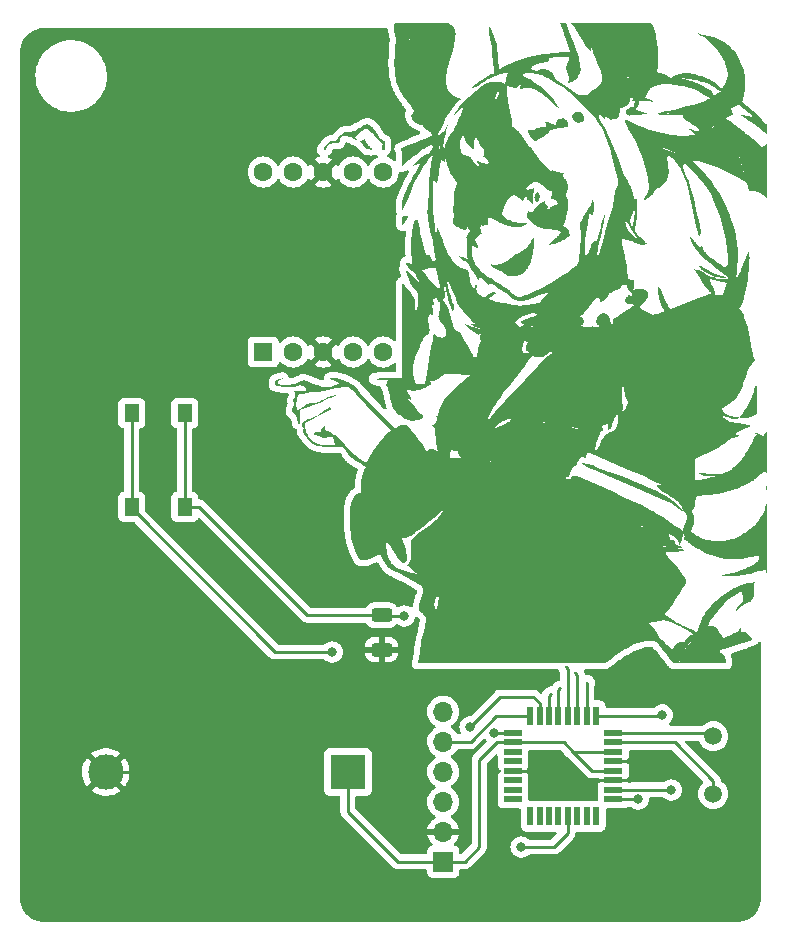
<source format=gbr>
%TF.GenerationSoftware,KiCad,Pcbnew,(6.0.10)*%
%TF.CreationDate,2023-06-10T20:41:05+09:00*%
%TF.ProjectId,BaeRNG_V1,42616552-4e47-45f5-9631-2e6b69636164,rev?*%
%TF.SameCoordinates,Original*%
%TF.FileFunction,Copper,L1,Top*%
%TF.FilePolarity,Positive*%
%FSLAX46Y46*%
G04 Gerber Fmt 4.6, Leading zero omitted, Abs format (unit mm)*
G04 Created by KiCad (PCBNEW (6.0.10)) date 2023-06-10 20:41:05*
%MOMM*%
%LPD*%
G01*
G04 APERTURE LIST*
G04 Aperture macros list*
%AMRoundRect*
0 Rectangle with rounded corners*
0 $1 Rounding radius*
0 $2 $3 $4 $5 $6 $7 $8 $9 X,Y pos of 4 corners*
0 Add a 4 corners polygon primitive as box body*
4,1,4,$2,$3,$4,$5,$6,$7,$8,$9,$2,$3,0*
0 Add four circle primitives for the rounded corners*
1,1,$1+$1,$2,$3*
1,1,$1+$1,$4,$5*
1,1,$1+$1,$6,$7*
1,1,$1+$1,$8,$9*
0 Add four rect primitives between the rounded corners*
20,1,$1+$1,$2,$3,$4,$5,0*
20,1,$1+$1,$4,$5,$6,$7,0*
20,1,$1+$1,$6,$7,$8,$9,0*
20,1,$1+$1,$8,$9,$2,$3,0*%
G04 Aperture macros list end*
%TA.AperFunction,NonConductor*%
%ADD10C,0.000000*%
%TD*%
%TA.AperFunction,ComponentPad*%
%ADD11C,3.000000*%
%TD*%
%TA.AperFunction,ComponentPad*%
%ADD12R,3.000000X3.000000*%
%TD*%
%TA.AperFunction,ComponentPad*%
%ADD13C,1.500000*%
%TD*%
%TA.AperFunction,SMDPad,CuDef*%
%ADD14R,1.600000X0.550000*%
%TD*%
%TA.AperFunction,SMDPad,CuDef*%
%ADD15R,0.550000X1.600000*%
%TD*%
%TA.AperFunction,SMDPad,CuDef*%
%ADD16R,1.300000X1.550000*%
%TD*%
%TA.AperFunction,SMDPad,CuDef*%
%ADD17RoundRect,0.250000X0.625000X-0.312500X0.625000X0.312500X-0.625000X0.312500X-0.625000X-0.312500X0*%
%TD*%
%TA.AperFunction,ComponentPad*%
%ADD18R,1.700000X1.700000*%
%TD*%
%TA.AperFunction,ComponentPad*%
%ADD19O,1.700000X1.700000*%
%TD*%
%TA.AperFunction,ComponentPad*%
%ADD20C,1.600000*%
%TD*%
%TA.AperFunction,ComponentPad*%
%ADD21R,1.600000X1.600000*%
%TD*%
%TA.AperFunction,ViaPad*%
%ADD22C,0.800000*%
%TD*%
%TA.AperFunction,ViaPad*%
%ADD23C,0.300000*%
%TD*%
%TA.AperFunction,Conductor*%
%ADD24C,0.250000*%
%TD*%
G04 APERTURE END LIST*
D10*
G36*
X144661356Y-81859817D02*
G01*
X144661079Y-81860356D01*
X144661077Y-81860347D01*
X144661354Y-81859808D01*
X144661356Y-81859817D01*
G37*
G36*
X153552003Y-70911998D02*
G01*
X153702716Y-70944281D01*
X153707940Y-71069419D01*
X153703075Y-71193976D01*
X153688386Y-71316561D01*
X153664176Y-71436682D01*
X153630747Y-71553848D01*
X153588403Y-71667565D01*
X153537445Y-71777342D01*
X153478177Y-71882686D01*
X153410901Y-71983105D01*
X153335921Y-72078108D01*
X153253538Y-72167202D01*
X153164055Y-72249894D01*
X153067775Y-72325693D01*
X152965001Y-72394106D01*
X152856035Y-72454641D01*
X152743189Y-72505894D01*
X152799868Y-72413650D01*
X152855602Y-72318262D01*
X152909169Y-72221732D01*
X152960552Y-72124100D01*
X153009737Y-72025402D01*
X153056709Y-71925675D01*
X153101451Y-71824959D01*
X153143950Y-71723289D01*
X153184190Y-71620705D01*
X153222155Y-71517242D01*
X153257830Y-71412941D01*
X153291200Y-71307836D01*
X153322250Y-71201968D01*
X153350964Y-71095372D01*
X153377328Y-70988087D01*
X153401325Y-70880151D01*
X153552003Y-70911998D01*
G37*
G36*
X128289330Y-67085060D02*
G01*
X128345928Y-67111211D01*
X128399873Y-67140238D01*
X128451325Y-67171971D01*
X128500446Y-67206241D01*
X128547395Y-67242881D01*
X128592332Y-67281721D01*
X128635419Y-67322592D01*
X128676815Y-67365327D01*
X128716681Y-67409756D01*
X128792463Y-67503024D01*
X128864049Y-67601045D01*
X128932720Y-67702471D01*
X129066454Y-67910142D01*
X129134081Y-68013688D01*
X129203926Y-68115243D01*
X129277272Y-68213457D01*
X129355400Y-68306980D01*
X129396660Y-68351562D01*
X129439595Y-68394465D01*
X129484369Y-68435521D01*
X129531139Y-68474561D01*
X129596229Y-68466787D01*
X129631824Y-68462542D01*
X129661316Y-68459214D01*
X129667505Y-68649242D01*
X129670148Y-68839420D01*
X129669763Y-69029597D01*
X129666874Y-69219625D01*
X129541990Y-69218599D01*
X129417107Y-69216981D01*
X129451900Y-68970521D01*
X129485897Y-68724061D01*
X129401265Y-68643884D01*
X129318994Y-68560719D01*
X129238608Y-68475168D01*
X129159629Y-68387833D01*
X128848218Y-68032704D01*
X128769102Y-67945485D01*
X128688526Y-67860097D01*
X128606012Y-67777141D01*
X128521080Y-67697219D01*
X128433255Y-67620935D01*
X128342057Y-67548890D01*
X128247009Y-67481686D01*
X128147633Y-67419927D01*
X128075589Y-67447529D01*
X128005877Y-67479190D01*
X127938301Y-67514539D01*
X127872669Y-67553208D01*
X127808787Y-67594827D01*
X127746462Y-67639027D01*
X127685501Y-67685438D01*
X127625710Y-67733691D01*
X127508864Y-67834247D01*
X127394377Y-67937738D01*
X127280703Y-68041211D01*
X127166294Y-68141709D01*
X127331925Y-68446508D01*
X127263874Y-68420900D01*
X127196635Y-68392658D01*
X127130048Y-68362322D01*
X127063950Y-68330431D01*
X126801235Y-68198132D01*
X126735169Y-68166574D01*
X126668625Y-68136704D01*
X126601443Y-68109062D01*
X126533460Y-68084187D01*
X126464517Y-68062621D01*
X126394451Y-68044904D01*
X126323101Y-68031575D01*
X126250307Y-68023175D01*
X126220349Y-68024940D01*
X126191998Y-68028828D01*
X126165191Y-68034745D01*
X126139865Y-68042593D01*
X126115957Y-68052276D01*
X126093406Y-68063696D01*
X126072147Y-68076757D01*
X126052119Y-68091362D01*
X126033257Y-68107414D01*
X126015501Y-68124817D01*
X125998786Y-68143473D01*
X125983050Y-68163286D01*
X125968230Y-68184159D01*
X125954264Y-68205995D01*
X125941089Y-68228698D01*
X125928641Y-68252170D01*
X125916858Y-68276315D01*
X125905678Y-68301037D01*
X125884873Y-68351820D01*
X125865723Y-68403746D01*
X125847727Y-68456040D01*
X125813186Y-68558636D01*
X125795637Y-68607389D01*
X125777231Y-68653413D01*
X125609672Y-68656532D01*
X125522187Y-68659907D01*
X125433754Y-68665613D01*
X125345512Y-68674493D01*
X125258604Y-68687388D01*
X125174170Y-68705139D01*
X125093351Y-68728588D01*
X125054654Y-68742712D01*
X125017289Y-68758576D01*
X124981398Y-68776285D01*
X124947124Y-68795944D01*
X124914609Y-68817659D01*
X124883997Y-68841534D01*
X124855430Y-68867675D01*
X124829049Y-68896188D01*
X124805000Y-68927176D01*
X124783422Y-68960746D01*
X124764460Y-68997003D01*
X124748256Y-69036051D01*
X124734953Y-69077996D01*
X124724693Y-69122943D01*
X124717619Y-69170998D01*
X124713873Y-69222264D01*
X124413570Y-69213269D01*
X124467857Y-69149692D01*
X124520266Y-69082949D01*
X124622310Y-68945103D01*
X124673375Y-68876572D01*
X124725421Y-68810016D01*
X124779164Y-68746722D01*
X124835317Y-68687974D01*
X124864520Y-68660706D01*
X124894595Y-68635058D01*
X124925629Y-68611189D01*
X124957713Y-68589260D01*
X124990936Y-68569431D01*
X125025386Y-68551865D01*
X125061154Y-68536720D01*
X125098329Y-68524159D01*
X125136999Y-68514341D01*
X125177255Y-68507427D01*
X125219186Y-68503579D01*
X125262881Y-68502956D01*
X125308429Y-68505720D01*
X125355920Y-68512030D01*
X125405442Y-68522049D01*
X125457087Y-68535936D01*
X125517342Y-68471715D01*
X125577340Y-68401890D01*
X125698238Y-68252010D01*
X125823129Y-68099457D01*
X125888119Y-68026291D01*
X125955363Y-67957393D01*
X126025280Y-67894408D01*
X126061371Y-67865646D01*
X126098288Y-67838980D01*
X126136082Y-67814615D01*
X126174805Y-67792757D01*
X126214511Y-67773610D01*
X126255252Y-67757381D01*
X126297079Y-67744276D01*
X126340045Y-67734500D01*
X126384203Y-67728259D01*
X126429604Y-67725758D01*
X126476301Y-67727203D01*
X126524347Y-67732800D01*
X126573794Y-67742755D01*
X126624693Y-67757272D01*
X126649982Y-67755051D01*
X126675182Y-67752214D01*
X126700283Y-67748765D01*
X126725273Y-67744707D01*
X126750142Y-67740043D01*
X126774879Y-67734775D01*
X126799472Y-67728907D01*
X126823912Y-67722442D01*
X126848186Y-67715383D01*
X126872285Y-67707733D01*
X126896197Y-67699495D01*
X126919911Y-67690671D01*
X126943417Y-67681266D01*
X126966703Y-67671281D01*
X126989759Y-67660720D01*
X127012573Y-67649587D01*
X127077661Y-67664238D01*
X127113255Y-67672395D01*
X127142746Y-67679486D01*
X127252781Y-67560423D01*
X127363411Y-67441362D01*
X127466136Y-67425914D01*
X127521987Y-67417063D01*
X127568462Y-67409082D01*
X127601592Y-67374293D01*
X127636096Y-67341103D01*
X127671916Y-67309543D01*
X127708991Y-67279645D01*
X127747260Y-67251440D01*
X127786665Y-67224960D01*
X127827144Y-67200237D01*
X127868638Y-67177301D01*
X127911087Y-67156184D01*
X127954431Y-67136918D01*
X127998609Y-67119534D01*
X128043562Y-67104064D01*
X128089230Y-67090539D01*
X128135552Y-67078991D01*
X128182468Y-67069452D01*
X128229920Y-67061952D01*
X128289330Y-67085060D01*
G37*
G36*
X136746480Y-74776661D02*
G01*
X136812308Y-74922057D01*
X136941856Y-75214288D01*
X136993781Y-75327112D01*
X137046698Y-75439217D01*
X137100507Y-75550975D01*
X137155109Y-75662759D01*
X137165428Y-75464321D01*
X137174954Y-75265885D01*
X137215241Y-75247016D01*
X137256307Y-75230613D01*
X137298042Y-75216675D01*
X137340338Y-75205205D01*
X137383087Y-75196203D01*
X137426182Y-75189670D01*
X137469513Y-75185607D01*
X137512972Y-75184015D01*
X137556452Y-75184894D01*
X137599844Y-75188246D01*
X137643040Y-75194071D01*
X137685931Y-75202370D01*
X137728410Y-75213145D01*
X137770367Y-75226395D01*
X137811696Y-75242122D01*
X137852224Y-75260299D01*
X137813397Y-75550840D01*
X137813455Y-75550906D01*
X137813393Y-75551374D01*
X137801773Y-75598440D01*
X137792363Y-75645813D01*
X137785156Y-75693417D01*
X137780145Y-75741179D01*
X137777322Y-75789022D01*
X137776679Y-75836873D01*
X137778209Y-75884656D01*
X137781905Y-75932297D01*
X137787759Y-75979722D01*
X137795764Y-76026855D01*
X137805911Y-76073622D01*
X137818194Y-76119948D01*
X137832605Y-76165758D01*
X137849136Y-76210978D01*
X137867781Y-76255533D01*
X137888531Y-76299348D01*
X137826724Y-76342556D01*
X137765630Y-76386742D01*
X137705260Y-76431897D01*
X137645624Y-76478011D01*
X137586736Y-76525075D01*
X137528605Y-76573081D01*
X137471245Y-76622019D01*
X137414668Y-76671878D01*
X137281736Y-76536946D01*
X137214168Y-76469937D01*
X137146009Y-76403597D01*
X137077167Y-76338000D01*
X137007553Y-76273223D01*
X137006916Y-76272645D01*
X137006762Y-76272502D01*
X136936285Y-76208565D01*
X136864857Y-76145627D01*
X136776987Y-75936072D01*
X136733930Y-75831371D01*
X136692089Y-75726522D01*
X136691711Y-75725806D01*
X136692089Y-75724939D01*
X136658140Y-75660690D01*
X136628599Y-75594885D01*
X136603470Y-75527740D01*
X136582755Y-75459469D01*
X136566457Y-75390288D01*
X136554578Y-75320410D01*
X136547120Y-75250051D01*
X136544108Y-75179924D01*
X136545480Y-75110333D01*
X136551302Y-75039820D01*
X136561556Y-74969685D01*
X136576244Y-74900144D01*
X136595368Y-74831410D01*
X136618932Y-74763700D01*
X136646937Y-74697227D01*
X136679386Y-74632207D01*
X136746480Y-74776661D01*
G37*
G36*
X161131248Y-89117128D02*
G01*
X161154392Y-89279156D01*
X161171850Y-89441707D01*
X161184286Y-89604723D01*
X161192362Y-89768141D01*
X161196742Y-89931903D01*
X161197069Y-90260212D01*
X161182567Y-90918281D01*
X161178354Y-91247072D01*
X161183243Y-91575055D01*
X161101484Y-91622527D01*
X161017744Y-91668653D01*
X160932189Y-91712916D01*
X160844983Y-91754801D01*
X160756292Y-91793794D01*
X160666281Y-91829378D01*
X160575115Y-91861038D01*
X160482959Y-91888259D01*
X160389978Y-91910525D01*
X160296338Y-91927321D01*
X160202203Y-91938131D01*
X160107738Y-91942441D01*
X160013110Y-91939733D01*
X159965785Y-91935588D01*
X159918482Y-91929494D01*
X159871220Y-91921389D01*
X159824020Y-91911208D01*
X159776903Y-91898886D01*
X159729889Y-91884359D01*
X159859173Y-91724822D01*
X159982970Y-91561471D01*
X160101211Y-91394452D01*
X160213829Y-91223910D01*
X160320756Y-91049991D01*
X160421922Y-90872840D01*
X160517259Y-90692605D01*
X160606700Y-90509429D01*
X160690176Y-90323460D01*
X160767619Y-90134842D01*
X160838960Y-89943722D01*
X160904131Y-89750245D01*
X160963064Y-89554557D01*
X161015691Y-89356804D01*
X161061944Y-89157132D01*
X161101753Y-88955686D01*
X161131248Y-89117128D01*
G37*
G36*
X145795828Y-96838967D02*
G01*
X145818398Y-96840690D01*
X145840858Y-96843626D01*
X145863157Y-96847772D01*
X145885246Y-96853126D01*
X145907075Y-96859685D01*
X145928592Y-96867448D01*
X145949748Y-96876410D01*
X145970493Y-96886571D01*
X147540085Y-97555008D01*
X149101045Y-98244477D01*
X149876149Y-98600914D01*
X150646526Y-98967186D01*
X151411323Y-99344820D01*
X152169682Y-99735341D01*
X152350047Y-99831480D01*
X152527798Y-99931771D01*
X152703220Y-100035763D01*
X152876602Y-100143001D01*
X153218394Y-100365399D01*
X153555469Y-100595334D01*
X154224662Y-101063294D01*
X154561375Y-101294057D01*
X154902561Y-101517835D01*
X154973302Y-101606039D01*
X155012431Y-101654197D01*
X155045433Y-101694043D01*
X154951213Y-101942061D01*
X154854239Y-102189082D01*
X154803952Y-102311972D01*
X154752056Y-102434316D01*
X154698243Y-102556014D01*
X154642208Y-102676969D01*
X154617428Y-102598213D01*
X154588001Y-102521686D01*
X154554087Y-102447554D01*
X154515846Y-102375984D01*
X154473437Y-102307141D01*
X154427020Y-102241192D01*
X154376755Y-102178303D01*
X154322802Y-102118639D01*
X154265320Y-102062367D01*
X154204469Y-102009653D01*
X154140408Y-101960663D01*
X154073297Y-101915564D01*
X154003296Y-101874520D01*
X153930565Y-101837699D01*
X153855263Y-101805265D01*
X153777550Y-101777387D01*
X153601802Y-101683068D01*
X153424399Y-101592292D01*
X153065799Y-101418942D01*
X152341622Y-101088082D01*
X151980725Y-100920872D01*
X151623745Y-100746010D01*
X151447455Y-100654194D01*
X151273022Y-100558647D01*
X151100738Y-100458761D01*
X150930897Y-100353933D01*
X149485122Y-99706131D01*
X148043763Y-99049800D01*
X147328444Y-98710808D01*
X146618675Y-98360530D01*
X145915937Y-97995915D01*
X145223567Y-97614932D01*
X145259543Y-97493540D01*
X145296806Y-97371390D01*
X145335755Y-97249984D01*
X145356063Y-97189771D01*
X145377033Y-97129995D01*
X145374639Y-97129464D01*
X145375450Y-97127080D01*
X145383310Y-97105357D01*
X145392297Y-97084211D01*
X145402378Y-97063676D01*
X145413519Y-97043791D01*
X145425684Y-97024592D01*
X145438840Y-97006115D01*
X145452952Y-96988397D01*
X145467985Y-96971475D01*
X145483906Y-96955385D01*
X145500681Y-96940163D01*
X145518274Y-96925847D01*
X145536651Y-96912473D01*
X145555778Y-96900078D01*
X145575621Y-96888698D01*
X145596146Y-96878370D01*
X145617317Y-96869130D01*
X145638964Y-96861064D01*
X145660901Y-96854230D01*
X145683079Y-96848626D01*
X145705448Y-96844249D01*
X145727958Y-96841097D01*
X145750558Y-96839168D01*
X145773198Y-96838458D01*
X145795828Y-96838967D01*
G37*
G36*
X131671104Y-74863667D02*
G01*
X131645170Y-74918225D01*
X131617914Y-74972072D01*
X131589350Y-75025183D01*
X131559495Y-75077538D01*
X131528364Y-75129111D01*
X131495973Y-75179882D01*
X131462339Y-75229826D01*
X131427477Y-75278920D01*
X131391402Y-75327143D01*
X131354132Y-75374470D01*
X131315681Y-75420879D01*
X131276065Y-75466347D01*
X131235301Y-75510851D01*
X131193404Y-75554368D01*
X131150391Y-75596875D01*
X131153577Y-75422786D01*
X131154061Y-75248917D01*
X131152511Y-75075197D01*
X131149597Y-74901551D01*
X131285937Y-74876284D01*
X131422350Y-74852207D01*
X131558912Y-74829520D01*
X131695698Y-74808419D01*
X131671104Y-74863667D01*
G37*
G36*
X162065895Y-98320081D02*
G01*
X162046316Y-98262477D01*
X162029348Y-98204268D01*
X162014990Y-98145540D01*
X162003243Y-98086380D01*
X161994106Y-98026873D01*
X161987580Y-97967107D01*
X161983664Y-97907167D01*
X161982359Y-97847141D01*
X161983664Y-97787115D01*
X161987580Y-97727176D01*
X161994106Y-97667409D01*
X162003243Y-97607902D01*
X162014990Y-97548740D01*
X162029348Y-97490011D01*
X162046316Y-97431801D01*
X162065895Y-97374196D01*
X162065895Y-98320081D01*
G37*
G36*
X135032626Y-67177865D02*
G01*
X134957749Y-67421213D01*
X134888711Y-67666208D01*
X134825541Y-67912743D01*
X134768263Y-68160713D01*
X134716903Y-68410013D01*
X134671488Y-68660537D01*
X134632042Y-68912179D01*
X134604426Y-69064588D01*
X134574932Y-69216713D01*
X134513705Y-69520653D01*
X134455158Y-69825089D01*
X134429013Y-69977834D01*
X134406086Y-70131112D01*
X134399757Y-70178426D01*
X134392559Y-70234795D01*
X134379627Y-70337487D01*
X134356926Y-70273813D01*
X134333755Y-70210486D01*
X134286492Y-70084279D01*
X134285765Y-70084458D01*
X134332960Y-70210486D01*
X134356132Y-70273813D01*
X134378834Y-70337487D01*
X134268602Y-71187297D01*
X134239502Y-71399586D01*
X134207719Y-71611419D01*
X134172222Y-71822601D01*
X134131977Y-72032937D01*
X133930367Y-71950650D01*
X133875667Y-71752083D01*
X133849035Y-71652476D01*
X133823742Y-71552720D01*
X133853826Y-71349286D01*
X133881454Y-71145389D01*
X133935792Y-70737439D01*
X133965726Y-70533999D01*
X133999655Y-70331324D01*
X134039189Y-70129723D01*
X134085941Y-69929502D01*
X134090735Y-70030407D01*
X134094936Y-70131112D01*
X134095722Y-70130919D01*
X134095730Y-70131112D01*
X134285765Y-70084458D01*
X134285698Y-70084279D01*
X134095722Y-70130919D01*
X134091529Y-70030406D01*
X134086735Y-69929502D01*
X134154518Y-69646404D01*
X134228652Y-69365133D01*
X134307597Y-69085232D01*
X134389817Y-68806246D01*
X134557927Y-68249194D01*
X134640741Y-67970217D01*
X134720676Y-67690332D01*
X134736648Y-67639184D01*
X134753811Y-67588479D01*
X134772154Y-67538237D01*
X134791667Y-67488478D01*
X134812340Y-67439222D01*
X134834163Y-67390488D01*
X134857124Y-67342297D01*
X134881214Y-67294668D01*
X134906422Y-67247621D01*
X134932738Y-67201177D01*
X134960152Y-67155354D01*
X134988652Y-67110174D01*
X135018230Y-67065655D01*
X135048874Y-67021818D01*
X135080574Y-66978683D01*
X135113320Y-66936269D01*
X135032626Y-67177865D01*
G37*
G36*
X140628664Y-73043611D02*
G01*
X140626980Y-73043378D01*
X140626983Y-73043368D01*
X140627763Y-73043119D01*
X140628664Y-73043611D01*
G37*
G36*
X137493515Y-74401754D02*
G01*
X137554841Y-74423896D01*
X137615684Y-74447212D01*
X137676027Y-74471693D01*
X137735855Y-74497331D01*
X137795151Y-74524117D01*
X137853898Y-74552042D01*
X137912082Y-74581097D01*
X137969684Y-74611274D01*
X138026690Y-74642565D01*
X138083082Y-74674959D01*
X138138845Y-74708449D01*
X138193963Y-74743026D01*
X138248418Y-74778680D01*
X138302195Y-74815405D01*
X138355278Y-74853189D01*
X138407553Y-74891954D01*
X138391178Y-75249644D01*
X138375900Y-75609578D01*
X138149614Y-75641525D01*
X137923729Y-75674665D01*
X137868661Y-75613150D01*
X137813455Y-75550906D01*
X137852287Y-75260327D01*
X137852224Y-75260299D01*
X137852291Y-75259797D01*
X137811700Y-75241592D01*
X137770371Y-75225864D01*
X137728413Y-75212613D01*
X137685935Y-75201838D01*
X137643044Y-75193538D01*
X137599848Y-75187713D01*
X137556456Y-75184361D01*
X137512976Y-75183481D01*
X137469517Y-75185074D01*
X137426186Y-75189137D01*
X137383091Y-75195670D01*
X137340342Y-75204671D01*
X137298045Y-75216141D01*
X137256310Y-75230079D01*
X137215245Y-75246482D01*
X137174957Y-75265351D01*
X137165432Y-75463788D01*
X137155113Y-75662225D01*
X137100511Y-75550443D01*
X137046702Y-75438686D01*
X136993785Y-75326580D01*
X136941860Y-75213754D01*
X136968221Y-75157790D01*
X136995716Y-75102427D01*
X137024335Y-75047682D01*
X137054065Y-74993570D01*
X137084897Y-74940108D01*
X137116818Y-74887312D01*
X137149817Y-74835200D01*
X137183885Y-74783786D01*
X137219008Y-74733089D01*
X137255177Y-74683124D01*
X137292380Y-74633908D01*
X137330606Y-74585457D01*
X137369843Y-74537787D01*
X137410081Y-74490916D01*
X137451309Y-74444859D01*
X137489684Y-74403738D01*
X137492757Y-74400448D01*
X137493515Y-74401754D01*
G37*
G36*
X128029629Y-68391251D02*
G01*
X128055947Y-68461106D01*
X128085725Y-68529232D01*
X128118870Y-68595515D01*
X128155287Y-68659842D01*
X128194881Y-68722098D01*
X128237558Y-68782172D01*
X128283224Y-68839948D01*
X128331783Y-68895315D01*
X128383143Y-68948158D01*
X128437207Y-68998363D01*
X128493882Y-69045819D01*
X128553074Y-69090410D01*
X128614687Y-69132024D01*
X128678627Y-69170547D01*
X128744801Y-69205865D01*
X128672895Y-69211125D01*
X128600912Y-69214332D01*
X128528896Y-69215486D01*
X128456891Y-69214590D01*
X128384941Y-69211644D01*
X128313089Y-69206650D01*
X128241380Y-69199609D01*
X128169857Y-69190522D01*
X128091250Y-69111163D01*
X128014745Y-69029853D01*
X127940374Y-68946634D01*
X127868176Y-68861549D01*
X127798183Y-68774639D01*
X127730433Y-68685948D01*
X127664960Y-68595519D01*
X127601801Y-68503395D01*
X127651384Y-68478190D01*
X127701282Y-68453622D01*
X127751485Y-68429695D01*
X127801988Y-68406412D01*
X127852784Y-68383776D01*
X127903867Y-68361791D01*
X127955230Y-68340457D01*
X128006867Y-68319780D01*
X128029629Y-68391251D01*
G37*
G36*
X145457314Y-84944610D02*
G01*
X145456841Y-84944321D01*
X145457733Y-84944074D01*
X145457314Y-84944610D01*
G37*
G36*
X136660829Y-77233122D02*
G01*
X136660826Y-77117149D01*
X136654595Y-77001785D01*
X136640459Y-76887173D01*
X136629901Y-76830193D01*
X136616738Y-76773454D01*
X136600758Y-76716974D01*
X136581753Y-76660772D01*
X136651487Y-76531590D01*
X136722313Y-76402804D01*
X136865650Y-76146421D01*
X136937078Y-76209338D01*
X137006916Y-76272645D01*
X137076376Y-76337344D01*
X137145218Y-76402999D01*
X137213378Y-76469373D01*
X137280946Y-76536373D01*
X137414665Y-76671880D01*
X137414668Y-76671878D01*
X137415455Y-76672677D01*
X137385250Y-76720133D01*
X137355591Y-76767761D01*
X137326231Y-76815738D01*
X137296987Y-76864127D01*
X137325215Y-76904538D01*
X137353114Y-76946889D01*
X137379823Y-76989935D01*
X137405330Y-77033650D01*
X137429623Y-77078010D01*
X137452693Y-77122987D01*
X137474527Y-77168556D01*
X137495115Y-77214692D01*
X137514446Y-77261369D01*
X137532508Y-77308561D01*
X137549291Y-77356242D01*
X137564783Y-77404387D01*
X137578975Y-77452970D01*
X137591853Y-77501966D01*
X137603408Y-77551348D01*
X137613628Y-77601091D01*
X137545382Y-77560477D01*
X137478218Y-77518213D01*
X137411928Y-77474608D01*
X137346304Y-77429974D01*
X137086319Y-77247342D01*
X137077002Y-77465241D01*
X137068924Y-77682616D01*
X137063920Y-77899842D01*
X137063145Y-78008515D01*
X137063811Y-78114684D01*
X137064617Y-78118623D01*
X137094644Y-78256394D01*
X137131783Y-78389049D01*
X137175725Y-78516786D01*
X137226158Y-78639805D01*
X137282772Y-78758304D01*
X137345257Y-78872480D01*
X137413302Y-78982534D01*
X137486597Y-79088662D01*
X137564832Y-79191065D01*
X137647697Y-79289940D01*
X137734880Y-79385486D01*
X137826071Y-79477901D01*
X137920961Y-79567384D01*
X138019238Y-79654134D01*
X138224714Y-79820227D01*
X138440015Y-79977769D01*
X138662660Y-80128348D01*
X138890163Y-80273552D01*
X139120043Y-80414969D01*
X139576998Y-80692797D01*
X139799108Y-80832384D01*
X140013661Y-80974538D01*
X140053765Y-80996731D01*
X140093068Y-81021278D01*
X140131652Y-81047937D01*
X140169595Y-81076466D01*
X140243883Y-81138162D01*
X140316572Y-81204426D01*
X140459722Y-81342905D01*
X140531466Y-81411239D01*
X140604178Y-81476385D01*
X140678499Y-81536403D01*
X140716463Y-81563882D01*
X140755070Y-81589353D01*
X140794401Y-81612571D01*
X140834534Y-81633295D01*
X140875551Y-81651283D01*
X140917531Y-81666291D01*
X140960555Y-81678079D01*
X141004703Y-81686402D01*
X141050055Y-81691018D01*
X141096692Y-81691686D01*
X141144693Y-81688163D01*
X141194138Y-81680206D01*
X141245108Y-81667573D01*
X141297684Y-81650022D01*
X141610952Y-81534087D01*
X141921049Y-81410347D01*
X142227831Y-81278870D01*
X142531153Y-81139724D01*
X142830873Y-80992977D01*
X143126845Y-80838696D01*
X143418925Y-80676951D01*
X143706970Y-80507810D01*
X143758474Y-80530890D01*
X143808233Y-80555838D01*
X143856282Y-80582591D01*
X143902655Y-80611085D01*
X143947388Y-80641259D01*
X143990514Y-80673050D01*
X144003346Y-80683346D01*
X144060421Y-80731075D01*
X144072088Y-80741231D01*
X144078706Y-80747462D01*
X144141666Y-80809045D01*
X144147654Y-80815126D01*
X144148926Y-80816517D01*
X144216208Y-80892730D01*
X144216413Y-80892970D01*
X144280766Y-80976724D01*
X144340007Y-81064753D01*
X144394363Y-81156490D01*
X144444106Y-81251434D01*
X144489512Y-81349083D01*
X144530854Y-81448936D01*
X144568408Y-81550492D01*
X144602447Y-81653248D01*
X144633246Y-81756703D01*
X144661077Y-81860347D01*
X144661072Y-81860356D01*
X144678814Y-81911990D01*
X144698414Y-81962888D01*
X144719849Y-82013001D01*
X144743095Y-82062281D01*
X144768125Y-82110678D01*
X144794917Y-82158145D01*
X144795379Y-82158897D01*
X144795704Y-82159473D01*
X144824232Y-82205959D01*
X144854473Y-82251416D01*
X144866587Y-82264395D01*
X144877032Y-82277527D01*
X144885594Y-82290368D01*
X144892437Y-82302873D01*
X144898331Y-82316404D01*
X144902860Y-82330049D01*
X144906099Y-82343801D01*
X144908124Y-82357649D01*
X144909011Y-82371585D01*
X144908835Y-82385599D01*
X144907673Y-82399683D01*
X144905599Y-82413826D01*
X144902690Y-82428020D01*
X144899021Y-82442256D01*
X144889708Y-82470816D01*
X144878264Y-82499431D01*
X144865296Y-82528029D01*
X144837211Y-82584877D01*
X144823305Y-82612979D01*
X144810297Y-82640770D01*
X144798795Y-82668174D01*
X144789402Y-82695119D01*
X144678419Y-82696532D01*
X144565173Y-82704770D01*
X144450159Y-82718084D01*
X144333873Y-82734730D01*
X144099473Y-82771028D01*
X143982350Y-82787187D01*
X143865941Y-82799692D01*
X143750740Y-82806796D01*
X143637245Y-82806752D01*
X143581292Y-82803504D01*
X143525951Y-82797815D01*
X143471285Y-82789465D01*
X143417355Y-82778236D01*
X143364224Y-82763911D01*
X143311952Y-82746271D01*
X143260604Y-82725098D01*
X143210239Y-82700173D01*
X143160922Y-82671278D01*
X143112712Y-82638195D01*
X143065673Y-82600706D01*
X143019867Y-82558591D01*
X142974065Y-82589294D01*
X142929243Y-82621347D01*
X142885430Y-82654724D01*
X142842657Y-82689402D01*
X142800951Y-82725356D01*
X142760341Y-82762562D01*
X142720858Y-82800997D01*
X142682530Y-82840635D01*
X142684483Y-82840750D01*
X142683304Y-82841970D01*
X143087724Y-82865946D01*
X143492351Y-82875338D01*
X143896791Y-82870171D01*
X144300654Y-82850473D01*
X144703548Y-82816267D01*
X145105080Y-82767580D01*
X145504859Y-82704438D01*
X145902493Y-82626866D01*
X145961586Y-82504194D01*
X146015934Y-82379506D01*
X146065492Y-82252942D01*
X146110213Y-82124641D01*
X146150054Y-81994741D01*
X146184968Y-81863381D01*
X146214910Y-81730700D01*
X146239834Y-81596837D01*
X146268787Y-81070121D01*
X146280207Y-80804670D01*
X148939121Y-80804670D01*
X149021341Y-80782629D01*
X149103192Y-80759316D01*
X149184661Y-80734736D01*
X149265733Y-80708894D01*
X149308266Y-80694604D01*
X149346653Y-80681756D01*
X149426891Y-80653505D01*
X149506689Y-80624007D01*
X149586033Y-80593267D01*
X149580251Y-80527589D01*
X149572932Y-80462130D01*
X149564082Y-80396916D01*
X149553708Y-80331972D01*
X149541818Y-80267326D01*
X149528418Y-80203003D01*
X149513517Y-80139031D01*
X149497120Y-80075434D01*
X149479235Y-80012240D01*
X149459870Y-79949474D01*
X149439031Y-79887163D01*
X149416725Y-79825334D01*
X149392961Y-79764012D01*
X149367743Y-79703225D01*
X149341081Y-79642997D01*
X149312981Y-79583356D01*
X149312926Y-79583523D01*
X149340817Y-79642724D01*
X149367479Y-79702953D01*
X149392696Y-79763741D01*
X149416460Y-79825064D01*
X149438765Y-79886894D01*
X149459604Y-79949205D01*
X149478969Y-80011971D01*
X149496853Y-80075166D01*
X149513249Y-80138763D01*
X149528151Y-80202736D01*
X149541550Y-80267059D01*
X149553439Y-80331705D01*
X149563813Y-80396649D01*
X149572662Y-80461863D01*
X149579981Y-80527322D01*
X149585762Y-80593000D01*
X149506423Y-80623842D01*
X149426628Y-80653442D01*
X149346394Y-80681794D01*
X149308266Y-80694604D01*
X149265990Y-80708755D01*
X149184917Y-80734497D01*
X149103450Y-80758978D01*
X149021604Y-80782192D01*
X148939392Y-80804135D01*
X148939388Y-80804143D01*
X148939320Y-80804275D01*
X148939253Y-80804406D01*
X148939121Y-80804670D01*
X146280207Y-80804670D01*
X146280230Y-80804135D01*
X148939390Y-80804135D01*
X148977372Y-80649112D01*
X149019527Y-80495222D01*
X149065012Y-80342252D01*
X149112987Y-80189976D01*
X149312926Y-79583523D01*
X149312718Y-79583081D01*
X149112755Y-80189942D01*
X149064858Y-80342237D01*
X149019448Y-80495218D01*
X148977350Y-80649111D01*
X148939390Y-80804135D01*
X146280230Y-80804135D01*
X146291463Y-80543035D01*
X146299013Y-80279422D01*
X146303273Y-80015799D01*
X146303670Y-79752195D01*
X146299629Y-79488637D01*
X146411048Y-78462884D01*
X146462006Y-77944652D01*
X146481591Y-77685245D01*
X146495454Y-77426045D01*
X146502252Y-77167349D01*
X146500638Y-76909459D01*
X146489270Y-76652673D01*
X146466801Y-76397291D01*
X146431889Y-76143614D01*
X146383187Y-75891939D01*
X146319353Y-75642568D01*
X146239040Y-75395799D01*
X146292918Y-75272159D01*
X146352514Y-75151530D01*
X146416873Y-75033406D01*
X146485041Y-74917283D01*
X146628983Y-74689013D01*
X146776705Y-74462679D01*
X146920570Y-74234236D01*
X146988670Y-74117960D01*
X147052941Y-73999641D01*
X147112430Y-73878773D01*
X147166182Y-73754851D01*
X147213242Y-73627370D01*
X147252655Y-73495824D01*
X147281583Y-73529869D01*
X147307388Y-73564659D01*
X147330209Y-73600156D01*
X147350184Y-73636321D01*
X147367450Y-73673117D01*
X147382147Y-73710505D01*
X147394411Y-73748448D01*
X147404382Y-73786907D01*
X147412196Y-73825844D01*
X147417992Y-73865222D01*
X147421908Y-73905001D01*
X147424082Y-73945145D01*
X147423757Y-74026372D01*
X147418120Y-74108598D01*
X147408275Y-74191519D01*
X147395327Y-74274830D01*
X147364538Y-74441403D01*
X147334586Y-74605880D01*
X147322684Y-74686571D01*
X147314304Y-74765824D01*
X147232957Y-74725828D01*
X147151684Y-74685360D01*
X146989658Y-74603902D01*
X146972397Y-74828915D01*
X146947167Y-75053291D01*
X146915548Y-75277165D01*
X146879121Y-75500669D01*
X146716940Y-76393643D01*
X146648094Y-76841365D01*
X146622263Y-77066001D01*
X146604269Y-77291330D01*
X146595691Y-77517485D01*
X146598110Y-77744599D01*
X146613107Y-77972806D01*
X146642262Y-78202237D01*
X146693695Y-78175754D01*
X146740517Y-78144907D01*
X146783059Y-78110050D01*
X146821654Y-78071532D01*
X146856637Y-78029706D01*
X146888340Y-77984923D01*
X146917095Y-77937535D01*
X146943237Y-77887894D01*
X146989011Y-77783255D01*
X147028325Y-77673820D01*
X147098237Y-77451810D01*
X147134162Y-77344859D01*
X147174287Y-77244360D01*
X147196757Y-77197409D01*
X147221276Y-77153126D01*
X147248177Y-77111862D01*
X147277793Y-77073968D01*
X147310458Y-77039797D01*
X147346504Y-77009700D01*
X147386264Y-76984028D01*
X147430072Y-76963132D01*
X147478260Y-76947365D01*
X147531162Y-76937078D01*
X147589111Y-76932623D01*
X147652439Y-76934350D01*
X147733362Y-76651195D01*
X147805711Y-76364565D01*
X147943976Y-75788405D01*
X148019534Y-75502640D01*
X148061029Y-75361160D01*
X148105805Y-75220928D01*
X148154464Y-75082180D01*
X148207609Y-74945150D01*
X148265844Y-74810075D01*
X148329769Y-74677190D01*
X148305435Y-74921957D01*
X148272291Y-75165361D01*
X148231635Y-75407609D01*
X148184765Y-75648909D01*
X148077576Y-76129487D01*
X147961106Y-76608747D01*
X147845740Y-77088342D01*
X147741862Y-77569925D01*
X147697475Y-77811978D01*
X147659855Y-78055148D01*
X147630298Y-78299641D01*
X147610104Y-78545663D01*
X147684171Y-78391156D01*
X147751333Y-78234300D01*
X147812394Y-78075365D01*
X147868158Y-77914618D01*
X147919428Y-77752329D01*
X147967007Y-77588766D01*
X148054306Y-77258893D01*
X148219965Y-76595678D01*
X148311179Y-76266633D01*
X148361695Y-76103692D01*
X148416554Y-75942163D01*
X148509316Y-75601948D01*
X148606723Y-75276092D01*
X150050073Y-75276092D01*
X150051289Y-75357707D01*
X150057788Y-75437626D01*
X150069344Y-75515873D01*
X150085730Y-75592476D01*
X150106720Y-75667461D01*
X150132087Y-75740854D01*
X150161606Y-75812683D01*
X150195048Y-75882972D01*
X150232189Y-75951750D01*
X150272801Y-76019042D01*
X150316659Y-76084875D01*
X150363535Y-76149275D01*
X150465437Y-76273882D01*
X150576698Y-76393076D01*
X150695504Y-76507067D01*
X150820045Y-76616069D01*
X150948508Y-76720291D01*
X151079084Y-76819946D01*
X151209959Y-76915246D01*
X151465363Y-77093625D01*
X151350132Y-76990483D01*
X151240246Y-76883077D01*
X151135350Y-76771721D01*
X151035088Y-76656726D01*
X150939107Y-76538406D01*
X150847051Y-76417073D01*
X150758567Y-76293041D01*
X150673299Y-76166621D01*
X150590894Y-76038128D01*
X150510995Y-75907873D01*
X150357301Y-75643329D01*
X150209380Y-75375493D01*
X150134739Y-75237197D01*
X150467567Y-75237197D01*
X150468447Y-75287923D01*
X150471526Y-75338511D01*
X150476857Y-75388892D01*
X150484495Y-75439001D01*
X150494493Y-75488771D01*
X150506905Y-75538134D01*
X150521786Y-75587024D01*
X150539189Y-75635373D01*
X150559168Y-75683116D01*
X150581777Y-75730185D01*
X150607070Y-75776513D01*
X150635101Y-75822034D01*
X150635101Y-75822038D01*
X150684684Y-75635305D01*
X150727060Y-75447021D01*
X150762204Y-75257395D01*
X150790089Y-75066637D01*
X150810689Y-74874954D01*
X150823977Y-74682557D01*
X150829926Y-74489653D01*
X150828510Y-74296453D01*
X150766121Y-74376581D01*
X150708424Y-74461235D01*
X150655851Y-74549879D01*
X150608832Y-74641980D01*
X150567801Y-74737000D01*
X150533190Y-74834407D01*
X150505428Y-74933665D01*
X150484950Y-75034239D01*
X150472185Y-75135595D01*
X150467567Y-75237197D01*
X150134739Y-75237197D01*
X150064396Y-75106866D01*
X150064396Y-75107663D01*
X150054366Y-75192753D01*
X150050073Y-75276092D01*
X148606723Y-75276092D01*
X148610468Y-75263563D01*
X148816935Y-74587693D01*
X148911743Y-74247914D01*
X148954744Y-74077061D01*
X148993932Y-73905375D01*
X149028653Y-73732712D01*
X149058249Y-73558929D01*
X149082064Y-73383882D01*
X149099442Y-73207429D01*
X149105149Y-73126253D01*
X149116050Y-73046322D01*
X149131450Y-72967468D01*
X149150651Y-72889524D01*
X149172957Y-72812321D01*
X149197673Y-72735690D01*
X149251544Y-72583475D01*
X149306692Y-72431533D01*
X149333004Y-72355244D01*
X149357547Y-72278518D01*
X149379623Y-72201188D01*
X149398536Y-72123085D01*
X149413590Y-72044041D01*
X149424088Y-71963887D01*
X149379702Y-71764447D01*
X149568974Y-71764447D01*
X149570130Y-71797183D01*
X149573026Y-71830421D01*
X149577575Y-71864068D01*
X149583688Y-71898029D01*
X149591277Y-71932210D01*
X149600254Y-71966518D01*
X149610530Y-72000860D01*
X149622018Y-72035140D01*
X149648275Y-72103143D01*
X149678317Y-72169776D01*
X149711441Y-72234288D01*
X149725250Y-72401084D01*
X149744637Y-72566789D01*
X149768983Y-72731528D01*
X149797670Y-72895428D01*
X149865599Y-73221210D01*
X149943481Y-73545134D01*
X150109334Y-74191416D01*
X150187421Y-74515777D01*
X150255692Y-74842286D01*
X150256645Y-74840250D01*
X150257015Y-74842019D01*
X150296253Y-74758240D01*
X150337903Y-74674958D01*
X150425686Y-74509170D01*
X150514859Y-74343228D01*
X150599914Y-74175701D01*
X150639176Y-74090896D01*
X150675345Y-74005160D01*
X150707730Y-73918313D01*
X150735645Y-73830176D01*
X150758400Y-73740571D01*
X150775308Y-73649319D01*
X150785679Y-73556241D01*
X150788199Y-73508962D01*
X150788826Y-73461160D01*
X150788733Y-73460653D01*
X150787502Y-73461427D01*
X150786875Y-73509229D01*
X150784355Y-73556508D01*
X150780030Y-73603286D01*
X150773984Y-73649585D01*
X150757076Y-73740836D01*
X150734321Y-73830441D01*
X150706407Y-73918577D01*
X150674021Y-74005424D01*
X150637853Y-74091161D01*
X150598590Y-74175965D01*
X150556921Y-74260016D01*
X150513535Y-74343492D01*
X150424362Y-74509435D01*
X150336579Y-74675223D01*
X150294929Y-74758506D01*
X150256645Y-74840250D01*
X150188745Y-74515423D01*
X150110658Y-74191001D01*
X149944804Y-73544670D01*
X149866922Y-73220759D01*
X149798994Y-72895015D01*
X149770306Y-72731143D01*
X149745960Y-72566438D01*
X149726574Y-72400773D01*
X149712765Y-72234025D01*
X149679656Y-72169468D01*
X149649652Y-72102803D01*
X149623455Y-72034777D01*
X149601764Y-71966142D01*
X149585279Y-71897646D01*
X149574699Y-71830039D01*
X149571843Y-71796804D01*
X149570725Y-71764071D01*
X149571434Y-71731936D01*
X149574057Y-71700492D01*
X149578682Y-71669831D01*
X149585395Y-71640050D01*
X149594285Y-71611239D01*
X149605438Y-71583495D01*
X149618943Y-71556909D01*
X149634887Y-71531577D01*
X149653358Y-71507591D01*
X149674442Y-71485046D01*
X149698228Y-71464034D01*
X149724802Y-71444650D01*
X149754253Y-71426988D01*
X149786668Y-71411141D01*
X149822134Y-71397202D01*
X149860739Y-71385266D01*
X149902203Y-71375513D01*
X149946392Y-71368043D01*
X149946377Y-71368003D01*
X149902571Y-71375426D01*
X149902203Y-71375513D01*
X149901130Y-71375694D01*
X149859197Y-71385536D01*
X149820505Y-71397475D01*
X149784964Y-71411418D01*
X149752488Y-71427271D01*
X149722987Y-71444940D01*
X149696374Y-71464331D01*
X149672560Y-71485350D01*
X149651457Y-71507903D01*
X149632977Y-71531897D01*
X149617032Y-71557238D01*
X149603533Y-71583831D01*
X149592392Y-71611584D01*
X149583521Y-71640401D01*
X149576833Y-71670190D01*
X149572237Y-71700857D01*
X149569647Y-71732307D01*
X149568974Y-71764447D01*
X149379702Y-71764447D01*
X149105517Y-70532431D01*
X148927574Y-69817169D01*
X148829468Y-69462250D01*
X148723570Y-69110127D01*
X148608603Y-68761541D01*
X148483290Y-68417235D01*
X148346353Y-68077950D01*
X148196516Y-67744426D01*
X148032502Y-67417406D01*
X147853033Y-67097631D01*
X147656832Y-66785842D01*
X147442623Y-66482782D01*
X147150339Y-66154635D01*
X146852038Y-65832109D01*
X146547801Y-65515285D01*
X146237711Y-65204243D01*
X145921850Y-64899063D01*
X145600299Y-64599827D01*
X145273140Y-64306614D01*
X144940456Y-64019506D01*
X144451798Y-63741709D01*
X143960310Y-63467357D01*
X143713024Y-63333079D01*
X143464455Y-63201587D01*
X143214409Y-63073524D01*
X142962696Y-62949533D01*
X142098138Y-62766409D01*
X141988872Y-62752783D01*
X141880565Y-62745906D01*
X141773586Y-62747186D01*
X141720709Y-62751325D01*
X141668302Y-62758030D01*
X141616411Y-62767479D01*
X141565082Y-62779846D01*
X141514361Y-62795308D01*
X141464293Y-62814041D01*
X141414926Y-62836220D01*
X141366304Y-62862021D01*
X141318473Y-62891621D01*
X141271481Y-62925195D01*
X141508117Y-63035926D01*
X141742404Y-63155133D01*
X141973650Y-63282724D01*
X142201160Y-63418605D01*
X142424244Y-63562682D01*
X142642206Y-63714862D01*
X142854356Y-63875051D01*
X143059998Y-64043157D01*
X143258441Y-64219086D01*
X143448992Y-64402744D01*
X143630957Y-64594038D01*
X143803643Y-64792874D01*
X143966358Y-64999160D01*
X144118409Y-65212802D01*
X144259102Y-65433706D01*
X144387745Y-65661779D01*
X144274983Y-65583059D01*
X144166395Y-65499126D01*
X144061244Y-65410912D01*
X143958791Y-65319351D01*
X143759031Y-65129915D01*
X143561216Y-64938277D01*
X143461194Y-64843964D01*
X143359445Y-64751898D01*
X143255232Y-64663011D01*
X143147818Y-64578236D01*
X143036464Y-64498507D01*
X142920433Y-64424754D01*
X142860433Y-64390410D01*
X142798988Y-64357910D01*
X142736004Y-64327371D01*
X142671391Y-64298909D01*
X142629620Y-64264970D01*
X142587080Y-64233502D01*
X142543805Y-64204438D01*
X142499830Y-64177711D01*
X142455190Y-64153253D01*
X142409919Y-64130996D01*
X142364054Y-64110872D01*
X142317628Y-64092815D01*
X142223234Y-64062627D01*
X142127016Y-64039892D01*
X142029255Y-64024068D01*
X141930228Y-64014615D01*
X141830216Y-64010990D01*
X141729496Y-64012654D01*
X141628348Y-64019064D01*
X141527052Y-64029680D01*
X141425885Y-64043962D01*
X141325128Y-64061367D01*
X141225059Y-64081354D01*
X141125958Y-64103383D01*
X141129830Y-64063900D01*
X141134671Y-64024566D01*
X141140476Y-63985399D01*
X141147241Y-63946418D01*
X141154959Y-63907638D01*
X141163626Y-63869077D01*
X141173237Y-63830753D01*
X141183786Y-63792683D01*
X141195270Y-63754884D01*
X141207682Y-63717373D01*
X141221018Y-63680168D01*
X141235273Y-63643287D01*
X141250441Y-63606745D01*
X141266517Y-63570562D01*
X141283498Y-63534753D01*
X141301376Y-63499337D01*
X141276208Y-63536231D01*
X141250259Y-63572533D01*
X141223538Y-63608232D01*
X141196058Y-63643315D01*
X141167830Y-63677771D01*
X141138864Y-63711589D01*
X141109173Y-63744757D01*
X141078766Y-63777263D01*
X141047655Y-63809096D01*
X141015851Y-63840244D01*
X140983366Y-63870696D01*
X140950210Y-63900439D01*
X140916394Y-63929463D01*
X140881930Y-63957756D01*
X140846828Y-63985306D01*
X140811100Y-64012101D01*
X140708487Y-63991304D01*
X140606277Y-63968716D01*
X140504494Y-63944345D01*
X140403161Y-63918194D01*
X140302301Y-63890273D01*
X140201939Y-63860585D01*
X140102097Y-63829138D01*
X140002800Y-63795938D01*
X139856224Y-63638776D01*
X139875215Y-63527286D01*
X139896720Y-63416298D01*
X139920728Y-63305854D01*
X139947229Y-63195996D01*
X139976212Y-63086767D01*
X140007665Y-62978209D01*
X140041579Y-62870363D01*
X140077942Y-62763272D01*
X139964961Y-62762180D01*
X139853864Y-62766517D01*
X139744564Y-62776021D01*
X139636973Y-62790432D01*
X139531003Y-62809487D01*
X139426568Y-62832925D01*
X139221946Y-62891903D01*
X139022409Y-62965273D01*
X138827253Y-63050940D01*
X138635779Y-63146812D01*
X138447284Y-63250796D01*
X138076431Y-63474726D01*
X137709085Y-63705983D01*
X137524975Y-63819126D01*
X137339637Y-63927821D01*
X137152372Y-64029975D01*
X136962479Y-64123494D01*
X137004603Y-64057190D01*
X137049190Y-63993531D01*
X137096123Y-63932393D01*
X137145283Y-63873654D01*
X137196552Y-63817192D01*
X137249812Y-63762883D01*
X137361834Y-63660234D01*
X137480404Y-63564725D01*
X137604579Y-63475375D01*
X137733414Y-63391202D01*
X137865965Y-63311223D01*
X138001287Y-63234456D01*
X138138438Y-63159919D01*
X138414446Y-63013606D01*
X138686436Y-62864429D01*
X138818563Y-62786311D01*
X138946854Y-62704530D01*
X138890399Y-62347240D01*
X138846402Y-61988489D01*
X138810628Y-61628777D01*
X138778842Y-61268603D01*
X138746807Y-60908467D01*
X138710289Y-60548866D01*
X138665052Y-60190302D01*
X138606861Y-59833272D01*
X138482476Y-59296234D01*
X138471573Y-59228705D01*
X138463820Y-59161169D01*
X138459852Y-59093651D01*
X138460305Y-59026177D01*
X138465812Y-58958771D01*
X138470661Y-58925102D01*
X138477011Y-58891458D01*
X138484942Y-58857845D01*
X138494535Y-58824263D01*
X138505868Y-58790718D01*
X138519020Y-58757211D01*
X138652377Y-58963537D01*
X138768518Y-59175933D01*
X138868840Y-59393826D01*
X138954736Y-59616647D01*
X139027602Y-59843822D01*
X139088833Y-60074780D01*
X139139823Y-60308950D01*
X139181968Y-60545760D01*
X139216662Y-60784638D01*
X139245300Y-61025012D01*
X139289988Y-61507963D01*
X139368069Y-62466668D01*
X139705822Y-62262493D01*
X140051871Y-62076777D01*
X140405529Y-61908731D01*
X140766106Y-61757565D01*
X141132913Y-61622489D01*
X141505263Y-61502714D01*
X141882465Y-61397451D01*
X142263832Y-61305909D01*
X142648675Y-61227301D01*
X143036305Y-61160835D01*
X143426033Y-61105723D01*
X143817171Y-61061175D01*
X144209030Y-61026401D01*
X144600921Y-61000613D01*
X145382046Y-60972833D01*
X145286976Y-60655950D01*
X145181891Y-60342484D01*
X144955686Y-59721018D01*
X144841574Y-59410623D01*
X144731462Y-59098858D01*
X144628853Y-58784525D01*
X144581457Y-58626022D01*
X144537251Y-58466428D01*
X145042606Y-58466428D01*
X145121131Y-58714374D01*
X145205506Y-58960940D01*
X145386513Y-59451213D01*
X145760485Y-60429274D01*
X145932266Y-60922178D01*
X146009721Y-61170718D01*
X146079788Y-61421076D01*
X146141142Y-61673572D01*
X146192460Y-61928525D01*
X146232417Y-62186256D01*
X146259689Y-62447084D01*
X146234756Y-62547487D01*
X146202838Y-62648856D01*
X146164112Y-62750129D01*
X146118757Y-62850244D01*
X146066949Y-62948139D01*
X146008867Y-63042752D01*
X145944687Y-63133020D01*
X145874588Y-63217883D01*
X145798746Y-63296278D01*
X145758727Y-63332718D01*
X145717339Y-63367143D01*
X145674605Y-63399421D01*
X145630545Y-63429417D01*
X145585184Y-63457000D01*
X145538542Y-63482037D01*
X145490642Y-63504394D01*
X145441506Y-63523940D01*
X145391156Y-63540542D01*
X145339615Y-63554067D01*
X145286904Y-63564381D01*
X145233047Y-63571354D01*
X145178064Y-63574850D01*
X145121979Y-63574739D01*
X145169765Y-63509027D01*
X145218122Y-63443340D01*
X145315655Y-63312535D01*
X145305802Y-63244752D01*
X145293414Y-63177672D01*
X145278796Y-63111207D01*
X145262253Y-63045275D01*
X145224612Y-62914664D01*
X145196412Y-62827043D01*
X145368616Y-62827043D01*
X145369340Y-62855201D01*
X145369341Y-62855386D01*
X145369357Y-62855558D01*
X145371261Y-62883494D01*
X145374373Y-62911135D01*
X145374388Y-62911305D01*
X145378764Y-62938761D01*
X145384412Y-62965802D01*
X145391362Y-62992369D01*
X145399642Y-63018402D01*
X145409280Y-63043841D01*
X145420306Y-63068628D01*
X145432748Y-63092702D01*
X145446635Y-63116005D01*
X145461994Y-63138476D01*
X145478856Y-63160056D01*
X145497248Y-63180686D01*
X145517200Y-63200306D01*
X145538739Y-63218857D01*
X145561894Y-63236279D01*
X145586695Y-63252512D01*
X145613169Y-63267498D01*
X145641346Y-63281177D01*
X145671253Y-63293489D01*
X145671253Y-63293487D01*
X145671257Y-63293489D01*
X145676688Y-63176379D01*
X145685002Y-63058770D01*
X145707050Y-62822411D01*
X145730946Y-62585127D01*
X145750235Y-62347636D01*
X145756134Y-62229037D01*
X145758460Y-62110654D01*
X145758455Y-62110346D01*
X145756131Y-62228595D01*
X145750231Y-62347237D01*
X145730942Y-62584846D01*
X145707045Y-62822260D01*
X145684997Y-63058725D01*
X145676684Y-63176367D01*
X145671253Y-63293487D01*
X145641350Y-63281177D01*
X145613173Y-63267498D01*
X145586699Y-63252512D01*
X145561898Y-63236279D01*
X145538743Y-63218857D01*
X145517204Y-63200306D01*
X145497252Y-63180686D01*
X145478860Y-63160056D01*
X145461998Y-63138476D01*
X145446638Y-63116005D01*
X145432752Y-63092702D01*
X145420310Y-63068628D01*
X145409284Y-63043841D01*
X145399645Y-63018402D01*
X145391365Y-62992369D01*
X145384416Y-62965802D01*
X145378767Y-62938761D01*
X145374392Y-62911305D01*
X145374373Y-62911135D01*
X145369357Y-62855558D01*
X145369345Y-62855386D01*
X145369340Y-62855201D01*
X145369043Y-62798709D01*
X145368616Y-62827043D01*
X145196412Y-62827043D01*
X145187233Y-62798522D01*
X145369042Y-62798522D01*
X145369043Y-62798709D01*
X145369046Y-62798522D01*
X145369057Y-62798323D01*
X145373247Y-62741389D01*
X145373266Y-62741187D01*
X145373293Y-62740978D01*
X145381740Y-62684069D01*
X145381775Y-62683859D01*
X145381819Y-62683645D01*
X145394295Y-62627223D01*
X145394346Y-62627013D01*
X145410747Y-62571125D01*
X145430751Y-62516674D01*
X145559600Y-62648005D01*
X145624299Y-62713757D01*
X145689247Y-62779138D01*
X145689247Y-62779134D01*
X145624303Y-62713756D01*
X145559604Y-62648003D01*
X145430752Y-62516671D01*
X145430751Y-62516674D01*
X145430748Y-62516671D01*
X145410744Y-62571125D01*
X145394342Y-62627013D01*
X145394295Y-62627223D01*
X145387567Y-62655346D01*
X145381819Y-62683645D01*
X145381771Y-62683859D01*
X145381740Y-62684069D01*
X145376999Y-62712493D01*
X145373293Y-62740978D01*
X145373262Y-62741187D01*
X145373247Y-62741389D01*
X145370605Y-62769884D01*
X145369057Y-62798323D01*
X145369042Y-62798522D01*
X145187233Y-62798522D01*
X145182931Y-62785156D01*
X145097210Y-62526724D01*
X145058051Y-62396436D01*
X145040464Y-62330725D01*
X145024612Y-62264524D01*
X145027458Y-62254228D01*
X145666607Y-62254228D01*
X145673151Y-62437093D01*
X145689247Y-62779134D01*
X145689251Y-62779138D01*
X145673152Y-62437093D01*
X145666607Y-62254228D01*
X145027458Y-62254228D01*
X145055405Y-62153115D01*
X145087949Y-62042228D01*
X145122239Y-61931883D01*
X145158268Y-61822102D01*
X145196028Y-61712903D01*
X145235512Y-61604309D01*
X145276714Y-61496338D01*
X145311266Y-61409921D01*
X145652207Y-61409921D01*
X145653564Y-61752410D01*
X145660901Y-62094825D01*
X145666382Y-62247945D01*
X145660902Y-62094825D01*
X145653565Y-61752410D01*
X145652207Y-61409921D01*
X145688261Y-61525123D01*
X145715902Y-61641080D01*
X145735935Y-61757701D01*
X145749168Y-61874896D01*
X145756407Y-61992577D01*
X145758455Y-62110346D01*
X145758458Y-62110187D01*
X145756406Y-61992106D01*
X145749167Y-61874448D01*
X145735934Y-61757306D01*
X145715901Y-61640775D01*
X145688261Y-61524949D01*
X145652207Y-61409921D01*
X145311266Y-61409921D01*
X145319626Y-61389012D01*
X145106676Y-61380246D01*
X144893675Y-61376828D01*
X144680722Y-61378755D01*
X144467918Y-61386021D01*
X144255363Y-61398622D01*
X144043159Y-61416552D01*
X143831405Y-61439808D01*
X143620201Y-61468385D01*
X143608080Y-61528489D01*
X143600952Y-61559096D01*
X143592834Y-61589589D01*
X143583519Y-61619605D01*
X143572800Y-61648784D01*
X143560469Y-61676761D01*
X143546318Y-61703175D01*
X143538494Y-61715683D01*
X143530138Y-61727664D01*
X143521224Y-61739073D01*
X143511724Y-61749865D01*
X143501613Y-61759994D01*
X143490866Y-61769416D01*
X143479455Y-61778084D01*
X143467357Y-61785954D01*
X143454543Y-61792980D01*
X143440989Y-61799117D01*
X143426668Y-61804319D01*
X143411554Y-61808543D01*
X143395622Y-61811741D01*
X143378846Y-61813869D01*
X143361199Y-61814881D01*
X143342655Y-61814733D01*
X143154366Y-61839610D01*
X143060066Y-61854493D01*
X142966038Y-61871473D01*
X142872563Y-61890905D01*
X142779919Y-61913140D01*
X142688389Y-61938531D01*
X142598252Y-61967429D01*
X142509789Y-62000188D01*
X142423282Y-62037159D01*
X142339010Y-62078696D01*
X142257254Y-62125149D01*
X142178294Y-62176872D01*
X142102412Y-62234217D01*
X142029888Y-62297536D01*
X141961002Y-62367181D01*
X142093077Y-62417745D01*
X142226245Y-62466101D01*
X142360604Y-62512027D01*
X142428262Y-62534008D01*
X142496254Y-62555299D01*
X143286827Y-62877330D01*
X143683305Y-63035306D01*
X143882884Y-63111049D01*
X144083752Y-63183683D01*
X144343069Y-63378865D01*
X144606362Y-63568255D01*
X144872867Y-63752933D01*
X145141821Y-63933976D01*
X146226879Y-64643392D01*
X146402733Y-64847496D01*
X146574964Y-65054586D01*
X146743535Y-65264611D01*
X146908410Y-65477525D01*
X147069552Y-65693278D01*
X147226924Y-65911822D01*
X147380488Y-66133109D01*
X147530209Y-66357091D01*
X147530966Y-66355708D01*
X147531536Y-66356561D01*
X147776741Y-65916297D01*
X147776012Y-65915773D01*
X147714836Y-66026477D01*
X147652717Y-66136435D01*
X147590795Y-66246391D01*
X147530966Y-66355708D01*
X147381817Y-66132579D01*
X147228253Y-65911292D01*
X147070882Y-65692747D01*
X146909741Y-65476993D01*
X146786897Y-65318357D01*
X148912396Y-65318357D01*
X148946289Y-65470205D01*
X148976489Y-65622761D01*
X149002986Y-65775959D01*
X149025772Y-65929730D01*
X149044837Y-66084007D01*
X149056277Y-66199421D01*
X149044836Y-66083992D01*
X149025772Y-65929715D01*
X149002987Y-65775944D01*
X148976490Y-65622746D01*
X148946291Y-65470189D01*
X148912403Y-65318356D01*
X148912396Y-65318357D01*
X146786897Y-65318357D01*
X146786885Y-65318341D01*
X148912399Y-65318341D01*
X148912403Y-65318356D01*
X148967361Y-65310072D01*
X149023625Y-65304623D01*
X149080912Y-65301345D01*
X149138947Y-65299577D01*
X149256154Y-65297918D01*
X149373038Y-65294342D01*
X149430669Y-65290179D01*
X149487392Y-65283549D01*
X149542930Y-65273788D01*
X149597007Y-65260235D01*
X149598892Y-65259587D01*
X149623411Y-65251788D01*
X149648015Y-65242685D01*
X149649349Y-65242227D01*
X149674782Y-65231344D01*
X149699677Y-65219100D01*
X149724001Y-65205410D01*
X149747718Y-65190192D01*
X149770794Y-65173363D01*
X149793194Y-65154840D01*
X149800733Y-65116885D01*
X149805623Y-65079503D01*
X149805623Y-65079501D01*
X149800733Y-65116876D01*
X149793194Y-65154828D01*
X149770793Y-65173350D01*
X149747717Y-65190177D01*
X149724000Y-65205392D01*
X149699676Y-65219077D01*
X149674781Y-65231317D01*
X149649347Y-65242193D01*
X149648015Y-65242685D01*
X149598892Y-65259587D01*
X149597006Y-65260187D01*
X149542928Y-65273724D01*
X149487390Y-65283468D01*
X149430668Y-65290082D01*
X149373037Y-65294232D01*
X149256154Y-65297790D01*
X149138948Y-65299453D01*
X149080914Y-65301234D01*
X149023627Y-65304533D01*
X148967364Y-65310014D01*
X148912399Y-65318341D01*
X146786885Y-65318341D01*
X146744865Y-65264078D01*
X146589564Y-65070587D01*
X149806195Y-65070587D01*
X149807985Y-65042682D01*
X149807985Y-65042674D01*
X149806195Y-65070587D01*
X146589564Y-65070587D01*
X146576293Y-65054052D01*
X146404061Y-64846963D01*
X146228207Y-64642858D01*
X146301128Y-64638216D01*
X146374034Y-64632524D01*
X146519738Y-64618545D01*
X146665195Y-64602037D01*
X146810280Y-64584115D01*
X146844947Y-64544581D01*
X146881190Y-64506603D01*
X146957864Y-64434789D01*
X147039218Y-64367610D01*
X147124172Y-64304004D01*
X147300544Y-64183265D01*
X147399955Y-64116616D01*
X149326466Y-64116616D01*
X149329665Y-64121917D01*
X149363011Y-64177282D01*
X149403137Y-64237691D01*
X149445864Y-64298009D01*
X149490216Y-64358414D01*
X149579881Y-64480198D01*
X149623238Y-64541932D01*
X149664309Y-64604464D01*
X149702114Y-64667973D01*
X149735677Y-64732637D01*
X149750561Y-64765458D01*
X149764019Y-64798634D01*
X149775926Y-64832187D01*
X149786162Y-64866140D01*
X149794604Y-64900516D01*
X149801129Y-64935335D01*
X149805616Y-64970621D01*
X149807942Y-65006396D01*
X149807942Y-65006374D01*
X149805616Y-64970582D01*
X149801129Y-64935277D01*
X149794604Y-64900436D01*
X149786162Y-64866038D01*
X149775926Y-64832061D01*
X149764019Y-64798484D01*
X149750561Y-64765283D01*
X149735677Y-64732438D01*
X149702114Y-64667727D01*
X149664309Y-64604177D01*
X149623238Y-64541612D01*
X149579881Y-64479859D01*
X149490216Y-64358091D01*
X149403137Y-64237475D01*
X149370787Y-64188851D01*
X149428597Y-64188851D01*
X149489502Y-64254023D01*
X149513469Y-64276897D01*
X149555468Y-64316991D01*
X149625941Y-64376867D01*
X149700370Y-64432752D01*
X149778201Y-64483749D01*
X149858883Y-64528966D01*
X149864137Y-64531407D01*
X149900121Y-64548985D01*
X149935442Y-64564525D01*
X149941864Y-64567508D01*
X149984043Y-64583995D01*
X150026590Y-64598479D01*
X150069435Y-64610846D01*
X150112510Y-64620986D01*
X150155745Y-64628785D01*
X150199072Y-64634133D01*
X150242420Y-64636918D01*
X150285722Y-64637027D01*
X150328908Y-64634350D01*
X150371910Y-64628773D01*
X150414657Y-64620186D01*
X150457082Y-64608477D01*
X150499114Y-64593533D01*
X150540686Y-64575243D01*
X150581727Y-64553495D01*
X150622170Y-64528177D01*
X150661944Y-64499178D01*
X150691257Y-64474555D01*
X150700981Y-64466397D01*
X150943891Y-64147551D01*
X151186002Y-63821914D01*
X151304128Y-63656025D01*
X151418898Y-63487807D01*
X151529261Y-63317051D01*
X151634164Y-63143548D01*
X151732557Y-62967087D01*
X151823386Y-62787458D01*
X151905600Y-62604450D01*
X151978148Y-62417855D01*
X152039976Y-62227461D01*
X152090034Y-62033059D01*
X152127270Y-61834439D01*
X152140751Y-61733482D01*
X152150631Y-61631391D01*
X152150630Y-61631383D01*
X152127270Y-61834422D01*
X152090035Y-62033043D01*
X152039977Y-62227446D01*
X151978148Y-62417840D01*
X151905601Y-62604436D01*
X151823387Y-62787444D01*
X151732558Y-62967074D01*
X151634166Y-63143536D01*
X151529262Y-63317039D01*
X151418900Y-63487795D01*
X151304129Y-63656013D01*
X151186004Y-63821903D01*
X150943892Y-64147540D01*
X150700981Y-64466386D01*
X150691257Y-64474555D01*
X150661944Y-64499144D01*
X150622170Y-64528103D01*
X150581727Y-64553386D01*
X150540686Y-64575104D01*
X150499114Y-64593370D01*
X150457082Y-64608294D01*
X150414657Y-64619988D01*
X150371910Y-64628564D01*
X150328908Y-64634133D01*
X150285722Y-64636807D01*
X150242420Y-64636697D01*
X150199072Y-64633915D01*
X150155745Y-64628572D01*
X150112510Y-64620780D01*
X150069435Y-64610650D01*
X150026590Y-64598294D01*
X149984043Y-64583824D01*
X149941864Y-64567350D01*
X149935442Y-64564525D01*
X149864137Y-64531407D01*
X149858883Y-64528840D01*
X149778201Y-64483656D01*
X149700370Y-64432690D01*
X149625941Y-64376834D01*
X149555468Y-64316981D01*
X149513469Y-64276897D01*
X149489502Y-64254017D01*
X149428603Y-64188847D01*
X149428597Y-64188851D01*
X149370787Y-64188851D01*
X149370780Y-64188840D01*
X149428597Y-64188840D01*
X149428603Y-64188847D01*
X149753243Y-63977185D01*
X149753196Y-63977201D01*
X149428597Y-64188840D01*
X149370780Y-64188840D01*
X149363011Y-64177163D01*
X149329665Y-64121917D01*
X149326471Y-64116614D01*
X149326466Y-64116616D01*
X147399955Y-64116616D01*
X147399972Y-64116605D01*
X149326466Y-64116605D01*
X149326471Y-64116614D01*
X149539555Y-64046603D01*
X149753196Y-63977201D01*
X149753243Y-63977170D01*
X149539558Y-64046591D01*
X149326466Y-64116605D01*
X147399972Y-64116605D01*
X147478322Y-64064077D01*
X147565031Y-64002409D01*
X147648843Y-63937943D01*
X147728677Y-63869617D01*
X147803450Y-63796369D01*
X147829727Y-63767362D01*
X150201973Y-63767362D01*
X150256452Y-63727359D01*
X150311322Y-63687900D01*
X150422108Y-63610497D01*
X150534084Y-63534929D01*
X150646653Y-63461203D01*
X150764192Y-63629632D01*
X150882492Y-63798303D01*
X150882703Y-63797877D01*
X150764212Y-63629644D01*
X150647003Y-63460973D01*
X150646653Y-63461203D01*
X150646484Y-63460961D01*
X150533563Y-63534916D01*
X150421586Y-63610484D01*
X150310801Y-63687888D01*
X150255932Y-63727348D01*
X150203177Y-63766085D01*
X150201973Y-63767362D01*
X147829727Y-63767362D01*
X147838600Y-63757567D01*
X147872079Y-63717136D01*
X147903751Y-63674944D01*
X147933481Y-63630858D01*
X147961134Y-63584745D01*
X147986575Y-63536472D01*
X148009668Y-63485906D01*
X148030277Y-63432916D01*
X148042295Y-63339869D01*
X148049347Y-63247919D01*
X148051687Y-63157009D01*
X148050409Y-63102712D01*
X150132927Y-63102712D01*
X150620289Y-63281839D01*
X150518903Y-63406179D01*
X150467721Y-63467849D01*
X150416030Y-63529058D01*
X150363694Y-63589708D01*
X150310577Y-63649705D01*
X150256543Y-63708951D01*
X150201454Y-63767350D01*
X150203177Y-63766085D01*
X150257062Y-63708962D01*
X150311096Y-63649717D01*
X150364213Y-63589721D01*
X150416548Y-63529071D01*
X150468239Y-63467862D01*
X150519421Y-63406192D01*
X150620804Y-63281850D01*
X150133803Y-63102860D01*
X150133017Y-63102727D01*
X150133442Y-63102727D01*
X150133803Y-63102860D01*
X150388782Y-63145907D01*
X150516607Y-63167378D01*
X150644631Y-63187905D01*
X150644573Y-63187828D01*
X150133442Y-63102727D01*
X150133017Y-63102727D01*
X150132927Y-63102712D01*
X148050409Y-63102712D01*
X148049571Y-63067084D01*
X148043251Y-62978088D01*
X148032982Y-62889964D01*
X148001616Y-62716114D01*
X147957504Y-62545086D01*
X147902681Y-62376436D01*
X147839180Y-62209716D01*
X147769035Y-62044481D01*
X147462685Y-61389467D01*
X147389823Y-61224965D01*
X147322518Y-61059270D01*
X147262804Y-60891937D01*
X147212715Y-60722520D01*
X147213161Y-60722248D01*
X147213234Y-60722535D01*
X147438213Y-60585486D01*
X147534913Y-60965841D01*
X147582877Y-61156148D01*
X147629700Y-61346677D01*
X147630105Y-61346225D01*
X147630219Y-61346688D01*
X147684237Y-61286676D01*
X147736255Y-61222973D01*
X147786866Y-61156545D01*
X147836661Y-61088360D01*
X147936173Y-60950578D01*
X147987075Y-60882914D01*
X148039530Y-60817357D01*
X148094131Y-60754872D01*
X148121950Y-60725580D01*
X148122946Y-60724566D01*
X148151469Y-60696427D01*
X148172123Y-60677483D01*
X148191514Y-60660426D01*
X148212138Y-60642986D01*
X148243906Y-60618445D01*
X148276729Y-60595517D01*
X148310680Y-60574324D01*
X148345834Y-60554985D01*
X148382265Y-60537623D01*
X148420046Y-60522357D01*
X148459252Y-60509309D01*
X148499957Y-60498599D01*
X148542234Y-60490349D01*
X148585667Y-60484741D01*
X148650331Y-60663904D01*
X148717800Y-60842250D01*
X148787453Y-61020001D01*
X148858692Y-61197454D01*
X148859175Y-61197384D01*
X148859207Y-61197465D01*
X149312340Y-61132310D01*
X149368967Y-61130100D01*
X149424122Y-61131870D01*
X149451405Y-61134512D01*
X149478289Y-61138455D01*
X149504730Y-61143800D01*
X149530688Y-61150646D01*
X149556121Y-61159094D01*
X149580987Y-61169245D01*
X149605244Y-61181200D01*
X149628851Y-61195057D01*
X149651766Y-61210919D01*
X149673948Y-61228886D01*
X149695354Y-61249058D01*
X149715942Y-61271535D01*
X149716962Y-61297345D01*
X149716828Y-61322888D01*
X149715593Y-61348175D01*
X149713306Y-61373215D01*
X149705780Y-61422595D01*
X149694655Y-61471106D01*
X149680335Y-61518826D01*
X149663224Y-61565834D01*
X149643726Y-61612208D01*
X149622246Y-61658026D01*
X149427548Y-62013955D01*
X149514762Y-62074883D01*
X149600609Y-62137585D01*
X149685063Y-62202035D01*
X149768097Y-62268209D01*
X149849687Y-62336083D01*
X149929808Y-62405633D01*
X150008434Y-62476834D01*
X150085540Y-62549661D01*
X150161101Y-62624090D01*
X150235091Y-62700097D01*
X150307485Y-62777658D01*
X150378258Y-62856747D01*
X150447384Y-62937341D01*
X150514839Y-63019415D01*
X150580596Y-63102945D01*
X150644573Y-63187828D01*
X150645149Y-63187925D01*
X150581115Y-63102963D01*
X150515357Y-63019433D01*
X150447903Y-62937359D01*
X150378776Y-62856765D01*
X150308003Y-62777675D01*
X150235609Y-62700114D01*
X150161618Y-62624107D01*
X150086057Y-62549678D01*
X150008951Y-62476850D01*
X149930324Y-62405649D01*
X149850203Y-62336099D01*
X149768613Y-62268225D01*
X149685578Y-62202050D01*
X149601124Y-62137599D01*
X149515278Y-62074896D01*
X149428063Y-62013967D01*
X149622764Y-61658037D01*
X149644244Y-61612219D01*
X149663742Y-61565846D01*
X149680853Y-61518838D01*
X149695172Y-61471118D01*
X149706297Y-61422607D01*
X149710535Y-61398030D01*
X149713822Y-61373227D01*
X149716109Y-61348186D01*
X149717344Y-61322899D01*
X149717477Y-61297356D01*
X149716457Y-61271546D01*
X149695869Y-61249069D01*
X149674463Y-61228898D01*
X149652282Y-61210931D01*
X149629367Y-61195069D01*
X149605760Y-61181211D01*
X149581502Y-61169257D01*
X149556636Y-61159106D01*
X149531204Y-61150657D01*
X149505246Y-61143811D01*
X149478804Y-61138467D01*
X149451921Y-61134524D01*
X149424638Y-61131881D01*
X149369039Y-61130097D01*
X149368967Y-61130100D01*
X149368523Y-61130085D01*
X149311823Y-61132299D01*
X148859175Y-61197384D01*
X148787968Y-61020236D01*
X148718317Y-60842460D01*
X148650849Y-60663990D01*
X148586159Y-60484677D01*
X148585667Y-60484741D01*
X148585640Y-60484666D01*
X148541712Y-60490337D01*
X148499423Y-60498588D01*
X148458702Y-60509298D01*
X148419473Y-60522346D01*
X148381664Y-60537612D01*
X148345202Y-60554974D01*
X148310013Y-60574312D01*
X148276024Y-60595506D01*
X148243161Y-60618433D01*
X148211352Y-60642975D01*
X148191514Y-60660426D01*
X148181350Y-60669020D01*
X148172123Y-60677483D01*
X148150601Y-60696415D01*
X148122946Y-60724566D01*
X148122421Y-60725084D01*
X148121950Y-60725580D01*
X148093184Y-60754861D01*
X148038515Y-60817345D01*
X147986006Y-60882902D01*
X147935072Y-60950566D01*
X147835583Y-61088348D01*
X147785855Y-61156534D01*
X147735356Y-61222962D01*
X147683500Y-61286665D01*
X147630105Y-61346225D01*
X147583396Y-61156160D01*
X147535432Y-60965854D01*
X147438660Y-60585214D01*
X147438213Y-60585486D01*
X147438141Y-60585202D01*
X147213161Y-60722248D01*
X147163490Y-60527269D01*
X147144075Y-60466303D01*
X147123008Y-60405927D01*
X147100302Y-60346174D01*
X147075971Y-60287076D01*
X147050030Y-60228666D01*
X147022494Y-60170978D01*
X146993375Y-60114046D01*
X146962689Y-60057901D01*
X146962681Y-60057897D01*
X147019438Y-60055824D01*
X147075871Y-60051342D01*
X147131910Y-60044477D01*
X147187481Y-60035255D01*
X147242515Y-60023704D01*
X147296938Y-60009849D01*
X147350680Y-59993717D01*
X147403669Y-59975335D01*
X147455834Y-59954729D01*
X147507103Y-59931926D01*
X147557404Y-59906952D01*
X147606665Y-59879834D01*
X147654816Y-59850598D01*
X147701785Y-59819272D01*
X147747500Y-59785881D01*
X147791614Y-59750671D01*
X147830288Y-59786733D01*
X147870000Y-59822076D01*
X147910489Y-59856458D01*
X147951737Y-59889870D01*
X147993727Y-59922299D01*
X148036440Y-59953733D01*
X148079858Y-59984161D01*
X148123963Y-60013572D01*
X148168738Y-60041953D01*
X148214164Y-60069293D01*
X148260223Y-60095580D01*
X148306898Y-60120803D01*
X148354171Y-60144950D01*
X148402023Y-60168009D01*
X148450436Y-60189968D01*
X148499394Y-60210817D01*
X148545668Y-60221742D01*
X148590996Y-60234477D01*
X148635410Y-60248950D01*
X148678938Y-60265090D01*
X148721610Y-60282824D01*
X148763457Y-60302080D01*
X148802644Y-60321847D01*
X148806189Y-60323709D01*
X148844793Y-60344872D01*
X148923186Y-60392891D01*
X148998873Y-60445559D01*
X149072095Y-60502303D01*
X149143090Y-60562546D01*
X149212098Y-60625713D01*
X149279358Y-60691228D01*
X149345108Y-60758516D01*
X149409588Y-60827001D01*
X149659592Y-61101403D01*
X149690305Y-61133971D01*
X149718076Y-61167679D01*
X149743092Y-61202457D01*
X149765540Y-61238233D01*
X149785606Y-61274935D01*
X149803478Y-61312493D01*
X149819341Y-61350834D01*
X149833382Y-61389887D01*
X149856748Y-61469843D01*
X149875068Y-61551790D01*
X149889836Y-61635157D01*
X149902546Y-61719371D01*
X149927767Y-61888056D01*
X149943265Y-61971383D01*
X149962680Y-62053272D01*
X149987506Y-62133149D01*
X150002414Y-62172155D01*
X150019236Y-62210444D01*
X150038156Y-62247945D01*
X150059363Y-62284585D01*
X150083043Y-62320294D01*
X150109383Y-62355001D01*
X150140188Y-62398839D01*
X150173756Y-62441580D01*
X150209765Y-62483344D01*
X150247898Y-62524247D01*
X150329259Y-62603942D01*
X150415284Y-62681608D01*
X150591122Y-62834622D01*
X150675831Y-62911855D01*
X150754996Y-62990827D01*
X150765209Y-63002077D01*
X150816659Y-63061197D01*
X150826065Y-63072481D01*
X150857767Y-63114608D01*
X150886487Y-63157759D01*
X150911907Y-63202052D01*
X150933709Y-63247604D01*
X150951572Y-63294534D01*
X150965178Y-63342958D01*
X150974209Y-63392995D01*
X150978344Y-63444762D01*
X150977265Y-63498378D01*
X150970653Y-63553960D01*
X150958188Y-63611625D01*
X150939553Y-63671493D01*
X150914427Y-63733679D01*
X150882703Y-63797877D01*
X150883011Y-63798314D01*
X150914946Y-63733714D01*
X150940072Y-63671548D01*
X150958707Y-63611699D01*
X150971172Y-63554048D01*
X150977784Y-63498479D01*
X150978863Y-63444873D01*
X150974728Y-63393113D01*
X150965698Y-63343082D01*
X150952092Y-63294662D01*
X150934228Y-63247734D01*
X150912427Y-63202182D01*
X150887007Y-63157888D01*
X150858286Y-63114735D01*
X150826585Y-63072603D01*
X150816659Y-63061197D01*
X150791702Y-63031260D01*
X150765209Y-63002077D01*
X150755516Y-62990938D01*
X150676351Y-62911952D01*
X150591642Y-62834704D01*
X150415803Y-62681657D01*
X150329777Y-62603976D01*
X150248416Y-62524269D01*
X150174272Y-62441595D01*
X150140704Y-62398851D01*
X150109898Y-62355012D01*
X150083465Y-62320306D01*
X150059704Y-62284597D01*
X150038427Y-62247956D01*
X150019447Y-62210456D01*
X150002577Y-62172167D01*
X149987628Y-62133161D01*
X149962750Y-62053283D01*
X149943312Y-61971395D01*
X149927818Y-61888068D01*
X149902665Y-61719383D01*
X149890010Y-61635169D01*
X149875304Y-61551802D01*
X149857050Y-61469855D01*
X149833749Y-61389898D01*
X149819737Y-61350845D01*
X149803902Y-61312504D01*
X149786056Y-61274947D01*
X149766012Y-61238245D01*
X149743582Y-61202469D01*
X149718580Y-61167691D01*
X149690817Y-61133982D01*
X149660107Y-61101415D01*
X149410293Y-60826901D01*
X149345894Y-60758368D01*
X149280226Y-60691030D01*
X149213045Y-60625468D01*
X149144106Y-60562260D01*
X149073165Y-60501985D01*
X148999975Y-60445222D01*
X148924292Y-60392550D01*
X148845871Y-60344549D01*
X148806189Y-60323709D01*
X148804508Y-60322787D01*
X148802644Y-60321847D01*
X148764468Y-60301797D01*
X148722571Y-60282571D01*
X148679837Y-60264874D01*
X148636235Y-60248779D01*
X148591733Y-60234358D01*
X148546303Y-60221683D01*
X148499912Y-60210828D01*
X148450954Y-60189980D01*
X148402540Y-60168020D01*
X148354688Y-60144961D01*
X148307415Y-60120814D01*
X148260739Y-60095591D01*
X148214680Y-60069303D01*
X148169254Y-60041963D01*
X148124479Y-60013581D01*
X148080374Y-59984171D01*
X148036956Y-59953742D01*
X147994243Y-59922307D01*
X147952254Y-59889878D01*
X147911006Y-59856466D01*
X147870517Y-59822083D01*
X147830806Y-59786741D01*
X147791889Y-59750451D01*
X147791614Y-59750671D01*
X147791370Y-59750444D01*
X147746981Y-59785873D01*
X147701266Y-59819264D01*
X147654298Y-59850591D01*
X147606147Y-59879826D01*
X147556885Y-59906944D01*
X147506584Y-59931918D01*
X147455316Y-59954721D01*
X147403151Y-59975327D01*
X147350162Y-59993709D01*
X147296420Y-60009841D01*
X147241997Y-60023696D01*
X147186964Y-60035248D01*
X147131393Y-60044469D01*
X147075355Y-60051334D01*
X147018922Y-60055816D01*
X146962166Y-60057889D01*
X146830636Y-59852539D01*
X146696422Y-59648969D01*
X146559544Y-59447208D01*
X146420020Y-59247280D01*
X146277868Y-59049212D01*
X146133106Y-58853030D01*
X145985755Y-58658760D01*
X145835831Y-58466428D01*
X151306877Y-58466428D01*
X151306877Y-58466432D01*
X151447522Y-58851951D01*
X151578220Y-59240743D01*
X151698919Y-59632613D01*
X151809568Y-60027369D01*
X151910115Y-60424818D01*
X152000509Y-60824767D01*
X152080698Y-61227022D01*
X152150630Y-61631383D01*
X152150631Y-61631372D01*
X152080698Y-61227005D01*
X152000509Y-60824752D01*
X151910115Y-60424805D01*
X151809568Y-60027358D01*
X151698919Y-59632603D01*
X151578220Y-59240734D01*
X151447522Y-58851945D01*
X151306877Y-58466428D01*
X152244824Y-58466428D01*
X152351663Y-58713674D01*
X152446005Y-58964540D01*
X152528365Y-59218681D01*
X152599255Y-59475749D01*
X152659189Y-59735397D01*
X152708680Y-59997276D01*
X152748243Y-60261041D01*
X152778391Y-60526344D01*
X152799636Y-60792837D01*
X152812494Y-61060173D01*
X152817476Y-61328005D01*
X152815098Y-61595986D01*
X152805872Y-61863769D01*
X152790312Y-62131006D01*
X152742245Y-62662454D01*
X152896168Y-62703967D01*
X153048221Y-62751292D01*
X153198243Y-62804362D01*
X153346072Y-62863110D01*
X153491547Y-62927468D01*
X153634506Y-62997367D01*
X153774788Y-63072740D01*
X153912232Y-63153520D01*
X154001561Y-63089734D01*
X154092622Y-63032191D01*
X154185307Y-62980699D01*
X154279507Y-62935065D01*
X154375116Y-62895094D01*
X154472025Y-62860595D01*
X154570127Y-62831373D01*
X154669315Y-62807236D01*
X154769480Y-62787991D01*
X154870516Y-62773444D01*
X155074768Y-62757672D01*
X155281210Y-62758377D01*
X155488980Y-62774011D01*
X155697219Y-62803031D01*
X155905066Y-62843891D01*
X156111659Y-62895045D01*
X156316138Y-62954949D01*
X156517642Y-63022057D01*
X156715310Y-63094824D01*
X156908281Y-63171704D01*
X157095696Y-63251153D01*
X157177627Y-63280891D01*
X157257901Y-63314079D01*
X157336424Y-63350639D01*
X157413098Y-63390494D01*
X157487827Y-63433568D01*
X157560516Y-63479783D01*
X157631068Y-63529064D01*
X157699387Y-63581332D01*
X157765377Y-63636512D01*
X157828942Y-63694526D01*
X157889987Y-63755297D01*
X157948414Y-63818748D01*
X158004128Y-63884803D01*
X158057033Y-63953385D01*
X158107032Y-64024417D01*
X158154030Y-64097821D01*
X158273187Y-63926697D01*
X158331759Y-63839227D01*
X158388701Y-63750428D01*
X158443295Y-63660253D01*
X158494821Y-63568658D01*
X158542560Y-63475599D01*
X158585795Y-63381032D01*
X158623804Y-63284911D01*
X158655870Y-63187191D01*
X158681274Y-63087830D01*
X158691253Y-63037519D01*
X158699297Y-62986781D01*
X158705316Y-62935610D01*
X158709220Y-62884001D01*
X158710919Y-62831947D01*
X158710323Y-62779444D01*
X158707343Y-62726486D01*
X158701889Y-62673067D01*
X158693870Y-62619182D01*
X158683197Y-62564824D01*
X158645667Y-62408619D01*
X158602616Y-62254228D01*
X158554121Y-62101787D01*
X158500257Y-61951432D01*
X158441098Y-61803299D01*
X158376720Y-61657522D01*
X158307198Y-61514239D01*
X158232607Y-61373584D01*
X158153022Y-61235693D01*
X158068518Y-61100703D01*
X157979170Y-60968748D01*
X157885054Y-60839964D01*
X157786245Y-60714488D01*
X157682817Y-60592454D01*
X157574846Y-60473999D01*
X157462406Y-60359258D01*
X157413037Y-60323419D01*
X157364320Y-60286752D01*
X157316264Y-60249267D01*
X157268879Y-60210972D01*
X157222176Y-60171877D01*
X157176164Y-60131992D01*
X157130853Y-60091325D01*
X157086253Y-60049887D01*
X157042374Y-60007686D01*
X156999225Y-59964732D01*
X156956817Y-59921033D01*
X156915160Y-59876601D01*
X156874263Y-59831443D01*
X156834136Y-59785570D01*
X156794790Y-59738990D01*
X156756233Y-59691713D01*
X156712077Y-59681824D01*
X156678224Y-59672929D01*
X156960480Y-59672929D01*
X157170241Y-59830458D01*
X157373203Y-59999525D01*
X157568358Y-60179523D01*
X157754700Y-60369840D01*
X157931220Y-60569869D01*
X158096912Y-60779000D01*
X158250768Y-60996623D01*
X158391780Y-61222129D01*
X158518943Y-61454910D01*
X158631247Y-61694355D01*
X158649439Y-61738518D01*
X158710502Y-61893903D01*
X158727687Y-61939856D01*
X158742458Y-61983804D01*
X158793425Y-62144431D01*
X158807254Y-62190803D01*
X158818976Y-62235834D01*
X158858231Y-62398389D01*
X158868942Y-62446587D01*
X158877720Y-62494310D01*
X158904230Y-62654935D01*
X158911742Y-62706598D01*
X158917316Y-62758902D01*
X158930812Y-62913250D01*
X158934649Y-62970228D01*
X158936282Y-63029273D01*
X158937458Y-63172568D01*
X158938327Y-63103210D01*
X158936282Y-63029273D01*
X158935797Y-62970262D01*
X158930812Y-62913250D01*
X158925745Y-62837999D01*
X158917316Y-62758902D01*
X158912728Y-62706428D01*
X158904230Y-62654935D01*
X158892766Y-62576102D01*
X158877720Y-62494310D01*
X158869787Y-62446240D01*
X158858231Y-62398389D01*
X158840396Y-62318128D01*
X158818976Y-62235834D01*
X158807980Y-62190305D01*
X158793425Y-62144431D01*
X158769643Y-62064687D01*
X158742458Y-61983804D01*
X158728314Y-61939229D01*
X158710502Y-61893903D01*
X158681513Y-61816387D01*
X158649439Y-61738518D01*
X158631795Y-61693622D01*
X158519429Y-61454089D01*
X158392221Y-61221238D01*
X158251179Y-60995677D01*
X158097307Y-60778013D01*
X157931614Y-60568853D01*
X157755104Y-60368804D01*
X157568783Y-60178475D01*
X157373659Y-59998471D01*
X157170736Y-59829401D01*
X156963275Y-59673565D01*
X156960480Y-59672929D01*
X156678224Y-59672929D01*
X156674202Y-59671872D01*
X156961021Y-59671872D01*
X156963275Y-59673565D01*
X157134070Y-59712433D01*
X157305040Y-59759647D01*
X157473160Y-59814427D01*
X157638201Y-59876627D01*
X157799931Y-59946100D01*
X157958121Y-60022703D01*
X158112540Y-60106288D01*
X158262958Y-60196711D01*
X158409145Y-60293826D01*
X158550870Y-60397487D01*
X158687904Y-60507549D01*
X158820016Y-60623866D01*
X158946975Y-60746293D01*
X159068553Y-60874683D01*
X159184518Y-61008892D01*
X159294640Y-61148774D01*
X159426156Y-61390988D01*
X159543665Y-61638688D01*
X159647110Y-61891282D01*
X159736436Y-62148178D01*
X159811589Y-62408785D01*
X159872514Y-62672511D01*
X159919154Y-62938764D01*
X159951454Y-63206953D01*
X159969360Y-63476486D01*
X159972817Y-63746772D01*
X159961768Y-64017218D01*
X159936160Y-64287234D01*
X159895936Y-64556226D01*
X159841041Y-64823605D01*
X159771421Y-65088777D01*
X159687298Y-65350286D01*
X159687561Y-65350095D01*
X159771962Y-65087720D01*
X159841583Y-64822548D01*
X159896477Y-64555170D01*
X159936700Y-64286177D01*
X159962309Y-64016162D01*
X159973357Y-63745715D01*
X159969900Y-63475430D01*
X159951993Y-63205897D01*
X159919692Y-62937707D01*
X159873052Y-62671454D01*
X159812128Y-62407728D01*
X159736975Y-62147121D01*
X159647649Y-61890225D01*
X159544204Y-61637631D01*
X159426697Y-61389932D01*
X159295181Y-61147718D01*
X159185059Y-61007836D01*
X159069095Y-60873627D01*
X158947517Y-60745236D01*
X158820558Y-60622809D01*
X158688446Y-60506492D01*
X158551413Y-60396430D01*
X158409687Y-60292769D01*
X158263501Y-60195655D01*
X158113083Y-60105232D01*
X157958664Y-60021646D01*
X157800474Y-59945044D01*
X157638744Y-59875570D01*
X157473703Y-59813370D01*
X157305583Y-59758591D01*
X157134612Y-59711376D01*
X156961021Y-59671872D01*
X156674202Y-59671872D01*
X156668416Y-59670352D01*
X156625290Y-59657318D01*
X156582738Y-59642744D01*
X156540800Y-59626650D01*
X156499515Y-59609059D01*
X156458923Y-59589991D01*
X156419064Y-59569467D01*
X156379976Y-59547509D01*
X156341699Y-59524138D01*
X156304273Y-59499375D01*
X156267738Y-59473241D01*
X156232132Y-59445759D01*
X156197495Y-59416948D01*
X156163867Y-59386831D01*
X156131287Y-59355428D01*
X156239771Y-59392882D01*
X156349394Y-59426311D01*
X156459958Y-59456378D01*
X156571268Y-59483744D01*
X156795344Y-59533028D01*
X157020055Y-59579465D01*
X157243837Y-59628358D01*
X157354890Y-59655382D01*
X157465123Y-59685008D01*
X157574341Y-59717899D01*
X157682347Y-59754718D01*
X157788947Y-59796127D01*
X157893944Y-59842790D01*
X158077728Y-59925657D01*
X158254340Y-60018625D01*
X158423715Y-60121233D01*
X158585791Y-60233022D01*
X158740503Y-60353531D01*
X158887790Y-60482300D01*
X159027586Y-60618870D01*
X159159830Y-60762780D01*
X159284458Y-60913570D01*
X159401406Y-61070780D01*
X159510612Y-61233950D01*
X159612011Y-61402621D01*
X159705541Y-61576331D01*
X159791138Y-61754622D01*
X159868739Y-61937032D01*
X159938280Y-62123102D01*
X159999699Y-62312372D01*
X160052931Y-62504382D01*
X160097915Y-62698672D01*
X160134585Y-62894781D01*
X160162880Y-63092249D01*
X160182735Y-63290618D01*
X160194087Y-63489425D01*
X160196873Y-63688213D01*
X160191031Y-63886519D01*
X160176495Y-64083886D01*
X160153204Y-64279851D01*
X160121093Y-64473956D01*
X160080099Y-64665739D01*
X160030160Y-64854742D01*
X159971212Y-65040505D01*
X159903191Y-65222566D01*
X160048137Y-65317550D01*
X160190895Y-65415543D01*
X160331422Y-65516507D01*
X160469673Y-65620400D01*
X160605605Y-65727183D01*
X160739173Y-65836814D01*
X160870334Y-65949255D01*
X160999044Y-66064465D01*
X161125257Y-66182403D01*
X161248932Y-66303030D01*
X161370023Y-66426304D01*
X161488487Y-66552187D01*
X161604279Y-66680638D01*
X161717356Y-66811616D01*
X161827674Y-66945082D01*
X161935188Y-67080995D01*
X162000404Y-67010621D01*
X162036089Y-66972355D01*
X162065621Y-66941034D01*
X162065621Y-67941159D01*
X161921126Y-67839472D01*
X161778388Y-67735209D01*
X161496638Y-67521201D01*
X160937178Y-67086982D01*
X160653268Y-66875756D01*
X160508911Y-66773580D01*
X160362437Y-66674443D01*
X160213458Y-66578908D01*
X160061585Y-66487536D01*
X159906433Y-66400889D01*
X159747612Y-66319528D01*
X159816206Y-66317112D01*
X159884744Y-66316643D01*
X159953186Y-66318115D01*
X160021490Y-66321521D01*
X160089617Y-66326852D01*
X160157525Y-66334102D01*
X160225176Y-66343264D01*
X160292527Y-66354331D01*
X160359540Y-66367294D01*
X160426172Y-66382148D01*
X160492384Y-66398884D01*
X160558136Y-66417495D01*
X160623387Y-66437975D01*
X160688096Y-66460316D01*
X160752223Y-66484511D01*
X160815727Y-66510553D01*
X160797234Y-66461246D01*
X160776089Y-66414142D01*
X160752448Y-66369104D01*
X160726470Y-66325997D01*
X160698310Y-66284683D01*
X160668125Y-66245029D01*
X160636074Y-66206897D01*
X160602311Y-66170152D01*
X160566996Y-66134658D01*
X160530284Y-66100279D01*
X160453298Y-66034324D01*
X160372611Y-65971200D01*
X160289476Y-65909819D01*
X160120892Y-65787944D01*
X160037953Y-65725275D01*
X159957590Y-65660003D01*
X159881060Y-65591042D01*
X159844624Y-65554838D01*
X159809617Y-65517304D01*
X159776196Y-65478304D01*
X159744519Y-65437703D01*
X159714741Y-65395364D01*
X159687019Y-65351152D01*
X159687298Y-65350286D01*
X159646717Y-65379700D01*
X159605298Y-65408429D01*
X159563318Y-65436274D01*
X159520793Y-65463227D01*
X159477737Y-65489281D01*
X159434163Y-65514428D01*
X159390088Y-65538662D01*
X159345524Y-65561975D01*
X159300487Y-65584359D01*
X159254990Y-65605808D01*
X159209050Y-65626313D01*
X159162679Y-65645867D01*
X159115892Y-65664463D01*
X159068704Y-65682094D01*
X159021130Y-65698752D01*
X158973183Y-65714429D01*
X158972230Y-65714677D01*
X159082253Y-65951458D01*
X159193581Y-66187497D01*
X159117805Y-66235595D01*
X159041302Y-66282496D01*
X158964088Y-66328193D01*
X158886176Y-66372678D01*
X158807580Y-66415943D01*
X158728315Y-66457980D01*
X158648394Y-66498782D01*
X158567833Y-66538339D01*
X158658675Y-66614132D01*
X158750969Y-66688109D01*
X158939021Y-66831731D01*
X159130211Y-66971440D01*
X159322758Y-67109472D01*
X159514883Y-67248063D01*
X159704806Y-67389447D01*
X159890749Y-67535860D01*
X159981671Y-67611651D01*
X160070931Y-67689538D01*
X160164763Y-67778617D01*
X160262088Y-67863215D01*
X160362281Y-67944109D01*
X160464719Y-68022077D01*
X160673831Y-68172344D01*
X160884427Y-68320237D01*
X161091513Y-68471975D01*
X161192179Y-68551229D01*
X161290094Y-68633777D01*
X161384635Y-68720396D01*
X161475176Y-68811864D01*
X161561093Y-68908958D01*
X161641762Y-69012456D01*
X161749878Y-68922889D01*
X161857002Y-68832504D01*
X161909945Y-68786688D01*
X161962342Y-68740285D01*
X162014094Y-68693169D01*
X162065102Y-68645211D01*
X162065102Y-73439988D01*
X162033199Y-73392747D01*
X161999780Y-73346932D01*
X161964893Y-73302564D01*
X161928586Y-73259665D01*
X161890906Y-73218258D01*
X161851903Y-73178363D01*
X161811624Y-73140004D01*
X161770117Y-73103201D01*
X161727430Y-73067976D01*
X161683611Y-73034352D01*
X161638708Y-73002349D01*
X161592770Y-72971991D01*
X161545844Y-72943298D01*
X161497979Y-72916292D01*
X161449222Y-72890996D01*
X161399621Y-72867430D01*
X161349225Y-72845618D01*
X161298082Y-72825580D01*
X161246239Y-72807339D01*
X161193745Y-72790916D01*
X161140648Y-72776333D01*
X161086996Y-72763612D01*
X161032837Y-72752775D01*
X160978218Y-72743843D01*
X160923189Y-72736838D01*
X160867796Y-72731783D01*
X160812089Y-72728699D01*
X160756115Y-72727607D01*
X160699921Y-72728530D01*
X160643558Y-72731489D01*
X160587071Y-72736506D01*
X160530510Y-72743604D01*
X160400638Y-72343191D01*
X160337821Y-72142301D01*
X160278107Y-71940595D01*
X160256996Y-71847895D01*
X160215166Y-71655202D01*
X160169460Y-71463521D01*
X160147501Y-71367095D01*
X160120588Y-71267736D01*
X160073038Y-71084853D01*
X160021811Y-70903057D01*
X159993915Y-70800069D01*
X159960693Y-70694568D01*
X159908060Y-70521319D01*
X159851941Y-70349217D01*
X159817609Y-70240195D01*
X159777615Y-70129118D01*
X159720491Y-69965274D01*
X159660065Y-69802640D01*
X159618842Y-69688150D01*
X159571664Y-69572100D01*
X159510590Y-69417397D01*
X159446389Y-69263948D01*
X159397873Y-69144610D01*
X159343155Y-69024242D01*
X159278618Y-68878364D01*
X159211113Y-68733774D01*
X159154962Y-68610254D01*
X159092410Y-68486259D01*
X159024832Y-68348853D01*
X158954438Y-68212764D01*
X158890367Y-68085757D01*
X158819747Y-67958858D01*
X158749492Y-67829539D01*
X158676559Y-67701558D01*
X158605055Y-67573069D01*
X158613498Y-67567260D01*
X158622683Y-67560066D01*
X158631360Y-67552365D01*
X158639512Y-67544185D01*
X158647124Y-67535554D01*
X158654181Y-67526500D01*
X158660666Y-67517052D01*
X158666564Y-67507238D01*
X158671858Y-67497086D01*
X158676534Y-67486623D01*
X158680575Y-67475879D01*
X158683966Y-67464882D01*
X158684441Y-67462927D01*
X158684492Y-67462759D01*
X158687217Y-67451536D01*
X158689259Y-67440115D01*
X158690604Y-67428526D01*
X158691235Y-67416795D01*
X158691138Y-67405048D01*
X158690323Y-67393409D01*
X158688802Y-67381907D01*
X158686591Y-67370572D01*
X158683705Y-67359431D01*
X158680157Y-67348514D01*
X158675961Y-67337850D01*
X158671134Y-67327467D01*
X158665689Y-67317395D01*
X158659640Y-67307661D01*
X158653003Y-67298296D01*
X158645791Y-67289328D01*
X158638019Y-67280785D01*
X158629701Y-67272697D01*
X158620853Y-67265093D01*
X158611488Y-67258001D01*
X158620445Y-67202433D01*
X158629945Y-67146842D01*
X158640139Y-67091201D01*
X158651177Y-67035485D01*
X158601502Y-67009794D01*
X158550626Y-66987707D01*
X158498732Y-66969219D01*
X158446002Y-66954326D01*
X158392620Y-66943025D01*
X158338770Y-66935310D01*
X158284635Y-66931178D01*
X158230397Y-66930626D01*
X158176241Y-66933647D01*
X158122350Y-66940239D01*
X158068907Y-66950397D01*
X158016096Y-66964118D01*
X157964099Y-66981396D01*
X157913101Y-67002228D01*
X157863283Y-67026609D01*
X157814831Y-67054536D01*
X157390964Y-67351514D01*
X157303119Y-67410310D01*
X157259662Y-67438812D01*
X157173163Y-67494508D01*
X157062257Y-67562440D01*
X156949808Y-67627159D01*
X156835664Y-67688040D01*
X156719669Y-67744456D01*
X156601671Y-67795781D01*
X156481515Y-67841389D01*
X156359048Y-67880653D01*
X156234115Y-67912946D01*
X156106563Y-67937643D01*
X155976238Y-67954118D01*
X155899045Y-67882682D01*
X155820353Y-67813098D01*
X155740602Y-67744860D01*
X155660227Y-67677462D01*
X155499357Y-67543166D01*
X155419735Y-67475257D01*
X155341240Y-67406167D01*
X155455732Y-67438153D01*
X155569886Y-67471555D01*
X155797614Y-67541136D01*
X156025292Y-67611959D01*
X156253788Y-67681070D01*
X156238445Y-67455114D01*
X156084577Y-67334302D01*
X155928427Y-67216545D01*
X155770043Y-67101875D01*
X155609471Y-66990321D01*
X155446757Y-66881917D01*
X155281947Y-66776692D01*
X155115087Y-66674678D01*
X154946224Y-66575906D01*
X154965271Y-66272954D01*
X154682258Y-66267092D01*
X154399047Y-66267336D01*
X153832524Y-66274045D01*
X153549461Y-66274464D01*
X153266696Y-66268897D01*
X152984352Y-66254319D01*
X152843376Y-66242707D01*
X152702553Y-66227708D01*
X152724537Y-66215033D01*
X152746747Y-66202793D01*
X152769176Y-66190989D01*
X152791818Y-66179624D01*
X152814667Y-66168702D01*
X152837715Y-66158224D01*
X152860956Y-66148194D01*
X152884383Y-66138614D01*
X152907991Y-66129486D01*
X152931772Y-66120814D01*
X152955720Y-66112599D01*
X152979828Y-66104845D01*
X153004090Y-66097553D01*
X153028499Y-66090728D01*
X153053048Y-66084371D01*
X153068822Y-66080609D01*
X153077736Y-66080609D01*
X153224777Y-66112868D01*
X153372460Y-66137398D01*
X153520705Y-66155223D01*
X153669434Y-66167363D01*
X153818570Y-66174842D01*
X153968034Y-66178682D01*
X154267633Y-66179529D01*
X154567603Y-66178082D01*
X154867320Y-66182517D01*
X155016887Y-66189495D01*
X155166156Y-66201010D01*
X155238393Y-66209294D01*
X155313985Y-66217997D01*
X155462421Y-66241738D01*
X155463258Y-66241702D01*
X155463486Y-66241738D01*
X155908124Y-66222444D01*
X156351672Y-66189739D01*
X156793828Y-66143669D01*
X157234290Y-66084279D01*
X157672758Y-66011615D01*
X158108930Y-65925722D01*
X158542506Y-65826645D01*
X158972230Y-65714677D01*
X158972115Y-65714429D01*
X158541439Y-65826646D01*
X158107864Y-65925723D01*
X157671692Y-66011617D01*
X157233224Y-66084281D01*
X156792762Y-66143670D01*
X156350606Y-66189740D01*
X155907059Y-66222444D01*
X155463258Y-66241702D01*
X155315048Y-66218084D01*
X155238393Y-66209294D01*
X155165095Y-66200855D01*
X155015832Y-66189286D01*
X154866274Y-66182261D01*
X154566597Y-66177738D01*
X154266704Y-66179066D01*
X153967232Y-66178024D01*
X153817853Y-66174046D01*
X153668820Y-66166393D01*
X153520211Y-66154038D01*
X153372107Y-66135953D01*
X153224587Y-66111111D01*
X153082411Y-66079524D01*
X153077736Y-66080609D01*
X153068822Y-66080609D01*
X153077732Y-66078485D01*
X153082411Y-66079524D01*
X154144387Y-65832960D01*
X154677135Y-65707275D01*
X155207366Y-65573403D01*
X155733480Y-65426138D01*
X156253876Y-65260269D01*
X156511430Y-65168730D01*
X156766955Y-65070587D01*
X157020251Y-64965189D01*
X157271118Y-64851884D01*
X157382573Y-64768573D01*
X157494423Y-64685460D01*
X157565067Y-64627756D01*
X157637563Y-64572527D01*
X157711844Y-64519813D01*
X157787846Y-64469659D01*
X157865501Y-64422104D01*
X157944743Y-64377192D01*
X158025508Y-64334965D01*
X158107727Y-64295465D01*
X158179572Y-64247533D01*
X158249087Y-64196750D01*
X158316203Y-64143207D01*
X158380848Y-64086993D01*
X158442951Y-64028200D01*
X158502440Y-63966918D01*
X158559246Y-63903238D01*
X158613296Y-63837250D01*
X158664520Y-63769045D01*
X158712847Y-63698713D01*
X158758206Y-63626345D01*
X158800525Y-63552031D01*
X158839734Y-63475863D01*
X158875762Y-63397930D01*
X158908537Y-63318324D01*
X158937988Y-63237134D01*
X158937458Y-63172568D01*
X158936653Y-63236867D01*
X158907202Y-63318057D01*
X158874428Y-63397663D01*
X158838401Y-63475596D01*
X158799192Y-63551764D01*
X158756873Y-63626078D01*
X158711515Y-63698446D01*
X158663188Y-63768778D01*
X158611964Y-63836983D01*
X158557913Y-63902972D01*
X158501108Y-63966652D01*
X158441618Y-64027934D01*
X158379515Y-64086728D01*
X158314870Y-64142942D01*
X158247754Y-64196486D01*
X158178237Y-64247269D01*
X158106392Y-64295201D01*
X157922871Y-64160866D01*
X157734417Y-64034844D01*
X157541316Y-63917229D01*
X157343854Y-63808115D01*
X157142319Y-63707595D01*
X156936996Y-63615763D01*
X156728173Y-63532712D01*
X156516135Y-63458536D01*
X156301170Y-63393329D01*
X156083565Y-63337184D01*
X155863605Y-63290194D01*
X155641577Y-63252454D01*
X155417768Y-63224056D01*
X155192465Y-63205095D01*
X154965954Y-63195663D01*
X154738522Y-63195855D01*
X154900876Y-63230298D01*
X155062343Y-63268122D01*
X155222871Y-63309309D01*
X155382409Y-63353838D01*
X155540906Y-63401690D01*
X155698311Y-63452846D01*
X155854572Y-63507284D01*
X156009638Y-63564987D01*
X156163458Y-63625933D01*
X156315980Y-63690104D01*
X156467154Y-63757480D01*
X156616928Y-63828041D01*
X156765251Y-63901767D01*
X156912072Y-63978638D01*
X157057338Y-64058636D01*
X157201000Y-64141740D01*
X157221112Y-64150686D01*
X157240101Y-64160532D01*
X157258009Y-64171239D01*
X157274875Y-64182770D01*
X157290742Y-64195087D01*
X157305652Y-64208151D01*
X157319644Y-64221925D01*
X157332760Y-64236370D01*
X157345042Y-64251449D01*
X157356531Y-64267122D01*
X157367268Y-64283353D01*
X157377294Y-64300103D01*
X157386651Y-64317334D01*
X157395379Y-64335007D01*
X157411115Y-64371531D01*
X157424833Y-64409369D01*
X157436862Y-64448218D01*
X157447533Y-64487771D01*
X157457174Y-64527725D01*
X157492046Y-64685456D01*
X157380193Y-64768570D01*
X157268738Y-64851880D01*
X157194549Y-64827713D01*
X157122702Y-64799308D01*
X157052910Y-64767176D01*
X156984883Y-64731830D01*
X156918336Y-64693782D01*
X156852979Y-64653544D01*
X156724691Y-64568545D01*
X156597716Y-64480929D01*
X156469755Y-64394792D01*
X156404686Y-64353558D01*
X156338507Y-64314229D01*
X156270932Y-64277318D01*
X156201672Y-64243337D01*
X156058008Y-64175506D01*
X155912020Y-64115077D01*
X155763923Y-64061438D01*
X155613934Y-64013980D01*
X155462272Y-63972093D01*
X155309151Y-63935165D01*
X155154791Y-63902587D01*
X154999407Y-63873748D01*
X154686438Y-63824844D01*
X154371981Y-63783570D01*
X153745545Y-63704381D01*
X153650084Y-63694336D01*
X153554549Y-63687839D01*
X153459034Y-63684874D01*
X153363634Y-63685425D01*
X153268445Y-63689474D01*
X153173562Y-63697005D01*
X153079081Y-63708003D01*
X152985097Y-63722450D01*
X152891705Y-63740330D01*
X152799001Y-63761627D01*
X152707080Y-63786324D01*
X152616037Y-63814405D01*
X152525968Y-63845853D01*
X152436969Y-63880652D01*
X152349133Y-63918785D01*
X152262558Y-63960237D01*
X152235608Y-63980056D01*
X152209695Y-64000791D01*
X152184773Y-64022398D01*
X152160797Y-64044835D01*
X152115505Y-64092028D01*
X152073454Y-64142028D01*
X152034284Y-64194492D01*
X151997633Y-64249080D01*
X151963138Y-64305450D01*
X151930438Y-64363259D01*
X151899170Y-64422165D01*
X151868972Y-64481827D01*
X151810341Y-64602052D01*
X151751649Y-64721198D01*
X151721374Y-64779511D01*
X151689999Y-64836530D01*
X151742141Y-64846500D01*
X151793890Y-64857978D01*
X151845215Y-64870949D01*
X151896084Y-64885401D01*
X151946467Y-64901319D01*
X151996333Y-64918690D01*
X152045650Y-64937501D01*
X152094387Y-64957739D01*
X152142513Y-64979389D01*
X152189997Y-65002439D01*
X152236808Y-65026875D01*
X152282914Y-65052684D01*
X152328284Y-65079851D01*
X152372888Y-65108364D01*
X152416694Y-65138210D01*
X152459671Y-65169374D01*
X152299389Y-65158254D01*
X152139346Y-65144157D01*
X151819543Y-65113085D01*
X151659566Y-65099137D01*
X151499394Y-65088264D01*
X151338917Y-65081981D01*
X151258531Y-65081033D01*
X151178028Y-65081800D01*
X151186507Y-65111584D01*
X151193133Y-65140913D01*
X151197969Y-65169795D01*
X151201075Y-65198236D01*
X151202514Y-65226243D01*
X151202348Y-65253825D01*
X151200639Y-65280987D01*
X151197447Y-65307738D01*
X151192837Y-65334084D01*
X151186868Y-65360033D01*
X151179603Y-65385591D01*
X151171105Y-65410766D01*
X151161434Y-65435565D01*
X151150653Y-65459996D01*
X151126007Y-65507779D01*
X151097662Y-65554173D01*
X151066113Y-65599235D01*
X151031854Y-65643023D01*
X150995382Y-65685594D01*
X150957191Y-65727006D01*
X150917775Y-65767315D01*
X150837278Y-65844830D01*
X150837509Y-65845128D01*
X150963924Y-65877555D01*
X151089845Y-65911775D01*
X151215253Y-65947782D01*
X151340129Y-65985571D01*
X151464453Y-66025135D01*
X151588206Y-66066469D01*
X151711371Y-66109568D01*
X151833927Y-66154424D01*
X151751417Y-66178965D01*
X151668329Y-66199598D01*
X151584727Y-66216765D01*
X151500672Y-66230904D01*
X151416226Y-66242455D01*
X151331451Y-66251859D01*
X151161163Y-66265983D01*
X150819372Y-66287816D01*
X150648861Y-66302562D01*
X150563918Y-66312433D01*
X150479267Y-66324556D01*
X150452332Y-66330420D01*
X150424279Y-66334542D01*
X150395500Y-66336803D01*
X150366391Y-66337085D01*
X150337346Y-66335269D01*
X150308759Y-66331237D01*
X150281023Y-66324871D01*
X150267598Y-66320776D01*
X150254534Y-66316054D01*
X150241880Y-66310688D01*
X150229685Y-66304665D01*
X150217999Y-66297970D01*
X150206870Y-66290589D01*
X150196349Y-66282505D01*
X150186484Y-66273705D01*
X150177325Y-66264174D01*
X150168921Y-66253896D01*
X150161321Y-66242858D01*
X150154574Y-66231045D01*
X150148730Y-66218441D01*
X150143839Y-66205032D01*
X150139948Y-66190803D01*
X150137108Y-66175739D01*
X150135368Y-66159826D01*
X150134777Y-66143048D01*
X150124263Y-66112571D01*
X150116697Y-66083319D01*
X150111947Y-66055245D01*
X150109883Y-66028302D01*
X150110374Y-66002445D01*
X150113291Y-65977626D01*
X150118503Y-65953800D01*
X150125879Y-65930919D01*
X150135289Y-65908937D01*
X150146603Y-65887808D01*
X150159690Y-65867485D01*
X150174419Y-65847922D01*
X150190661Y-65829072D01*
X150208285Y-65810889D01*
X150227160Y-65793326D01*
X150247157Y-65776336D01*
X150268144Y-65759873D01*
X150289991Y-65743891D01*
X150335744Y-65713183D01*
X150352204Y-65703042D01*
X150727711Y-65703042D01*
X150741193Y-65720667D01*
X150752307Y-65735257D01*
X150757683Y-65742224D01*
X150782181Y-65774249D01*
X150812133Y-65812915D01*
X150837250Y-65844857D01*
X150837278Y-65844830D01*
X150782147Y-65773923D01*
X150757683Y-65742224D01*
X150741193Y-65720667D01*
X150727974Y-65703313D01*
X150727717Y-65702956D01*
X150727711Y-65703042D01*
X150352204Y-65703042D01*
X150383374Y-65683839D01*
X150431836Y-65655487D01*
X150527083Y-65600272D01*
X150571782Y-65572664D01*
X150613140Y-65544561D01*
X150670656Y-65623639D01*
X150727717Y-65702956D01*
X150730741Y-65663022D01*
X150734755Y-65623132D01*
X150739746Y-65583390D01*
X150745711Y-65543812D01*
X150752644Y-65504416D01*
X150760541Y-65465221D01*
X150769397Y-65426244D01*
X150779208Y-65387501D01*
X150789968Y-65349012D01*
X150801673Y-65310794D01*
X150814319Y-65272863D01*
X150827900Y-65235239D01*
X150842413Y-65197938D01*
X150857851Y-65160978D01*
X150874211Y-65124376D01*
X150891487Y-65088151D01*
X150647278Y-65072805D01*
X150650287Y-64901785D01*
X150652226Y-64816337D01*
X150654672Y-64731437D01*
X150656002Y-64730706D01*
X150795389Y-64643606D01*
X150929848Y-64550266D01*
X151059211Y-64450908D01*
X151183307Y-64345755D01*
X151301965Y-64235030D01*
X151415014Y-64118956D01*
X151522285Y-63997755D01*
X151623608Y-63871650D01*
X151718811Y-63740864D01*
X151807725Y-63605619D01*
X151890178Y-63466139D01*
X151966002Y-63322645D01*
X152035024Y-63175360D01*
X152097076Y-63024508D01*
X152151986Y-62870311D01*
X152199585Y-62712991D01*
X152249099Y-62447430D01*
X152285500Y-62180912D01*
X152309501Y-61913647D01*
X152321810Y-61645845D01*
X152323138Y-61377713D01*
X152314196Y-61109462D01*
X152295694Y-60841301D01*
X152268343Y-60573439D01*
X152232853Y-60306085D01*
X152189934Y-60039450D01*
X152140296Y-59773741D01*
X152084651Y-59509168D01*
X151958179Y-58984270D01*
X151816201Y-58466432D01*
X151958177Y-58984270D01*
X152084631Y-59509172D01*
X152140256Y-59773748D01*
X152189864Y-60039462D01*
X152232742Y-60306105D01*
X152268178Y-60573469D01*
X152295459Y-60841345D01*
X152313874Y-61109523D01*
X152322709Y-61377794D01*
X152321253Y-61645951D01*
X152308793Y-61913783D01*
X152284616Y-62181082D01*
X152248011Y-62447640D01*
X152198265Y-62713246D01*
X152150667Y-62870566D01*
X152095757Y-63024764D01*
X152033706Y-63175616D01*
X151964684Y-63322900D01*
X151888861Y-63466394D01*
X151806407Y-63605875D01*
X151717494Y-63741120D01*
X151622291Y-63871906D01*
X151520969Y-63998011D01*
X151413698Y-64119212D01*
X151300648Y-64235286D01*
X151181991Y-64346011D01*
X151057895Y-64451163D01*
X150928532Y-64550521D01*
X150794073Y-64643862D01*
X150654686Y-64730962D01*
X150654672Y-64731437D01*
X150455185Y-64841039D01*
X150457755Y-64890429D01*
X150457402Y-64937786D01*
X150454232Y-64983176D01*
X150448353Y-65026663D01*
X150439871Y-65068312D01*
X150428894Y-65108188D01*
X150415529Y-65146356D01*
X150399883Y-65182881D01*
X150382063Y-65217828D01*
X150362176Y-65251261D01*
X150340330Y-65283246D01*
X150316631Y-65313848D01*
X150291186Y-65343131D01*
X150264104Y-65371161D01*
X150235490Y-65398002D01*
X150205452Y-65423719D01*
X150174096Y-65448377D01*
X150141532Y-65472041D01*
X150073201Y-65516648D01*
X150001316Y-65558057D01*
X149926733Y-65596790D01*
X149850311Y-65633364D01*
X149772906Y-65668300D01*
X149618572Y-65735334D01*
X149605248Y-65765455D01*
X149593623Y-65797854D01*
X149574698Y-65868450D01*
X149560257Y-65945058D01*
X149548760Y-66025614D01*
X149528434Y-66190319D01*
X149516524Y-66270341D01*
X149501395Y-66346058D01*
X149481507Y-66415406D01*
X149469297Y-66447046D01*
X149455319Y-66476321D01*
X149439381Y-66502973D01*
X149421290Y-66526742D01*
X149400854Y-66547371D01*
X149377881Y-66564603D01*
X149352176Y-66578180D01*
X149323549Y-66587843D01*
X149291806Y-66593334D01*
X149256755Y-66594396D01*
X149218203Y-66590771D01*
X149175957Y-66582200D01*
X149129826Y-66568426D01*
X149079617Y-66549192D01*
X149071769Y-66393805D01*
X149060172Y-66238721D01*
X149060171Y-66238707D01*
X149071766Y-66393792D01*
X149079613Y-66549180D01*
X148955095Y-66612647D01*
X148893244Y-66644467D01*
X148831963Y-66676709D01*
X148710893Y-66593735D01*
X148590665Y-66510019D01*
X148471429Y-66425113D01*
X148353333Y-66338571D01*
X148210536Y-66230939D01*
X148066822Y-66124820D01*
X147922362Y-66019742D01*
X147777332Y-65915235D01*
X147776741Y-65916297D01*
X147921042Y-66020279D01*
X148065502Y-66125356D01*
X148209217Y-66231476D01*
X148352013Y-66339109D01*
X148333986Y-66503779D01*
X148323621Y-66594013D01*
X148314175Y-66669042D01*
X148276167Y-66637358D01*
X148238867Y-66604904D01*
X148202283Y-66571693D01*
X148166428Y-66537736D01*
X148131312Y-66503046D01*
X148096946Y-66467636D01*
X148063341Y-66431518D01*
X148030507Y-66394705D01*
X147998456Y-66357208D01*
X147967198Y-66319040D01*
X147936744Y-66280214D01*
X147907104Y-66240742D01*
X147878291Y-66200636D01*
X147850314Y-66159909D01*
X147823185Y-66118574D01*
X147796913Y-66076642D01*
X147788555Y-66137936D01*
X147782224Y-66199421D01*
X147777921Y-66261048D01*
X147775647Y-66322766D01*
X147775403Y-66384526D01*
X147777190Y-66446277D01*
X147781009Y-66507970D01*
X147786862Y-66569554D01*
X147965055Y-66847701D01*
X148134796Y-67130440D01*
X148296661Y-67417409D01*
X148451226Y-67708245D01*
X148599067Y-68002587D01*
X148740761Y-68300071D01*
X149008013Y-68903018D01*
X149257591Y-69514188D01*
X149494107Y-70130682D01*
X149946377Y-71368003D01*
X149947716Y-71367776D01*
X150026222Y-71486743D01*
X150101403Y-71607625D01*
X150173231Y-71730351D01*
X150241677Y-71854850D01*
X150306713Y-71981050D01*
X150368310Y-72108880D01*
X150426439Y-72238269D01*
X150481071Y-72369145D01*
X150532179Y-72501438D01*
X150579732Y-72635076D01*
X150623704Y-72769987D01*
X150664065Y-72906102D01*
X150700786Y-73043347D01*
X150733839Y-73181653D01*
X150763195Y-73320948D01*
X150788733Y-73460653D01*
X150871639Y-73408510D01*
X150956574Y-73355596D01*
X150987890Y-73512655D01*
X151013896Y-73670362D01*
X151034598Y-73828585D01*
X151050004Y-73987190D01*
X151060121Y-74146048D01*
X151064954Y-74305024D01*
X151064512Y-74463988D01*
X151058802Y-74622808D01*
X151047829Y-74781350D01*
X151031602Y-74939485D01*
X151010127Y-75097078D01*
X150983411Y-75253999D01*
X150951461Y-75410115D01*
X150914284Y-75565295D01*
X150871886Y-75719405D01*
X150824276Y-75872316D01*
X150831025Y-75928852D01*
X150841233Y-75983383D01*
X150854724Y-76036010D01*
X150871324Y-76086831D01*
X150890856Y-76135946D01*
X150913147Y-76183453D01*
X150938021Y-76229454D01*
X150965302Y-76274046D01*
X150994815Y-76317329D01*
X151026386Y-76359403D01*
X151059838Y-76400366D01*
X151094998Y-76440319D01*
X151169737Y-76517591D01*
X151249201Y-76592011D01*
X151331989Y-76664376D01*
X151416699Y-76735480D01*
X151586281Y-76877086D01*
X151668349Y-76949177D01*
X151746735Y-77023187D01*
X151820035Y-77099910D01*
X151854340Y-77139538D01*
X151886849Y-77180143D01*
X151823238Y-77212669D01*
X151759598Y-77238479D01*
X151695921Y-77257963D01*
X151632198Y-77271515D01*
X151568420Y-77279525D01*
X151504578Y-77282387D01*
X151440665Y-77280493D01*
X151376670Y-77274235D01*
X151312586Y-77264004D01*
X151248403Y-77250195D01*
X151119709Y-77213405D01*
X150990518Y-77167004D01*
X150860761Y-77114129D01*
X150599270Y-77001508D01*
X150467398Y-76948037D01*
X150334682Y-76900644D01*
X150201053Y-76862466D01*
X150133875Y-76847813D01*
X150066442Y-76836641D01*
X149998746Y-76829341D01*
X149930779Y-76826306D01*
X149862532Y-76827928D01*
X149793995Y-76834600D01*
X149784680Y-76863497D01*
X149776216Y-76892608D01*
X149768603Y-76921915D01*
X149761843Y-76951398D01*
X149755939Y-76981039D01*
X149750892Y-77010819D01*
X149746704Y-77040720D01*
X149743376Y-77070722D01*
X149740911Y-77100808D01*
X149739310Y-77130958D01*
X149738574Y-77161155D01*
X149738707Y-77191378D01*
X149739709Y-77221610D01*
X149741583Y-77251831D01*
X149744330Y-77282024D01*
X149747952Y-77312169D01*
X149807140Y-77482137D01*
X149860861Y-77653522D01*
X149909542Y-77826194D01*
X149953607Y-78000027D01*
X149993482Y-78174892D01*
X150029591Y-78350662D01*
X150092214Y-78704404D01*
X150144877Y-79060230D01*
X150190982Y-79417117D01*
X150277123Y-80129979D01*
X150305593Y-80146106D01*
X150334415Y-80161523D01*
X150363577Y-80176224D01*
X150393065Y-80190205D01*
X150422865Y-80203462D01*
X150452963Y-80215989D01*
X150483347Y-80227781D01*
X150514002Y-80238835D01*
X150544915Y-80249146D01*
X150576073Y-80258708D01*
X150607461Y-80267518D01*
X150639067Y-80275570D01*
X150670877Y-80282859D01*
X150702878Y-80289382D01*
X150735055Y-80295133D01*
X150767395Y-80300107D01*
X150743716Y-80702935D01*
X150733390Y-80904349D01*
X150724800Y-81105764D01*
X151040618Y-81064163D01*
X151122369Y-81054727D01*
X151204394Y-81047289D01*
X151286270Y-81042657D01*
X151367572Y-81041637D01*
X151447880Y-81045034D01*
X151526769Y-81053657D01*
X151603817Y-81068311D01*
X151641519Y-81078152D01*
X151678602Y-81089803D01*
X151715013Y-81103366D01*
X151750699Y-81118940D01*
X151785609Y-81136627D01*
X151819688Y-81156527D01*
X151852884Y-81178742D01*
X151885143Y-81203373D01*
X151916414Y-81230519D01*
X151946644Y-81260282D01*
X151962941Y-81314599D01*
X151974663Y-81367359D01*
X151982012Y-81418625D01*
X151985193Y-81468457D01*
X151984409Y-81516918D01*
X151979863Y-81564069D01*
X151971760Y-81609972D01*
X151960304Y-81654689D01*
X151945697Y-81698282D01*
X151928143Y-81740812D01*
X151907847Y-81782341D01*
X151885011Y-81822932D01*
X151859840Y-81862645D01*
X151832537Y-81901542D01*
X151772351Y-81977138D01*
X151208721Y-82532666D01*
X151277087Y-82584802D01*
X151346407Y-82635566D01*
X151416660Y-82684948D01*
X151487823Y-82732934D01*
X151559877Y-82779514D01*
X151632800Y-82824676D01*
X151706571Y-82868408D01*
X151781169Y-82910698D01*
X151856572Y-82951535D01*
X151932759Y-82990906D01*
X152009710Y-83028800D01*
X152087402Y-83065206D01*
X152165815Y-83100111D01*
X152244928Y-83133504D01*
X152324719Y-83165373D01*
X152405167Y-83195706D01*
X152525645Y-83169143D01*
X152645598Y-83140420D01*
X152764995Y-83109545D01*
X152883807Y-83076528D01*
X153002006Y-83041376D01*
X153119562Y-83004098D01*
X153236447Y-82964703D01*
X153352631Y-82923200D01*
X153277840Y-82799688D01*
X153208526Y-82673537D01*
X153144730Y-82544930D01*
X153086498Y-82414050D01*
X153033870Y-82281078D01*
X152986891Y-82146200D01*
X152945603Y-82009596D01*
X152910049Y-81871450D01*
X152880274Y-81731944D01*
X152856318Y-81591262D01*
X152838226Y-81449587D01*
X152826041Y-81307100D01*
X152819806Y-81163986D01*
X152819563Y-81020426D01*
X152825355Y-80876603D01*
X152837227Y-80732701D01*
X152915556Y-80846736D01*
X152986865Y-80964871D01*
X153052245Y-81086462D01*
X153112787Y-81210866D01*
X153169581Y-81337438D01*
X153223720Y-81465535D01*
X153328393Y-81723730D01*
X153435534Y-81980300D01*
X153492758Y-82106367D01*
X153553871Y-82230096D01*
X153619966Y-82350844D01*
X153692133Y-82467967D01*
X153771463Y-82580822D01*
X153859047Y-82688764D01*
X154080773Y-82615809D01*
X154300841Y-82537880D01*
X154737117Y-82370339D01*
X155601990Y-82011233D01*
X156035029Y-81832640D01*
X156471428Y-81663337D01*
X156691582Y-81584196D01*
X156913408Y-81509810D01*
X157137185Y-81440989D01*
X157363190Y-81378545D01*
X157243938Y-81269317D01*
X157131217Y-81155265D01*
X157024377Y-81036862D01*
X156922766Y-80914580D01*
X156825735Y-80788892D01*
X156732633Y-80660271D01*
X156642810Y-80529188D01*
X156555615Y-80396116D01*
X156419698Y-80178930D01*
X157178513Y-80178930D01*
X157200682Y-80265546D01*
X157227692Y-80350272D01*
X157258782Y-80433401D01*
X157293193Y-80515225D01*
X157330164Y-80596037D01*
X157368938Y-80676129D01*
X157448850Y-80835325D01*
X157526852Y-80995154D01*
X157563237Y-81076037D01*
X157596866Y-81157956D01*
X157626979Y-81241204D01*
X157652817Y-81326072D01*
X157673619Y-81412855D01*
X157688625Y-81501844D01*
X157825106Y-81512558D01*
X157961907Y-81521687D01*
X158099057Y-81529229D01*
X158236580Y-81535184D01*
X158297677Y-81414611D01*
X158355736Y-81292615D01*
X158410735Y-81169254D01*
X158462650Y-81044586D01*
X158511458Y-80918669D01*
X158557136Y-80791561D01*
X158599660Y-80663319D01*
X158639008Y-80534001D01*
X158272177Y-80451499D01*
X157906612Y-80364534D01*
X157542186Y-80273402D01*
X157178776Y-80178403D01*
X157178513Y-80178930D01*
X156419698Y-80178930D01*
X156386510Y-80125897D01*
X156220115Y-79853393D01*
X156051226Y-79582383D01*
X155964221Y-79448620D01*
X155874642Y-79316648D01*
X156055416Y-79376225D01*
X156236265Y-79448206D01*
X156417306Y-79529626D01*
X156598658Y-79617522D01*
X156962762Y-79800890D01*
X157145750Y-79890435D01*
X157329520Y-79974603D01*
X157514189Y-80050430D01*
X157699874Y-80114953D01*
X157793135Y-80142050D01*
X157886695Y-80165209D01*
X157980567Y-80184061D01*
X158074768Y-80198234D01*
X158169311Y-80207359D01*
X158264211Y-80211065D01*
X158359484Y-80208982D01*
X158455143Y-80200739D01*
X158551204Y-80185965D01*
X158647681Y-80164291D01*
X158744588Y-80135346D01*
X158841942Y-80098760D01*
X158503687Y-79858978D01*
X158170238Y-79612757D01*
X157841684Y-79360170D01*
X157518116Y-79101291D01*
X157199622Y-78836193D01*
X156886295Y-78564950D01*
X156578222Y-78287634D01*
X156275494Y-78004319D01*
X156031741Y-77678900D01*
X155972040Y-77595529D01*
X155913853Y-77511095D01*
X155857692Y-77425470D01*
X155804065Y-77338525D01*
X155753483Y-77250132D01*
X155706456Y-77160162D01*
X155663494Y-77068489D01*
X155625107Y-76974982D01*
X155591806Y-76879515D01*
X155564099Y-76781958D01*
X155542498Y-76682184D01*
X155534146Y-76631425D01*
X155527512Y-76580064D01*
X155590762Y-76638208D01*
X155653053Y-76697325D01*
X155714372Y-76757401D01*
X155774710Y-76818426D01*
X155834057Y-76880385D01*
X155892400Y-76943268D01*
X155949731Y-77007061D01*
X156006037Y-77071753D01*
X156061310Y-77137330D01*
X156115537Y-77203781D01*
X156168708Y-77271093D01*
X156220814Y-77339255D01*
X156271843Y-77408252D01*
X156321784Y-77478074D01*
X156370627Y-77548708D01*
X156418362Y-77620141D01*
X156475942Y-77470815D01*
X156532131Y-77320897D01*
X156556266Y-77405481D01*
X156584780Y-77487218D01*
X156617468Y-77566228D01*
X156654126Y-77642631D01*
X156694551Y-77716548D01*
X156738537Y-77788098D01*
X156785881Y-77857403D01*
X156836378Y-77924581D01*
X156889825Y-77989754D01*
X156946017Y-78053042D01*
X157004750Y-78114564D01*
X157065820Y-78174441D01*
X157194155Y-78289740D01*
X157329388Y-78399902D01*
X157469885Y-78505886D01*
X157614014Y-78608656D01*
X157906635Y-78808397D01*
X158194183Y-79006816D01*
X158331971Y-79107934D01*
X158463593Y-79211606D01*
X158483963Y-79189390D01*
X158505809Y-79167666D01*
X158552282Y-79124995D01*
X158599728Y-79082180D01*
X158622790Y-79060278D01*
X158644865Y-79037811D01*
X158665541Y-79014604D01*
X158684408Y-78990479D01*
X158693035Y-78978017D01*
X158701056Y-78965260D01*
X158708419Y-78952185D01*
X158715074Y-78938771D01*
X158720969Y-78924995D01*
X158726052Y-78910835D01*
X158730273Y-78896270D01*
X158733579Y-78881277D01*
X158735921Y-78865834D01*
X158737246Y-78849920D01*
X158737503Y-78833511D01*
X158736641Y-78816587D01*
X158732685Y-78480989D01*
X158716494Y-78146729D01*
X158688722Y-77813848D01*
X158650027Y-77482388D01*
X158601064Y-77152390D01*
X158542489Y-76823895D01*
X158474960Y-76496945D01*
X158399131Y-76171581D01*
X158315660Y-75847845D01*
X158225202Y-75525778D01*
X158025949Y-74886818D01*
X157806624Y-74255033D01*
X157572476Y-73630754D01*
X157476296Y-73394885D01*
X157369367Y-73165531D01*
X157252490Y-72942276D01*
X157126471Y-72724701D01*
X156992110Y-72512389D01*
X156850212Y-72304923D01*
X156701580Y-72101886D01*
X156547016Y-71902859D01*
X156387324Y-71707426D01*
X156223306Y-71515170D01*
X155885508Y-71138515D01*
X155193340Y-70404954D01*
X155047124Y-70462764D01*
X154902298Y-70520574D01*
X154925672Y-70642763D01*
X154954388Y-70763211D01*
X154987804Y-70882129D01*
X155025279Y-70999730D01*
X155066171Y-71116226D01*
X155109839Y-71231829D01*
X155202931Y-71461201D01*
X155394174Y-71918555D01*
X155439296Y-72033839D01*
X155482057Y-72149927D01*
X155521817Y-72267029D01*
X155557934Y-72385358D01*
X155689726Y-72854050D01*
X155814196Y-73324648D01*
X155931326Y-73797066D01*
X156041095Y-74271219D01*
X156143485Y-74747020D01*
X156238476Y-75224382D01*
X156326049Y-75703221D01*
X156406185Y-76183450D01*
X156377350Y-76529794D01*
X156366266Y-76527665D01*
X156355372Y-76525073D01*
X156344677Y-76522027D01*
X156334192Y-76518540D01*
X156323927Y-76514623D01*
X156313890Y-76510286D01*
X156304093Y-76505542D01*
X156294545Y-76500402D01*
X156285255Y-76494876D01*
X156276234Y-76488976D01*
X156267491Y-76482714D01*
X156259037Y-76476100D01*
X156250881Y-76469147D01*
X156243033Y-76461864D01*
X156235503Y-76454265D01*
X156228301Y-76446359D01*
X156221436Y-76438158D01*
X156214919Y-76429674D01*
X156208759Y-76420917D01*
X156202966Y-76411899D01*
X156197550Y-76402632D01*
X156192521Y-76393126D01*
X156187889Y-76383393D01*
X156183664Y-76373445D01*
X156179855Y-76363291D01*
X156176472Y-76352945D01*
X156173526Y-76342416D01*
X156171025Y-76331717D01*
X156168980Y-76320858D01*
X156167401Y-76309851D01*
X156166298Y-76298708D01*
X156165680Y-76287439D01*
X155968446Y-75337834D01*
X155763350Y-74389943D01*
X155353676Y-72493840D01*
X155227941Y-72093500D01*
X155090098Y-71688735D01*
X155014426Y-71487542D01*
X154933074Y-71288664D01*
X154845160Y-71093238D01*
X154749798Y-70902405D01*
X154646105Y-70717306D01*
X154533196Y-70539079D01*
X154410188Y-70368865D01*
X154276197Y-70207803D01*
X154130338Y-70057033D01*
X153971728Y-69917696D01*
X153887365Y-69852670D01*
X153799482Y-69790930D01*
X153707970Y-69732618D01*
X153612717Y-69677877D01*
X153559799Y-70054113D01*
X153308643Y-69596318D01*
X153244940Y-69482396D01*
X153180065Y-69369206D01*
X153113614Y-69257008D01*
X153045185Y-69146062D01*
X153178368Y-69138091D01*
X153312149Y-69130716D01*
X154778106Y-69660511D01*
X155513353Y-69921478D01*
X155882749Y-70046801D01*
X156253784Y-70167092D01*
X156219844Y-70175721D01*
X156185752Y-70183597D01*
X156151520Y-70190719D01*
X156117161Y-70197085D01*
X156082687Y-70202695D01*
X156048111Y-70207547D01*
X156013445Y-70211642D01*
X155978702Y-70214976D01*
X155943894Y-70217551D01*
X155909034Y-70219364D01*
X155874135Y-70220414D01*
X155839208Y-70220700D01*
X155804267Y-70220222D01*
X155769324Y-70218978D01*
X155734392Y-70216967D01*
X155699482Y-70214189D01*
X156003352Y-70480181D01*
X156296286Y-70756708D01*
X156578057Y-71043416D01*
X156848436Y-71339951D01*
X157107196Y-71645959D01*
X157354110Y-71961086D01*
X157588950Y-72284977D01*
X157811487Y-72617280D01*
X158021495Y-72957639D01*
X158218747Y-73305702D01*
X158403013Y-73661113D01*
X158574067Y-74023519D01*
X158731680Y-74392567D01*
X158875626Y-74767901D01*
X159005677Y-75149169D01*
X159121605Y-75536016D01*
X159220458Y-75817885D01*
X159304915Y-76102420D01*
X159375758Y-76389333D01*
X159433772Y-76678337D01*
X159479740Y-76969146D01*
X159514446Y-77261472D01*
X159538674Y-77555029D01*
X159553207Y-77849530D01*
X159558828Y-78144689D01*
X159556323Y-78440218D01*
X159546473Y-78735831D01*
X159530064Y-79031241D01*
X159480699Y-79620304D01*
X159414497Y-80205114D01*
X159502737Y-80065686D01*
X159583949Y-79922771D01*
X159659101Y-79776865D01*
X159729158Y-79628469D01*
X159795086Y-79478080D01*
X159857853Y-79326198D01*
X159977764Y-79019949D01*
X160096621Y-78713712D01*
X160222153Y-78411478D01*
X160289838Y-78263109D01*
X160362091Y-78117238D01*
X160439877Y-77974362D01*
X160524162Y-77834981D01*
X160540663Y-78037266D01*
X160550750Y-78239580D01*
X160554834Y-78441886D01*
X160553322Y-78644143D01*
X160546623Y-78846313D01*
X160535145Y-79048358D01*
X160499487Y-79451916D01*
X160449616Y-79854506D01*
X160388801Y-80255820D01*
X160320308Y-80655545D01*
X160247406Y-81053373D01*
X160160242Y-81475760D01*
X160114018Y-81688036D01*
X160088487Y-81793522D01*
X160060675Y-81898220D01*
X160030078Y-82001867D01*
X159996195Y-82104199D01*
X159958522Y-82204952D01*
X159916559Y-82303862D01*
X159869802Y-82400665D01*
X159817749Y-82495098D01*
X159759899Y-82586895D01*
X159695747Y-82675794D01*
X159739846Y-82711863D01*
X159781723Y-82750054D01*
X159821324Y-82790261D01*
X159858592Y-82832378D01*
X159893471Y-82876298D01*
X159925906Y-82921915D01*
X159955839Y-82969124D01*
X159983216Y-83017819D01*
X160007981Y-83067892D01*
X160030076Y-83119239D01*
X160049447Y-83171753D01*
X160066037Y-83225328D01*
X160079790Y-83279858D01*
X160090651Y-83335237D01*
X160098563Y-83391359D01*
X160103470Y-83448117D01*
X160023653Y-83354680D01*
X159945651Y-83259479D01*
X159793423Y-83065397D01*
X159492382Y-82673747D01*
X159434090Y-82602090D01*
X159489679Y-82671635D01*
X159790598Y-83063484D01*
X159942773Y-83257814D01*
X160020759Y-83353175D01*
X160100571Y-83446798D01*
X160185085Y-83643102D01*
X160262332Y-83842152D01*
X160332254Y-84043743D01*
X160394792Y-84247673D01*
X160449887Y-84453739D01*
X160497481Y-84661736D01*
X160537515Y-84871463D01*
X160569931Y-85082715D01*
X160542329Y-85182230D01*
X160516696Y-85282238D01*
X160493037Y-85382711D01*
X160471359Y-85483620D01*
X160451669Y-85584934D01*
X160433971Y-85686625D01*
X160418272Y-85788663D01*
X160404579Y-85891019D01*
X160393583Y-85625168D01*
X160366593Y-85363416D01*
X160324422Y-85105796D01*
X160267882Y-84852339D01*
X160197784Y-84603077D01*
X160114942Y-84358042D01*
X160020166Y-84117266D01*
X159914268Y-83880780D01*
X159798061Y-83648617D01*
X159672357Y-83420807D01*
X159537968Y-83197384D01*
X159395704Y-82978378D01*
X159246380Y-82763822D01*
X159090806Y-82553747D01*
X158929794Y-82348185D01*
X158764156Y-82147168D01*
X158807549Y-81966191D01*
X158807311Y-81966129D01*
X158764156Y-82147168D01*
X158929794Y-82348188D01*
X159090806Y-82553751D01*
X159246380Y-82763828D01*
X159395704Y-82978385D01*
X159537967Y-83197391D01*
X159672357Y-83420814D01*
X159798061Y-83648623D01*
X159914267Y-83880786D01*
X160020164Y-84117271D01*
X160114940Y-84358046D01*
X160197782Y-84603080D01*
X160267878Y-84852341D01*
X160324418Y-85105797D01*
X160366588Y-85363417D01*
X160393576Y-85625168D01*
X160404572Y-85891019D01*
X160399537Y-86138770D01*
X160384087Y-86385830D01*
X160358744Y-86632047D01*
X160358748Y-86632018D01*
X160384092Y-86385861D01*
X160399543Y-86138898D01*
X160404579Y-85891278D01*
X160418273Y-85788923D01*
X160433971Y-85686886D01*
X160451669Y-85585197D01*
X160471360Y-85483884D01*
X160493039Y-85382978D01*
X160516699Y-85282507D01*
X160542334Y-85182501D01*
X160569939Y-85082990D01*
X160613306Y-85335645D01*
X160662825Y-85586658D01*
X160716685Y-85836395D01*
X160773074Y-86085221D01*
X160886200Y-86581604D01*
X160939315Y-86829893D01*
X160987717Y-87078733D01*
X160917448Y-87149973D01*
X160851433Y-87223893D01*
X160789423Y-87300339D01*
X160731168Y-87379160D01*
X160624927Y-87543320D01*
X160530712Y-87715157D01*
X160446530Y-87893456D01*
X160370384Y-88077001D01*
X160300278Y-88264576D01*
X160234218Y-88454967D01*
X160106250Y-88839332D01*
X160040351Y-89030876D01*
X159970515Y-89220374D01*
X159894746Y-89406609D01*
X159811048Y-89588368D01*
X159717427Y-89764433D01*
X159611885Y-89933591D01*
X159586939Y-89988944D01*
X159559845Y-90042110D01*
X159530703Y-90093195D01*
X159499617Y-90142302D01*
X159466689Y-90189535D01*
X159432020Y-90234998D01*
X159395712Y-90278796D01*
X159357869Y-90321031D01*
X159318592Y-90361808D01*
X159277983Y-90401231D01*
X159193177Y-90476430D01*
X159104269Y-90547461D01*
X159012076Y-90615154D01*
X158917416Y-90680343D01*
X158821104Y-90743858D01*
X158626795Y-90869194D01*
X158530431Y-90932679D01*
X158435685Y-90997817D01*
X158343372Y-91065440D01*
X158254311Y-91136380D01*
X158264610Y-91196934D01*
X158279248Y-91253535D01*
X158298018Y-91306348D01*
X158320713Y-91355532D01*
X158347125Y-91401250D01*
X158377048Y-91443663D01*
X158410276Y-91482933D01*
X158446600Y-91519222D01*
X158485814Y-91552692D01*
X158527712Y-91583503D01*
X158572086Y-91611818D01*
X158618729Y-91637799D01*
X158667435Y-91661606D01*
X158717997Y-91683402D01*
X158770207Y-91703349D01*
X158823859Y-91721607D01*
X158934660Y-91753707D01*
X159048745Y-91780996D01*
X159164459Y-91804765D01*
X159280146Y-91826310D01*
X159504818Y-91867897D01*
X159610492Y-91890527D01*
X159709518Y-91916104D01*
X159667677Y-91944601D01*
X159625128Y-91968854D01*
X159581914Y-91989061D01*
X159538077Y-92005419D01*
X159493660Y-92018124D01*
X159448707Y-92027374D01*
X159403258Y-92033364D01*
X159357358Y-92036293D01*
X159311049Y-92036357D01*
X159264373Y-92033753D01*
X159217373Y-92028678D01*
X159170091Y-92021328D01*
X159074855Y-92000594D01*
X158979004Y-91973125D01*
X158882881Y-91940496D01*
X158786825Y-91904284D01*
X158596284Y-91827407D01*
X158410108Y-91755095D01*
X158319509Y-91724588D01*
X158231026Y-91699948D01*
X158277207Y-91775495D01*
X158327315Y-91845158D01*
X158381153Y-91909218D01*
X158438523Y-91967955D01*
X158499229Y-92021647D01*
X158563073Y-92070574D01*
X158629858Y-92115016D01*
X158699388Y-92155253D01*
X158771464Y-92191564D01*
X158845891Y-92224227D01*
X158922471Y-92253524D01*
X159001007Y-92279734D01*
X159163157Y-92324008D01*
X159330766Y-92359287D01*
X159502257Y-92387807D01*
X159676054Y-92411804D01*
X160024257Y-92455174D01*
X160195510Y-92479019D01*
X160362762Y-92507287D01*
X160524436Y-92542213D01*
X160678955Y-92586034D01*
X160598304Y-92636088D01*
X160514435Y-92680771D01*
X160427992Y-92721112D01*
X160339612Y-92758141D01*
X159979558Y-92893712D01*
X159891113Y-92929614D01*
X159804578Y-92968376D01*
X159720591Y-93011030D01*
X159639796Y-93058603D01*
X159562831Y-93112124D01*
X159525985Y-93141437D01*
X159490337Y-93172623D01*
X159455968Y-93205811D01*
X159422956Y-93241128D01*
X159391383Y-93278705D01*
X159361328Y-93318669D01*
X159572795Y-93390471D01*
X159679074Y-93425639D01*
X159786247Y-93459691D01*
X159715633Y-93480344D01*
X159643961Y-93499275D01*
X159498495Y-93533968D01*
X159351956Y-93567762D01*
X159206449Y-93604648D01*
X159134741Y-93625497D01*
X159064080Y-93648615D01*
X158994730Y-93674501D01*
X158926954Y-93703654D01*
X158861015Y-93736573D01*
X158797177Y-93773757D01*
X158735702Y-93815703D01*
X158676853Y-93862912D01*
X158525712Y-93993625D01*
X158370180Y-94118160D01*
X158210610Y-94236951D01*
X158047356Y-94350429D01*
X157880770Y-94459029D01*
X157711205Y-94563183D01*
X157539015Y-94663324D01*
X157364553Y-94759885D01*
X157010224Y-94943998D01*
X156651043Y-95118987D01*
X155929421Y-95455442D01*
X155924657Y-95911613D01*
X155925104Y-96139566D01*
X155929421Y-96367200D01*
X155936348Y-96579552D01*
X155941788Y-96792252D01*
X155945344Y-97005151D01*
X155946617Y-97218099D01*
X156173333Y-97191289D01*
X156399187Y-97158752D01*
X156624072Y-97120511D01*
X156847879Y-97076586D01*
X157070501Y-97027001D01*
X157291829Y-96971779D01*
X157511757Y-96910941D01*
X157730175Y-96844510D01*
X157642181Y-96835860D01*
X157551857Y-96832496D01*
X157459691Y-96833174D01*
X157366166Y-96836649D01*
X157176990Y-96847014D01*
X157082311Y-96851416D01*
X156988217Y-96853640D01*
X156895197Y-96852440D01*
X156803736Y-96846573D01*
X156714319Y-96834795D01*
X156627433Y-96815861D01*
X156585091Y-96803322D01*
X156543564Y-96788528D01*
X156502913Y-96771322D01*
X156463198Y-96751551D01*
X156424481Y-96729057D01*
X156386821Y-96703686D01*
X156350280Y-96675282D01*
X156314919Y-96643689D01*
X156435568Y-96624478D01*
X156556217Y-96605855D01*
X157218982Y-96670460D01*
X157389204Y-96682953D01*
X157559635Y-96690990D01*
X157729474Y-96693076D01*
X157897920Y-96687712D01*
X158064170Y-96673403D01*
X158227424Y-96648652D01*
X158386879Y-96611963D01*
X158541734Y-96561840D01*
X158617187Y-96531273D01*
X158691189Y-96496786D01*
X158763640Y-96458192D01*
X158834440Y-96415304D01*
X158903489Y-96367935D01*
X158970687Y-96315898D01*
X159035934Y-96259006D01*
X159099129Y-96197072D01*
X159277970Y-96054605D01*
X159445843Y-95903093D01*
X159603711Y-95743369D01*
X159752537Y-95576267D01*
X159893285Y-95402619D01*
X160026917Y-95223259D01*
X160154397Y-95039021D01*
X160276688Y-94850737D01*
X160394752Y-94659241D01*
X160509554Y-94465366D01*
X160733221Y-94073813D01*
X160955393Y-93682744D01*
X161183777Y-93298825D01*
X160914169Y-93255162D01*
X160943752Y-93235940D01*
X160972650Y-93220172D01*
X161000905Y-93207677D01*
X161028559Y-93198275D01*
X161055654Y-93191787D01*
X161082233Y-93188032D01*
X161108337Y-93186830D01*
X161134009Y-93188002D01*
X161159291Y-93191366D01*
X161184224Y-93196743D01*
X161208852Y-93203952D01*
X161233215Y-93212814D01*
X161257357Y-93223149D01*
X161281318Y-93234775D01*
X161328871Y-93261185D01*
X161520308Y-93382489D01*
X161570158Y-93409527D01*
X161595613Y-93421561D01*
X161621478Y-93432367D01*
X161647794Y-93441763D01*
X161674604Y-93449569D01*
X161701950Y-93455605D01*
X161729874Y-93459691D01*
X161745937Y-93428833D01*
X161762703Y-93398389D01*
X161780165Y-93368371D01*
X161798312Y-93338791D01*
X161817137Y-93309659D01*
X161836631Y-93280988D01*
X161856784Y-93252788D01*
X161877589Y-93225071D01*
X161899037Y-93197848D01*
X161921118Y-93171131D01*
X161943824Y-93144930D01*
X161967147Y-93119258D01*
X161991078Y-93094125D01*
X162015608Y-93069543D01*
X162040728Y-93045523D01*
X162066429Y-93022077D01*
X162066429Y-96798474D01*
X161934135Y-96430440D01*
X161891027Y-96448763D01*
X161848829Y-96468407D01*
X161766950Y-96511352D01*
X161688070Y-96558663D01*
X161611761Y-96609724D01*
X161537592Y-96663921D01*
X161465136Y-96720641D01*
X161393962Y-96779267D01*
X161323642Y-96839188D01*
X161183847Y-96960451D01*
X161042319Y-97079516D01*
X160969833Y-97136689D01*
X160895626Y-97191469D01*
X160819269Y-97243242D01*
X160740334Y-97291394D01*
X160479096Y-97446858D01*
X160211654Y-97590574D01*
X159938504Y-97722823D01*
X159660145Y-97843881D01*
X159377074Y-97954027D01*
X159089790Y-98053537D01*
X158798790Y-98142691D01*
X158504574Y-98221767D01*
X158207638Y-98291041D01*
X157908481Y-98350792D01*
X157607601Y-98401298D01*
X157305496Y-98442837D01*
X157002663Y-98475686D01*
X156699602Y-98500124D01*
X156396809Y-98516428D01*
X156094784Y-98524877D01*
X156071134Y-98562833D01*
X156050384Y-98601738D01*
X156032301Y-98641510D01*
X156016654Y-98682070D01*
X156003209Y-98723335D01*
X155991735Y-98765225D01*
X155973771Y-98850558D01*
X155960904Y-98937421D01*
X155951278Y-99025167D01*
X155934316Y-99200721D01*
X155923266Y-99287236D01*
X155908027Y-99372046D01*
X155886743Y-99454505D01*
X155873252Y-99494651D01*
X155857554Y-99533967D01*
X155839416Y-99572371D01*
X155818605Y-99609783D01*
X155794890Y-99646123D01*
X155768039Y-99681308D01*
X155737818Y-99715259D01*
X155703997Y-99747895D01*
X155666342Y-99779134D01*
X155624622Y-99808896D01*
X155663250Y-99858989D01*
X155698190Y-99909679D01*
X155729548Y-99960926D01*
X155757428Y-100012692D01*
X155781935Y-100064940D01*
X155803173Y-100117632D01*
X155821248Y-100170728D01*
X155836264Y-100224191D01*
X155848327Y-100277983D01*
X155857539Y-100332066D01*
X155864008Y-100386401D01*
X155867836Y-100440950D01*
X155869129Y-100495675D01*
X155867992Y-100550537D01*
X155858846Y-100660524D01*
X155841235Y-100770603D01*
X155815997Y-100880469D01*
X155783971Y-100989818D01*
X155745993Y-101098344D01*
X155702903Y-101205740D01*
X155655538Y-101311702D01*
X155604736Y-101415925D01*
X155551334Y-101518102D01*
X155930238Y-101781466D01*
X156026824Y-101845798D01*
X156124467Y-101908381D01*
X156223325Y-101968641D01*
X156323554Y-102026004D01*
X156425312Y-102079898D01*
X156528756Y-102129749D01*
X156634042Y-102174984D01*
X156741328Y-102215030D01*
X156850770Y-102249313D01*
X156962525Y-102277261D01*
X157076751Y-102298300D01*
X157193604Y-102311856D01*
X157398823Y-102346918D01*
X157604268Y-102369854D01*
X157809574Y-102380967D01*
X158014376Y-102380560D01*
X158218311Y-102368934D01*
X158421014Y-102346391D01*
X158622122Y-102313233D01*
X158821270Y-102269763D01*
X159018094Y-102216282D01*
X159212230Y-102153093D01*
X159403314Y-102080497D01*
X159590982Y-101998797D01*
X159774869Y-101908294D01*
X159954612Y-101809291D01*
X160129846Y-101702090D01*
X160300207Y-101586993D01*
X160465332Y-101464302D01*
X160624855Y-101334319D01*
X160778414Y-101197346D01*
X160925643Y-101053684D01*
X161066179Y-100903637D01*
X161199657Y-100747507D01*
X161325713Y-100585594D01*
X161443984Y-100418202D01*
X161554105Y-100245632D01*
X161655712Y-100068187D01*
X161748441Y-99886168D01*
X161831928Y-99699877D01*
X161905808Y-99509617D01*
X161969718Y-99315690D01*
X162023293Y-99118398D01*
X162066170Y-98918042D01*
X162066170Y-109781835D01*
X162045454Y-109145750D01*
X162039107Y-108509362D01*
X162047118Y-107236145D01*
X162050278Y-106599553D01*
X162045406Y-105963128D01*
X162026905Y-105326988D01*
X161989174Y-104691251D01*
X161760245Y-104779279D01*
X161528990Y-104862637D01*
X161295589Y-104940803D01*
X161060220Y-105013253D01*
X160823064Y-105079468D01*
X160584300Y-105138923D01*
X160344106Y-105191097D01*
X160102664Y-105235469D01*
X159860152Y-105271516D01*
X159616750Y-105298715D01*
X159372636Y-105316545D01*
X159127992Y-105324484D01*
X158882996Y-105322010D01*
X158637827Y-105308599D01*
X158392665Y-105283732D01*
X158147690Y-105246885D01*
X158287092Y-105231880D01*
X158425976Y-105213657D01*
X158564287Y-105192231D01*
X158701970Y-105167617D01*
X158838972Y-105139831D01*
X158975239Y-105108890D01*
X159110715Y-105074808D01*
X159245348Y-105037601D01*
X159379083Y-104997285D01*
X159511865Y-104953876D01*
X159643640Y-104907389D01*
X159774355Y-104857840D01*
X159903955Y-104805245D01*
X160032386Y-104749619D01*
X160159593Y-104690978D01*
X160285523Y-104629338D01*
X160651276Y-104465773D01*
X160746315Y-104420759D01*
X160839814Y-104372838D01*
X160930284Y-104321384D01*
X161016235Y-104265767D01*
X161096178Y-104205360D01*
X161133430Y-104173164D01*
X161168621Y-104139535D01*
X161201565Y-104104393D01*
X161232076Y-104067662D01*
X161259968Y-104029262D01*
X161285053Y-103989114D01*
X161307147Y-103947141D01*
X161326062Y-103903264D01*
X161341612Y-103857403D01*
X161353613Y-103809481D01*
X161361876Y-103759419D01*
X161366216Y-103707139D01*
X161366446Y-103652562D01*
X161362381Y-103595609D01*
X161177296Y-103623878D01*
X160992853Y-103655382D01*
X160808950Y-103689633D01*
X160625485Y-103726144D01*
X160259455Y-103804001D01*
X159893944Y-103885060D01*
X159603239Y-103913830D01*
X159313038Y-103924718D01*
X159023786Y-103918446D01*
X158735925Y-103895735D01*
X158449897Y-103857308D01*
X158166147Y-103803885D01*
X157885116Y-103736188D01*
X157607249Y-103654940D01*
X157332987Y-103560861D01*
X157062775Y-103454674D01*
X156797055Y-103337101D01*
X156536269Y-103208862D01*
X156280862Y-103070679D01*
X156031276Y-102923275D01*
X155787953Y-102767371D01*
X155551338Y-102603688D01*
X155491880Y-102549809D01*
X155431351Y-102497176D01*
X155369770Y-102445804D01*
X155307158Y-102395708D01*
X155243533Y-102346905D01*
X155178916Y-102299409D01*
X155113326Y-102253236D01*
X155046784Y-102208402D01*
X155050747Y-101951429D01*
X155050497Y-101823387D01*
X155049164Y-101759478D01*
X155046776Y-101695645D01*
X154974945Y-101607441D01*
X154903904Y-101519437D01*
X154911887Y-101469252D01*
X154922409Y-101418446D01*
X154949975Y-101315186D01*
X154984411Y-101210076D01*
X155023529Y-101103539D01*
X155107055Y-100887869D01*
X155147085Y-100779578D01*
X155183040Y-100671544D01*
X155212733Y-100564190D01*
X155233973Y-100457936D01*
X155240739Y-100405354D01*
X155244572Y-100353204D01*
X155245197Y-100301541D01*
X155242340Y-100250415D01*
X155235729Y-100199881D01*
X155225090Y-100149991D01*
X155210148Y-100100797D01*
X155190631Y-100052352D01*
X155166265Y-100004709D01*
X155136775Y-99957920D01*
X155101889Y-99912038D01*
X155061333Y-99867116D01*
X155030339Y-99834895D01*
X154993168Y-99795678D01*
X154925602Y-99724240D01*
X154899068Y-99624344D01*
X154865861Y-99529965D01*
X154826370Y-99440771D01*
X154780985Y-99356429D01*
X154730095Y-99276606D01*
X154674088Y-99200968D01*
X154613354Y-99129183D01*
X154548281Y-99060918D01*
X154479259Y-98995840D01*
X154406677Y-98933615D01*
X154330923Y-98873911D01*
X154252387Y-98816394D01*
X154088525Y-98706592D01*
X153918201Y-98601544D01*
X153570620Y-98395052D01*
X153399587Y-98288281D01*
X153234542Y-98175607D01*
X153155237Y-98116224D01*
X153078597Y-98054366D01*
X153005009Y-97989700D01*
X152934864Y-97921894D01*
X152868549Y-97850614D01*
X152806455Y-97775526D01*
X152748970Y-97696299D01*
X152696484Y-97612600D01*
X152805295Y-97607751D01*
X152914503Y-97603968D01*
X153023908Y-97601325D01*
X153131754Y-97599917D01*
X153440723Y-97768349D01*
X153752646Y-97934624D01*
X154063329Y-98103826D01*
X154139692Y-98147230D01*
X154293210Y-98236353D01*
X154368630Y-98281063D01*
X154517967Y-98374292D01*
X154664405Y-98471447D01*
X154807426Y-98573165D01*
X154946513Y-98680086D01*
X155081147Y-98792849D01*
X155210811Y-98912092D01*
X155334986Y-99038454D01*
X155453156Y-99172574D01*
X155453237Y-99170847D01*
X155336595Y-99038462D01*
X155212420Y-98912100D01*
X155082756Y-98792857D01*
X154948122Y-98680094D01*
X154809035Y-98573173D01*
X154666014Y-98471454D01*
X154519576Y-98374300D01*
X154370239Y-98281071D01*
X154293210Y-98236353D01*
X154216911Y-98191121D01*
X154139692Y-98147230D01*
X154064939Y-98103833D01*
X153754257Y-97934632D01*
X153133312Y-97599897D01*
X153131754Y-97599917D01*
X153131703Y-97599889D01*
X152381692Y-97242206D01*
X151626036Y-96896773D01*
X150103379Y-96230441D01*
X148574919Y-95576461D01*
X148543234Y-95562604D01*
X154722138Y-95562604D01*
X154767064Y-95550117D01*
X154811467Y-95536179D01*
X154855314Y-95520807D01*
X154898572Y-95504021D01*
X154941208Y-95485839D01*
X154983190Y-95466280D01*
X155024485Y-95445363D01*
X155065059Y-95423106D01*
X155104880Y-95399529D01*
X155143915Y-95374649D01*
X155182132Y-95348485D01*
X155219496Y-95321057D01*
X155255977Y-95292383D01*
X155291540Y-95262481D01*
X155326153Y-95231371D01*
X155358182Y-95200609D01*
X155360768Y-95695810D01*
X155377146Y-96192508D01*
X155428983Y-97185812D01*
X155453313Y-97682455D01*
X155469162Y-98179118D01*
X155470965Y-98675818D01*
X155464859Y-98924188D01*
X155453237Y-99170847D01*
X155454765Y-99172582D01*
X155466599Y-98924197D01*
X155472801Y-98675828D01*
X155471104Y-98179131D01*
X155455269Y-97682471D01*
X155430888Y-97185829D01*
X155378865Y-96192526D01*
X155362410Y-95695827D01*
X155359783Y-95199071D01*
X155358182Y-95200609D01*
X155358173Y-95199056D01*
X155324543Y-95231356D01*
X155289930Y-95262466D01*
X155254367Y-95292368D01*
X155217887Y-95321042D01*
X155180522Y-95348470D01*
X155142305Y-95374634D01*
X155103270Y-95399514D01*
X155063449Y-95423092D01*
X155022875Y-95445349D01*
X154981580Y-95466267D01*
X154939599Y-95485826D01*
X154896962Y-95504009D01*
X154853704Y-95520796D01*
X154809857Y-95536169D01*
X154765454Y-95550108D01*
X154722375Y-95562083D01*
X154722138Y-95562604D01*
X148543234Y-95562604D01*
X147051842Y-94910398D01*
X147024753Y-94895885D01*
X146999206Y-94884784D01*
X146975138Y-94876938D01*
X146952486Y-94872188D01*
X146931187Y-94870378D01*
X146911178Y-94871348D01*
X146892396Y-94874941D01*
X146874778Y-94881000D01*
X146858262Y-94889366D01*
X146842784Y-94899881D01*
X146828283Y-94912387D01*
X146814694Y-94926727D01*
X146801955Y-94942743D01*
X146790003Y-94960277D01*
X146778775Y-94979170D01*
X146768208Y-94999266D01*
X146748807Y-95042431D01*
X146731297Y-95088510D01*
X146715175Y-95136239D01*
X146699937Y-95184355D01*
X146670102Y-95276696D01*
X146654499Y-95318395D01*
X146637768Y-95355428D01*
X146590265Y-95322422D01*
X146545496Y-95296111D01*
X146503320Y-95276171D01*
X146463599Y-95262274D01*
X146426196Y-95254096D01*
X146390971Y-95251311D01*
X146357786Y-95253592D01*
X146326502Y-95260615D01*
X146296980Y-95272053D01*
X146269083Y-95287582D01*
X146242672Y-95306874D01*
X146217607Y-95329605D01*
X146193751Y-95355449D01*
X146170965Y-95384080D01*
X146149110Y-95415172D01*
X146128048Y-95448400D01*
X146087747Y-95519959D01*
X146048956Y-95596153D01*
X145971464Y-95752021D01*
X145930547Y-95826484D01*
X145909060Y-95861708D01*
X145886704Y-95895159D01*
X145863339Y-95926511D01*
X145838827Y-95955439D01*
X145813030Y-95981617D01*
X145785809Y-96004720D01*
X145756238Y-96023785D01*
X145727878Y-96043799D01*
X145700690Y-96064728D01*
X145674637Y-96086535D01*
X145649684Y-96109185D01*
X145625793Y-96132644D01*
X145602927Y-96156876D01*
X145581050Y-96181846D01*
X145560124Y-96207518D01*
X145540112Y-96233858D01*
X145502686Y-96288400D01*
X145468476Y-96345188D01*
X145437187Y-96403942D01*
X145408524Y-96464380D01*
X145382192Y-96526219D01*
X145357897Y-96589179D01*
X145335343Y-96652977D01*
X145314235Y-96717331D01*
X145294279Y-96781960D01*
X145256641Y-96910916D01*
X145013986Y-96968890D01*
X144893093Y-96998758D01*
X144772720Y-97030240D01*
X144736553Y-97068694D01*
X144703706Y-97108075D01*
X144674027Y-97148341D01*
X144647366Y-97189447D01*
X144623574Y-97231352D01*
X144602500Y-97274011D01*
X144583993Y-97317382D01*
X144567904Y-97361422D01*
X144554082Y-97406088D01*
X144542376Y-97451336D01*
X144524712Y-97543406D01*
X144513711Y-97637289D01*
X144508170Y-97732639D01*
X144506886Y-97829112D01*
X144508656Y-97926363D01*
X144516550Y-98121817D01*
X144522230Y-98316242D01*
X144521233Y-98412206D01*
X144516075Y-98506879D01*
X144436547Y-98529494D01*
X144357743Y-98554175D01*
X144279700Y-98580902D01*
X144202458Y-98609657D01*
X144126053Y-98640418D01*
X144050526Y-98673168D01*
X143975914Y-98707884D01*
X143902255Y-98744549D01*
X143829588Y-98783142D01*
X143757951Y-98823643D01*
X143687383Y-98866034D01*
X143617921Y-98910293D01*
X143549605Y-98956402D01*
X143482472Y-99004340D01*
X143416561Y-99054088D01*
X143351910Y-99105626D01*
X143333662Y-99085410D01*
X143352978Y-99106954D01*
X143417630Y-99055415D01*
X143482189Y-99006688D01*
X145245800Y-99006688D01*
X145261585Y-99017331D01*
X145279060Y-99027424D01*
X145318401Y-99046228D01*
X145362462Y-99063630D01*
X145409884Y-99080160D01*
X145509366Y-99112728D01*
X145558706Y-99129826D01*
X145605965Y-99148173D01*
X145649782Y-99168301D01*
X145688797Y-99190738D01*
X145706078Y-99202988D01*
X145721649Y-99216015D01*
X145735340Y-99229884D01*
X145746979Y-99244662D01*
X145756398Y-99260416D01*
X145763426Y-99277211D01*
X145767893Y-99295113D01*
X145769630Y-99314190D01*
X145768465Y-99334507D01*
X145764229Y-99356130D01*
X145758227Y-99374593D01*
X145758678Y-99373587D01*
X145766218Y-99350591D01*
X145770510Y-99328968D01*
X145771723Y-99308651D01*
X145770030Y-99289574D01*
X145765599Y-99271672D01*
X145758601Y-99254877D01*
X145749207Y-99239123D01*
X145737586Y-99224345D01*
X145723910Y-99210476D01*
X145708348Y-99197449D01*
X145691070Y-99185199D01*
X145675669Y-99175756D01*
X146375309Y-99175756D01*
X146411150Y-99199800D01*
X146447609Y-99221803D01*
X146484653Y-99241876D01*
X146522252Y-99260129D01*
X146598979Y-99291617D01*
X146677529Y-99317153D01*
X146757642Y-99337620D01*
X146839057Y-99353905D01*
X146921514Y-99366892D01*
X147004752Y-99377465D01*
X147340309Y-99413322D01*
X147423548Y-99425101D01*
X147506005Y-99439776D01*
X147587421Y-99458231D01*
X147667534Y-99481351D01*
X147975572Y-99598428D01*
X148282104Y-99719321D01*
X148892755Y-99966892D01*
X149503701Y-100212728D01*
X149810603Y-100331453D01*
X150119160Y-100445493D01*
X150185107Y-100529720D01*
X150255722Y-100609058D01*
X150330729Y-100683376D01*
X150409852Y-100752543D01*
X150492813Y-100816430D01*
X150579337Y-100874906D01*
X150669147Y-100927841D01*
X150761966Y-100975105D01*
X150857517Y-101016566D01*
X150955525Y-101052097D01*
X151055713Y-101081564D01*
X151157803Y-101104840D01*
X151261521Y-101121793D01*
X151366588Y-101132293D01*
X151472728Y-101136209D01*
X151579666Y-101133413D01*
X151783263Y-101267525D01*
X151987521Y-101402938D01*
X151989506Y-101397489D01*
X151785115Y-101261983D01*
X151581516Y-101127874D01*
X151474580Y-101130670D01*
X151368440Y-101126754D01*
X151263374Y-101116254D01*
X151159658Y-101099301D01*
X151057568Y-101076025D01*
X150957381Y-101046558D01*
X150859374Y-101011028D01*
X150763823Y-100969566D01*
X150671004Y-100922302D01*
X150581195Y-100869367D01*
X150494671Y-100810891D01*
X150411709Y-100747004D01*
X150332587Y-100677837D01*
X150257580Y-100603519D01*
X150186964Y-100524181D01*
X150121018Y-100439954D01*
X149812457Y-100325914D01*
X149505553Y-100207189D01*
X148894605Y-99961353D01*
X148283955Y-99713782D01*
X147977425Y-99592889D01*
X147669388Y-99475812D01*
X147589275Y-99452692D01*
X147507859Y-99434237D01*
X147425402Y-99419562D01*
X147342163Y-99407783D01*
X147006605Y-99371926D01*
X146923367Y-99361353D01*
X146840910Y-99348366D01*
X146759494Y-99332082D01*
X146679381Y-99311614D01*
X146600831Y-99286078D01*
X146524103Y-99254590D01*
X146486505Y-99236337D01*
X146449459Y-99216264D01*
X146413000Y-99194261D01*
X146384251Y-99174974D01*
X146375309Y-99175756D01*
X145675669Y-99175756D01*
X145672248Y-99173658D01*
X145665870Y-99170217D01*
X146377159Y-99170217D01*
X146384251Y-99174974D01*
X146507647Y-99164190D01*
X146640125Y-99155458D01*
X146772710Y-99148920D01*
X146905366Y-99143939D01*
X147170757Y-99136091D01*
X147436024Y-99126805D01*
X147432947Y-99121439D01*
X147172610Y-99130552D01*
X146907220Y-99138400D01*
X146774564Y-99143381D01*
X146641979Y-99149919D01*
X146509500Y-99158651D01*
X146377159Y-99170217D01*
X145665870Y-99170217D01*
X145652052Y-99162762D01*
X145608216Y-99142635D01*
X145560927Y-99124287D01*
X145511546Y-99107189D01*
X145411961Y-99074621D01*
X145364482Y-99058091D01*
X145320363Y-99040689D01*
X145299989Y-99031495D01*
X145280966Y-99021885D01*
X145263464Y-99011792D01*
X145247654Y-99001149D01*
X145250552Y-98937284D01*
X145259142Y-98871503D01*
X145273267Y-98804855D01*
X145292774Y-98738388D01*
X145317278Y-98673748D01*
X145318270Y-98671531D01*
X145342171Y-98621033D01*
X145344987Y-98615381D01*
X145358164Y-98591532D01*
X145365681Y-98578619D01*
X145379725Y-98555669D01*
X145398895Y-98527391D01*
X145419238Y-98500341D01*
X145440734Y-98474650D01*
X145463364Y-98450451D01*
X145487107Y-98427875D01*
X145511943Y-98407054D01*
X145537852Y-98388120D01*
X145564814Y-98371204D01*
X145592810Y-98356439D01*
X145621818Y-98343955D01*
X145651820Y-98333886D01*
X145682794Y-98326361D01*
X145714721Y-98321515D01*
X145747581Y-98319477D01*
X145781354Y-98320380D01*
X145816019Y-98324356D01*
X145851557Y-98331537D01*
X145887947Y-98342054D01*
X145990972Y-98375942D01*
X146097082Y-98407138D01*
X146315197Y-98465493D01*
X146535570Y-98525199D01*
X146644502Y-98558084D01*
X146751478Y-98594337D01*
X146855658Y-98634967D01*
X146956200Y-98680986D01*
X147004845Y-98706331D01*
X147052265Y-98733402D01*
X147098356Y-98762325D01*
X147143013Y-98793227D01*
X147186130Y-98826233D01*
X147227603Y-98861469D01*
X147267326Y-98899063D01*
X147305195Y-98939140D01*
X147341104Y-98981826D01*
X147374949Y-99027249D01*
X147406624Y-99075533D01*
X147432947Y-99121439D01*
X147437874Y-99121266D01*
X147408474Y-99069994D01*
X147376799Y-99021710D01*
X147342955Y-98976288D01*
X147307046Y-98933601D01*
X147269178Y-98893524D01*
X147229455Y-98855930D01*
X147187982Y-98820694D01*
X147144865Y-98787688D01*
X147054118Y-98727863D01*
X146958053Y-98675447D01*
X146857511Y-98629428D01*
X146753332Y-98588798D01*
X146646356Y-98552545D01*
X146537424Y-98519660D01*
X146317051Y-98459954D01*
X146098936Y-98401599D01*
X145992826Y-98370403D01*
X145889801Y-98336515D01*
X145853413Y-98326114D01*
X145817883Y-98319035D01*
X145783231Y-98315146D01*
X145749476Y-98314317D01*
X145716638Y-98316416D01*
X145684736Y-98321313D01*
X145653789Y-98328875D01*
X145623818Y-98338973D01*
X145594841Y-98351475D01*
X145566878Y-98366250D01*
X145539948Y-98383167D01*
X145514072Y-98402095D01*
X145489268Y-98422903D01*
X145465556Y-98445460D01*
X145442955Y-98469635D01*
X145421485Y-98495297D01*
X145401165Y-98522314D01*
X145382016Y-98550556D01*
X145365681Y-98578619D01*
X145361750Y-98585043D01*
X145358164Y-98591532D01*
X145347303Y-98610190D01*
X145342171Y-98621033D01*
X145329459Y-98646552D01*
X145318270Y-98671531D01*
X145317504Y-98673150D01*
X145317278Y-98673748D01*
X145315184Y-98678423D01*
X145302182Y-98710864D01*
X145290475Y-98743741D01*
X145280081Y-98776924D01*
X145271022Y-98810281D01*
X145263316Y-98843680D01*
X145256985Y-98876988D01*
X145252047Y-98910075D01*
X145248524Y-98942809D01*
X145246435Y-98975057D01*
X145245800Y-99006688D01*
X143482189Y-99006688D01*
X143483541Y-99005667D01*
X143550675Y-98957729D01*
X143618992Y-98911620D01*
X143688454Y-98867361D01*
X143759022Y-98824970D01*
X143830659Y-98784469D01*
X143903326Y-98745876D01*
X143976985Y-98709210D01*
X144051597Y-98674493D01*
X144127124Y-98641744D01*
X144203528Y-98610981D01*
X144280770Y-98582226D01*
X144358812Y-98555497D01*
X144437616Y-98530815D01*
X144517143Y-98508199D01*
X144522302Y-98413528D01*
X144523299Y-98317564D01*
X144517620Y-98123141D01*
X144509726Y-97927688D01*
X144507956Y-97830438D01*
X144509240Y-97733966D01*
X144514781Y-97638616D01*
X144525781Y-97544733D01*
X144543445Y-97452663D01*
X144555150Y-97407415D01*
X144568973Y-97362750D01*
X144585062Y-97318710D01*
X144603569Y-97275339D01*
X144624643Y-97232679D01*
X144648435Y-97190775D01*
X144675095Y-97149668D01*
X144704774Y-97109403D01*
X144737622Y-97070022D01*
X144773789Y-97031568D01*
X144849834Y-97039622D01*
X144925726Y-97048895D01*
X145001450Y-97059385D01*
X145076992Y-97071088D01*
X145152335Y-97084003D01*
X145227466Y-97098127D01*
X145302371Y-97113459D01*
X145374639Y-97129464D01*
X145334500Y-97247461D01*
X145295511Y-97368611D01*
X145258057Y-97490703D01*
X145221714Y-97613912D01*
X145223567Y-97614932D01*
X145223320Y-97615766D01*
X145917531Y-97997769D01*
X146620241Y-98362385D01*
X147329977Y-98712664D01*
X148045267Y-99051657D01*
X149486614Y-99707989D01*
X150932499Y-100355786D01*
X151102471Y-100460615D01*
X151274852Y-100560501D01*
X151449352Y-100656049D01*
X151625682Y-100747865D01*
X151982676Y-100922728D01*
X152343522Y-101089939D01*
X153067513Y-101420803D01*
X153426033Y-101594153D01*
X153603412Y-101684930D01*
X153779152Y-101779248D01*
X153836796Y-102282277D01*
X153888636Y-102291374D01*
X153942460Y-102299891D01*
X153996433Y-102307677D01*
X154050543Y-102314899D01*
X154268093Y-102341489D01*
X154255229Y-102496763D01*
X154243755Y-102652639D01*
X154422827Y-102717314D01*
X154602595Y-102780328D01*
X154962627Y-102905843D01*
X154708593Y-102940667D01*
X154581663Y-102956481D01*
X154454361Y-102970136D01*
X154179854Y-102945016D01*
X153906221Y-102912849D01*
X153633598Y-102873662D01*
X153362119Y-102827478D01*
X153091918Y-102774321D01*
X152823131Y-102714217D01*
X152555891Y-102647189D01*
X152293708Y-102574202D01*
X152292988Y-102576963D01*
X152558545Y-102650889D01*
X152825785Y-102717918D01*
X153094572Y-102778024D01*
X153364772Y-102831182D01*
X153636250Y-102877367D01*
X153908873Y-102916556D01*
X154182505Y-102948723D01*
X154457012Y-102973844D01*
X154536103Y-102987251D01*
X154614894Y-103002196D01*
X154693363Y-103018674D01*
X154771488Y-103036678D01*
X154849247Y-103056203D01*
X154926618Y-103077244D01*
X155003578Y-103099796D01*
X155080105Y-103123853D01*
X154981828Y-103154278D01*
X154882842Y-103181719D01*
X154783217Y-103206169D01*
X154683018Y-103227624D01*
X154582315Y-103246078D01*
X154481174Y-103261526D01*
X154379663Y-103273963D01*
X154277851Y-103283384D01*
X154175803Y-103289784D01*
X154073589Y-103293157D01*
X153971276Y-103293497D01*
X153868931Y-103290801D01*
X153766623Y-103285062D01*
X153664418Y-103276276D01*
X153562385Y-103264437D01*
X153460590Y-103249540D01*
X153460590Y-103501950D01*
X153677165Y-103719176D01*
X153888628Y-103941215D01*
X154094902Y-104167975D01*
X154295908Y-104399365D01*
X154491569Y-104635291D01*
X154681808Y-104875663D01*
X154866545Y-105120388D01*
X155045704Y-105369374D01*
X155061384Y-105389078D01*
X155076104Y-105409282D01*
X155089863Y-105429956D01*
X155102659Y-105451067D01*
X155114492Y-105472584D01*
X155125361Y-105494477D01*
X155144204Y-105539259D01*
X155159179Y-105585161D01*
X155170280Y-105631933D01*
X155177500Y-105679320D01*
X155180831Y-105727073D01*
X155180265Y-105774938D01*
X155175796Y-105822663D01*
X155167417Y-105869997D01*
X155155119Y-105916687D01*
X155138897Y-105962481D01*
X155129311Y-105984964D01*
X155118742Y-106007128D01*
X155107187Y-106028942D01*
X155094647Y-106050375D01*
X155081119Y-106071394D01*
X155066605Y-106091970D01*
X154860729Y-106407777D01*
X154661315Y-106728928D01*
X154263466Y-107372910D01*
X154055828Y-107688565D01*
X153947818Y-107843240D01*
X153836247Y-107995215D01*
X153720540Y-108144041D01*
X153600121Y-108289270D01*
X153474416Y-108430454D01*
X153342850Y-108567144D01*
X153469579Y-108635101D01*
X153593990Y-108707507D01*
X153716542Y-108783464D01*
X153837694Y-108862075D01*
X154317508Y-109185109D01*
X154438561Y-109263530D01*
X154560972Y-109339221D01*
X154685202Y-109411285D01*
X154811710Y-109478824D01*
X154940955Y-109540942D01*
X155073399Y-109596742D01*
X155209499Y-109645326D01*
X155349716Y-109685796D01*
X155401404Y-109706055D01*
X155452658Y-109727295D01*
X155553806Y-109772689D01*
X155653053Y-109821917D01*
X155750292Y-109874918D01*
X155845414Y-109931630D01*
X155938312Y-109991992D01*
X156028878Y-110055941D01*
X156073253Y-110089243D01*
X156117004Y-110123418D01*
X156188320Y-109883387D01*
X156266972Y-109645847D01*
X156352891Y-109410963D01*
X156446007Y-109178902D01*
X156546251Y-108949829D01*
X156653553Y-108723909D01*
X156767844Y-108501309D01*
X156889053Y-108282193D01*
X157084259Y-108051592D01*
X157289402Y-107827391D01*
X157504080Y-107610451D01*
X157727894Y-107401635D01*
X157960441Y-107201805D01*
X158201322Y-107011823D01*
X158450136Y-106832550D01*
X158706482Y-106664849D01*
X158969958Y-106509581D01*
X159240166Y-106367609D01*
X159516703Y-106239794D01*
X159799169Y-106126999D01*
X160087164Y-106030085D01*
X160380285Y-105949914D01*
X160678134Y-105887349D01*
X160980309Y-105843251D01*
X160975636Y-105944187D01*
X160973818Y-106047239D01*
X160974568Y-106257735D01*
X160974195Y-106470828D01*
X160970974Y-106577127D01*
X160964336Y-106682610D01*
X160953237Y-106786787D01*
X160936631Y-106889170D01*
X160913473Y-106989270D01*
X160882717Y-107086598D01*
X160864163Y-107134070D01*
X160843318Y-107180666D01*
X160820051Y-107226325D01*
X160794231Y-107270985D01*
X160765728Y-107314586D01*
X160734411Y-107357066D01*
X160700149Y-107398365D01*
X160662811Y-107438420D01*
X160586407Y-107489462D01*
X160508339Y-107538143D01*
X160348616Y-107630410D01*
X160024670Y-107808508D01*
X159944796Y-107854594D01*
X159866071Y-107902300D01*
X159788846Y-107952124D01*
X159713472Y-108004563D01*
X159640302Y-108060115D01*
X159569686Y-108119277D01*
X159501975Y-108182548D01*
X159437523Y-108250425D01*
X159439383Y-108215886D01*
X159443217Y-108182576D01*
X159448933Y-108150439D01*
X159456439Y-108119417D01*
X159465644Y-108089452D01*
X159476456Y-108060487D01*
X159488784Y-108032466D01*
X159502535Y-108005331D01*
X159517620Y-107979024D01*
X159533945Y-107953489D01*
X159551419Y-107928667D01*
X159569951Y-107904503D01*
X159609823Y-107857915D01*
X159652826Y-107813268D01*
X159698230Y-107770102D01*
X159745301Y-107727961D01*
X159841515Y-107644917D01*
X159889193Y-107603098D01*
X159935608Y-107560472D01*
X159980029Y-107516578D01*
X160021721Y-107470960D01*
X160015542Y-107360196D01*
X160006509Y-107249718D01*
X159983358Y-107029371D01*
X159959215Y-106809421D01*
X159948941Y-106699438D01*
X159941025Y-106589368D01*
X159698875Y-106712530D01*
X159463312Y-106845922D01*
X159234613Y-106989257D01*
X159013054Y-107142248D01*
X158798913Y-107304608D01*
X158592466Y-107476049D01*
X158393990Y-107656285D01*
X158203762Y-107845029D01*
X158022059Y-108041993D01*
X157849158Y-108246890D01*
X157685336Y-108459434D01*
X157530869Y-108679337D01*
X157386035Y-108906312D01*
X157251110Y-109140071D01*
X157126372Y-109380329D01*
X157012097Y-109626798D01*
X157055376Y-109608193D01*
X157098042Y-109592516D01*
X157140081Y-109579694D01*
X157181479Y-109569655D01*
X157222223Y-109562326D01*
X157262300Y-109557634D01*
X157301696Y-109555507D01*
X157340397Y-109555874D01*
X157378390Y-109558661D01*
X157415662Y-109563795D01*
X157452198Y-109571206D01*
X157487986Y-109580819D01*
X157523011Y-109592563D01*
X157557261Y-109606366D01*
X157590722Y-109622154D01*
X157623380Y-109639856D01*
X157655222Y-109659398D01*
X157686234Y-109680709D01*
X157716402Y-109703717D01*
X157745714Y-109728348D01*
X157774156Y-109754530D01*
X157801714Y-109782191D01*
X157854125Y-109841660D01*
X157902838Y-109906175D01*
X157947745Y-109975157D01*
X157988739Y-110048027D01*
X158025711Y-110124204D01*
X158068833Y-110177628D01*
X158111212Y-110231632D01*
X158152842Y-110286207D01*
X158193718Y-110341346D01*
X158233832Y-110397041D01*
X158273181Y-110453283D01*
X158311757Y-110510065D01*
X158349556Y-110567380D01*
X158381381Y-110683177D01*
X158409658Y-110799805D01*
X158434375Y-110917184D01*
X158455517Y-111035231D01*
X158472602Y-111150684D01*
X158486493Y-111269293D01*
X158496832Y-111388857D01*
X158503544Y-111508763D01*
X158503864Y-111508657D01*
X158504078Y-111512471D01*
X158406318Y-111529176D01*
X158308384Y-111544320D01*
X158112496Y-111572003D01*
X158103245Y-111456934D01*
X158089829Y-111342548D01*
X158089431Y-111339970D01*
X158089299Y-111338843D01*
X158071758Y-111225250D01*
X158050131Y-111112554D01*
X158024457Y-111000864D01*
X157994776Y-110890285D01*
X157961127Y-110780924D01*
X157923550Y-110672889D01*
X157882083Y-110566286D01*
X157836767Y-110461222D01*
X157787640Y-110357803D01*
X157734742Y-110256138D01*
X157678112Y-110156331D01*
X157617789Y-110058491D01*
X157553814Y-109962725D01*
X157486225Y-109869138D01*
X157271435Y-109920143D01*
X157061289Y-109983236D01*
X156856217Y-110058080D01*
X156656649Y-110144335D01*
X156463014Y-110241664D01*
X156275743Y-110349728D01*
X156095264Y-110468189D01*
X155922008Y-110596709D01*
X155756404Y-110734950D01*
X155598882Y-110882573D01*
X155449871Y-111039239D01*
X155309802Y-111204612D01*
X155179105Y-111378352D01*
X155058207Y-111560121D01*
X154947541Y-111749581D01*
X154847534Y-111946393D01*
X154849898Y-111946485D01*
X154848065Y-111950093D01*
X154889395Y-111951738D01*
X154930254Y-111955246D01*
X154970598Y-111960577D01*
X155010381Y-111967692D01*
X155049560Y-111976550D01*
X155088090Y-111987112D01*
X155125926Y-111999338D01*
X155163026Y-112013189D01*
X155199343Y-112028624D01*
X155234835Y-112045604D01*
X155269456Y-112064089D01*
X155303162Y-112084040D01*
X155335910Y-112105417D01*
X155367654Y-112128179D01*
X155398350Y-112152287D01*
X155427955Y-112177702D01*
X155456423Y-112204384D01*
X155483710Y-112232292D01*
X155509773Y-112261388D01*
X155534566Y-112291630D01*
X155558046Y-112322981D01*
X155580168Y-112355400D01*
X155600888Y-112388846D01*
X155620161Y-112423281D01*
X155637943Y-112458665D01*
X155654190Y-112494957D01*
X155668858Y-112532119D01*
X155681902Y-112570110D01*
X155693278Y-112608891D01*
X155702941Y-112648422D01*
X155710848Y-112688662D01*
X155716953Y-112729573D01*
X155212391Y-112729566D01*
X155211313Y-112725858D01*
X155211334Y-112725858D01*
X155187740Y-112644673D01*
X155165065Y-112564065D01*
X155142630Y-112481313D01*
X155121113Y-112398564D01*
X155121010Y-112398545D01*
X155120052Y-112394864D01*
X155096363Y-112390392D01*
X155072700Y-112387047D01*
X155049093Y-112384812D01*
X155025573Y-112383669D01*
X155002172Y-112383602D01*
X154978918Y-112384593D01*
X154955844Y-112386626D01*
X154932980Y-112389683D01*
X154910356Y-112393747D01*
X154888004Y-112398801D01*
X154865953Y-112404828D01*
X154844234Y-112411811D01*
X154822879Y-112419732D01*
X154801917Y-112428576D01*
X154781379Y-112438323D01*
X154761297Y-112448959D01*
X154741700Y-112460464D01*
X154722619Y-112472823D01*
X154704085Y-112486018D01*
X154686129Y-112500032D01*
X154668781Y-112514848D01*
X154652072Y-112530448D01*
X154636032Y-112546817D01*
X154620692Y-112563936D01*
X154606083Y-112581788D01*
X154592236Y-112600357D01*
X154579180Y-112619625D01*
X154566947Y-112639576D01*
X154555568Y-112660192D01*
X154545072Y-112681455D01*
X154535491Y-112703350D01*
X154526856Y-112725858D01*
X154529336Y-112725858D01*
X154527916Y-112729558D01*
X154157498Y-112729566D01*
X154055297Y-112611692D01*
X153955294Y-112491963D01*
X153760259Y-112248331D01*
X153378697Y-111754076D01*
X153185671Y-111509004D01*
X152986816Y-111269001D01*
X152884187Y-111151768D01*
X152778882Y-111036843D01*
X152670495Y-110924573D01*
X152558621Y-110815305D01*
X152553623Y-110811162D01*
X152401742Y-110798410D01*
X152247125Y-110793391D01*
X152094689Y-110796181D01*
X151944356Y-110806434D01*
X151796047Y-110823808D01*
X151649685Y-110847957D01*
X151505191Y-110878536D01*
X151362489Y-110915203D01*
X151082145Y-111005418D01*
X150808031Y-111115847D01*
X150539522Y-111243736D01*
X150275996Y-111386329D01*
X150016829Y-111540872D01*
X149761398Y-111704609D01*
X149259252Y-112048649D01*
X148764573Y-112396409D01*
X148518474Y-112564797D01*
X148272373Y-112725850D01*
X146750160Y-112725858D01*
X146739113Y-112729573D01*
X145446098Y-112729573D01*
X145455434Y-112725858D01*
X146739113Y-112725858D01*
X146750160Y-112725858D01*
X147076096Y-112616234D01*
X147407344Y-112490469D01*
X147733223Y-112353231D01*
X148054101Y-112205471D01*
X148370342Y-112048139D01*
X148682316Y-111882188D01*
X148990387Y-111708567D01*
X149294922Y-111528228D01*
X149894854Y-111151201D01*
X150485045Y-110758714D01*
X151647934Y-109957799D01*
X151754891Y-110072098D01*
X151863870Y-110184418D01*
X151974843Y-110294734D01*
X152087781Y-110403017D01*
X152202656Y-110509243D01*
X152319440Y-110613384D01*
X152438104Y-110715413D01*
X152553623Y-110811162D01*
X152558617Y-110811582D01*
X152438098Y-110711690D01*
X152319432Y-110609660D01*
X152202648Y-110505520D01*
X152087773Y-110399294D01*
X151974836Y-110291010D01*
X151863863Y-110180695D01*
X151754884Y-110068375D01*
X151647926Y-109954076D01*
X150484930Y-110754995D01*
X149894643Y-111147483D01*
X149294624Y-111524511D01*
X148990057Y-111704851D01*
X148681967Y-111878472D01*
X148369991Y-112044424D01*
X148053766Y-112201755D01*
X147732929Y-112349516D01*
X147407116Y-112486754D01*
X147075965Y-112612518D01*
X146739113Y-112725858D01*
X145455434Y-112725858D01*
X146309377Y-112385991D01*
X147162305Y-112018811D01*
X148004404Y-111628277D01*
X148835198Y-111214637D01*
X149654212Y-110778135D01*
X150460968Y-110319016D01*
X151254991Y-109837527D01*
X152035805Y-109333913D01*
X152074799Y-109358066D01*
X152112440Y-109383367D01*
X152148778Y-109409770D01*
X152183865Y-109437229D01*
X152217751Y-109465701D01*
X152250487Y-109495140D01*
X152312716Y-109556740D01*
X152370958Y-109621668D01*
X152425623Y-109689564D01*
X152477118Y-109760068D01*
X152525851Y-109832821D01*
X152572231Y-109907462D01*
X152616666Y-109983631D01*
X152701332Y-110139113D01*
X152865276Y-110452573D01*
X152931079Y-110526253D01*
X152999274Y-110597603D01*
X153069520Y-110666966D01*
X153141473Y-110734686D01*
X153289135Y-110866567D01*
X153439523Y-110995990D01*
X153589898Y-111125698D01*
X153737522Y-111258435D01*
X153809448Y-111326797D01*
X153879659Y-111396946D01*
X153947813Y-111469223D01*
X154013569Y-111543973D01*
X154044966Y-111467600D01*
X154080747Y-111394076D01*
X154120803Y-111323885D01*
X154165030Y-111257506D01*
X154188674Y-111225897D01*
X154213320Y-111195422D01*
X154238955Y-111166141D01*
X154265566Y-111138113D01*
X154293140Y-111111400D01*
X154321663Y-111086062D01*
X154351122Y-111062158D01*
X154381504Y-111039748D01*
X154412794Y-111018894D01*
X154444981Y-110999655D01*
X154478050Y-110982091D01*
X154511989Y-110966262D01*
X154546784Y-110952229D01*
X154582421Y-110940052D01*
X154618887Y-110929791D01*
X154656170Y-110921505D01*
X154694255Y-110915256D01*
X154733130Y-110911104D01*
X154772780Y-110909108D01*
X154813194Y-110909329D01*
X154854357Y-110911827D01*
X154896256Y-110916662D01*
X154938877Y-110923894D01*
X154982208Y-110933583D01*
X155018239Y-110874553D01*
X155056597Y-110817267D01*
X155097212Y-110761784D01*
X155140018Y-110708162D01*
X155184947Y-110656459D01*
X155231929Y-110606734D01*
X155280898Y-110559045D01*
X155331784Y-110513451D01*
X155384521Y-110470010D01*
X155439040Y-110428781D01*
X155495273Y-110389822D01*
X155553152Y-110353191D01*
X155612609Y-110318947D01*
X155673576Y-110287149D01*
X155735984Y-110257854D01*
X155799767Y-110231122D01*
X155240743Y-109908379D01*
X154958971Y-109749763D01*
X154674228Y-109597074D01*
X154385418Y-109453376D01*
X154239145Y-109385858D01*
X154091442Y-109321737D01*
X153942175Y-109261398D01*
X153791204Y-109205223D01*
X153638393Y-109153596D01*
X153483605Y-109106900D01*
X153446921Y-109094631D01*
X153410287Y-109084989D01*
X153373702Y-109077801D01*
X153337160Y-109072892D01*
X153300659Y-109070086D01*
X153264195Y-109069210D01*
X153227765Y-109070089D01*
X153191366Y-109072548D01*
X153118645Y-109081507D01*
X153046005Y-109094689D01*
X152900861Y-109128135D01*
X152755717Y-109161704D01*
X152683077Y-109175041D01*
X152610356Y-109184217D01*
X152573956Y-109186807D01*
X152537526Y-109187833D01*
X152501062Y-109187119D01*
X152464561Y-109184492D01*
X152428019Y-109179776D01*
X152391433Y-109172797D01*
X152354800Y-109163379D01*
X152318115Y-109151349D01*
X152464023Y-109040686D01*
X152604303Y-108923998D01*
X152739273Y-108801728D01*
X152869251Y-108674319D01*
X152994558Y-108542213D01*
X153115510Y-108405855D01*
X153232426Y-108265687D01*
X153345626Y-108122153D01*
X153455428Y-107975694D01*
X153562150Y-107826754D01*
X153666111Y-107675777D01*
X153767630Y-107523204D01*
X153964614Y-107215047D01*
X154155651Y-106905828D01*
X154236213Y-106768672D01*
X154319581Y-106623305D01*
X154359357Y-106548287D01*
X154396282Y-106472109D01*
X154429173Y-106395069D01*
X154430109Y-106392445D01*
X154397671Y-106468388D01*
X154360729Y-106544566D01*
X154320937Y-106619585D01*
X154156971Y-106902112D01*
X153966206Y-107211329D01*
X153769286Y-107519484D01*
X153563728Y-107823033D01*
X153456934Y-107971972D01*
X153347048Y-108118430D01*
X153233762Y-108261965D01*
X153116763Y-108402133D01*
X152995742Y-108538491D01*
X152870389Y-108670596D01*
X152740392Y-108798005D01*
X152605442Y-108920275D01*
X152465228Y-109036963D01*
X152319439Y-109147626D01*
X152177588Y-109237915D01*
X152106947Y-109283506D01*
X152071904Y-109306674D01*
X152037125Y-109330190D01*
X151256313Y-109833809D01*
X150462291Y-110315301D01*
X149655534Y-110774421D01*
X148836519Y-111210923D01*
X148005724Y-111624564D01*
X147163624Y-112015096D01*
X146310697Y-112382276D01*
X145447418Y-112725858D01*
X136932064Y-112725858D01*
X136892609Y-112609528D01*
X136849881Y-112493423D01*
X136758387Y-112261400D01*
X136665138Y-112028814D01*
X136577690Y-111794687D01*
X136538502Y-111676741D01*
X136503599Y-111558043D01*
X136473924Y-111438472D01*
X136450421Y-111317905D01*
X136434036Y-111196221D01*
X136425719Y-111073380D01*
X136425713Y-111074502D01*
X136434035Y-111197472D01*
X136450417Y-111319184D01*
X136473916Y-111439762D01*
X136503585Y-111559331D01*
X136538480Y-111678016D01*
X136577657Y-111795942D01*
X136665073Y-112030010D01*
X136758276Y-112262531D01*
X136849705Y-112494502D01*
X136892392Y-112610593D01*
X136931801Y-112726918D01*
X136217426Y-112726918D01*
X136217184Y-112725858D01*
X136217430Y-112725858D01*
X136185600Y-112586405D01*
X136156418Y-112446305D01*
X136100219Y-112165637D01*
X136070312Y-112025806D01*
X136037273Y-111886803D01*
X135999658Y-111748995D01*
X135978682Y-111680655D01*
X135956023Y-111612759D01*
X135945587Y-111751628D01*
X135939476Y-111852854D01*
X135937121Y-111891706D01*
X135930742Y-112030806D01*
X135926409Y-112169976D01*
X135924123Y-112309196D01*
X135923885Y-112448441D01*
X135925695Y-112587689D01*
X135929554Y-112726918D01*
X132468803Y-112726918D01*
X132614112Y-111825463D01*
X132651795Y-111612752D01*
X135956020Y-111612752D01*
X135956023Y-111612759D01*
X135956024Y-111612737D01*
X135956020Y-111612752D01*
X132651795Y-111612752D01*
X132747364Y-111073296D01*
X136425713Y-111073296D01*
X136425719Y-111073380D01*
X136426397Y-110950151D01*
X136430411Y-110887418D01*
X136437031Y-110824292D01*
X136436928Y-110824217D01*
X136430411Y-110886318D01*
X136426397Y-110949010D01*
X136425713Y-111073296D01*
X132747364Y-111073296D01*
X132773408Y-110926291D01*
X132860720Y-110478212D01*
X132954431Y-110031486D01*
X133055509Y-109586373D01*
X133164921Y-109143132D01*
X133183084Y-109090938D01*
X133194133Y-109041063D01*
X133198543Y-108993350D01*
X133196791Y-108947644D01*
X133189350Y-108903789D01*
X133176696Y-108861629D01*
X133159304Y-108821008D01*
X133137649Y-108781770D01*
X133112207Y-108743760D01*
X133083452Y-108706822D01*
X133051859Y-108670799D01*
X133017904Y-108635537D01*
X132944807Y-108566668D01*
X132867962Y-108498968D01*
X132791169Y-108431191D01*
X132718230Y-108362090D01*
X132684394Y-108326653D01*
X132652946Y-108290417D01*
X132624362Y-108253227D01*
X132599117Y-108214926D01*
X132577686Y-108175359D01*
X132560545Y-108134370D01*
X132548167Y-108091803D01*
X132541030Y-108047502D01*
X132539606Y-108001312D01*
X132544373Y-107953076D01*
X132555804Y-107902638D01*
X132574375Y-107849843D01*
X132575308Y-107841138D01*
X132926003Y-107841138D01*
X132957908Y-107936844D01*
X132993589Y-108030889D01*
X133032973Y-108123173D01*
X133075987Y-108213595D01*
X133122558Y-108302056D01*
X133172615Y-108388455D01*
X133226083Y-108472692D01*
X133282892Y-108554666D01*
X133342967Y-108634276D01*
X133406237Y-108711423D01*
X133472629Y-108786006D01*
X133542070Y-108857925D01*
X133614488Y-108927079D01*
X133689809Y-108993368D01*
X133767962Y-109056691D01*
X133848873Y-109116948D01*
X133848724Y-109115766D01*
X133768107Y-109055666D01*
X133690089Y-108992395D01*
X133614896Y-108926168D01*
X133542600Y-108857083D01*
X133473273Y-108785242D01*
X133406988Y-108710744D01*
X133352724Y-108644555D01*
X133785846Y-108644555D01*
X133787459Y-108696875D01*
X133791909Y-108749688D01*
X133798558Y-108802801D01*
X133815898Y-108909153D01*
X133834372Y-109014385D01*
X133842438Y-109066097D01*
X133848724Y-109115766D01*
X133848877Y-109115880D01*
X133842441Y-109065028D01*
X133834374Y-109013311D01*
X133815899Y-108908058D01*
X133798559Y-108801676D01*
X133791910Y-108748548D01*
X133787460Y-108695722D01*
X133785866Y-108644014D01*
X133785846Y-108644555D01*
X133352724Y-108644555D01*
X133351770Y-108643392D01*
X133785847Y-108643392D01*
X133785866Y-108644014D01*
X133787709Y-108592921D01*
X133793685Y-108542168D01*
X133798415Y-108517182D01*
X133804413Y-108492488D01*
X133811758Y-108468111D01*
X133820531Y-108444075D01*
X133830811Y-108420404D01*
X133842678Y-108397122D01*
X133856212Y-108374253D01*
X133871492Y-108351822D01*
X133888599Y-108329853D01*
X133907612Y-108308370D01*
X134025694Y-108501786D01*
X134151406Y-108688851D01*
X134284258Y-108869893D01*
X134423757Y-109045238D01*
X134569411Y-109215214D01*
X134720727Y-109380150D01*
X134877213Y-109540372D01*
X135038377Y-109696207D01*
X135203727Y-109847984D01*
X135372770Y-109996030D01*
X135545015Y-110140672D01*
X135719969Y-110282239D01*
X136076035Y-110557453D01*
X136436928Y-110824217D01*
X136437031Y-110823239D01*
X136838354Y-111107698D01*
X137248125Y-111379187D01*
X137666026Y-111637531D01*
X138091736Y-111882552D01*
X138524937Y-112114073D01*
X138965310Y-112331916D01*
X139412536Y-112535903D01*
X139866277Y-112725850D01*
X139412535Y-112535901D01*
X138965308Y-112331912D01*
X138524935Y-112114069D01*
X138091734Y-111882548D01*
X137666024Y-111637526D01*
X137248123Y-111379180D01*
X136838351Y-111107687D01*
X136437027Y-110823224D01*
X136076076Y-110556389D01*
X135720116Y-110281178D01*
X135545227Y-110139613D01*
X135373049Y-109994971D01*
X135204069Y-109846926D01*
X135038774Y-109695149D01*
X134877653Y-109539313D01*
X134721193Y-109379091D01*
X134569881Y-109214155D01*
X134424205Y-109044178D01*
X134284652Y-108868833D01*
X134151711Y-108687791D01*
X134025868Y-108500726D01*
X133907612Y-108307309D01*
X133888599Y-108328771D01*
X133871492Y-108350721D01*
X133856212Y-108373135D01*
X133842678Y-108395989D01*
X133830811Y-108419260D01*
X133820531Y-108442922D01*
X133811758Y-108466951D01*
X133804413Y-108491322D01*
X133798415Y-108516013D01*
X133793685Y-108540997D01*
X133790143Y-108566252D01*
X133787709Y-108591752D01*
X133785847Y-108643392D01*
X133351770Y-108643392D01*
X133343816Y-108633690D01*
X133283831Y-108554178D01*
X133227105Y-108472310D01*
X133173709Y-108388186D01*
X133123717Y-108301905D01*
X133077200Y-108213567D01*
X133034231Y-108123272D01*
X132994882Y-108031121D01*
X132959225Y-107937214D01*
X132927334Y-107841649D01*
X132941667Y-107755897D01*
X132956142Y-107689004D01*
X133877807Y-107689004D01*
X133878553Y-107767747D01*
X133884213Y-107846360D01*
X133894791Y-107924605D01*
X133910294Y-108002246D01*
X133930725Y-108079044D01*
X133956090Y-108154763D01*
X133986395Y-108229165D01*
X134021645Y-108302014D01*
X134084213Y-108004450D01*
X134149537Y-107707432D01*
X134184278Y-107559298D01*
X134220963Y-107411505D01*
X134260012Y-107264121D01*
X134301842Y-107117215D01*
X134383637Y-107138551D01*
X134463657Y-107164238D01*
X134541435Y-107193545D01*
X134618104Y-107226385D01*
X134693988Y-107262314D01*
X134768889Y-107300678D01*
X134800474Y-107317858D01*
X134879981Y-107362005D01*
X134916530Y-107382774D01*
X135208705Y-107554892D01*
X135282255Y-107596749D01*
X135356403Y-107637168D01*
X135431346Y-107675666D01*
X135507282Y-107711759D01*
X136174214Y-108071722D01*
X136853319Y-108406397D01*
X136853823Y-108406623D01*
X136854376Y-108406896D01*
X137544927Y-108716005D01*
X138246199Y-108999271D01*
X138957464Y-109256414D01*
X139677996Y-109487158D01*
X140407069Y-109691225D01*
X141143955Y-109868337D01*
X141741308Y-110017184D01*
X142336103Y-110180127D01*
X143524652Y-110513595D01*
X144121723Y-110666770D01*
X144421684Y-110736172D01*
X144722872Y-110799338D01*
X145025493Y-110855184D01*
X145329756Y-110902625D01*
X145635867Y-110940576D01*
X145944035Y-110967954D01*
X146042165Y-110980244D01*
X146139671Y-110987447D01*
X146236500Y-110989710D01*
X146332599Y-110987183D01*
X146427917Y-110980013D01*
X146522400Y-110968347D01*
X146615996Y-110952335D01*
X146708653Y-110932125D01*
X146800318Y-110907864D01*
X146890938Y-110879700D01*
X146948440Y-110857901D01*
X146979400Y-110846871D01*
X147010802Y-110834259D01*
X147068837Y-110812258D01*
X147128282Y-110784346D01*
X147154948Y-110772433D01*
X147182325Y-110758970D01*
X147241929Y-110730984D01*
X147301927Y-110697414D01*
X147325480Y-110684774D01*
X147349849Y-110670601D01*
X147409794Y-110637061D01*
X147572014Y-110531676D01*
X147728167Y-110416013D01*
X147877835Y-110291257D01*
X148020597Y-110158592D01*
X148156034Y-110019204D01*
X148283727Y-109874276D01*
X148403255Y-109724995D01*
X148514198Y-109572545D01*
X148858003Y-109041472D01*
X149186910Y-108501464D01*
X149500756Y-107952838D01*
X149799376Y-107395912D01*
X150082604Y-106831004D01*
X150350278Y-106258430D01*
X150602231Y-105678509D01*
X150838299Y-105091558D01*
X150894436Y-104980170D01*
X150947548Y-104867382D01*
X150997610Y-104753256D01*
X151044596Y-104637855D01*
X151088484Y-104521239D01*
X151129248Y-104403472D01*
X151166865Y-104284616D01*
X151178826Y-104242985D01*
X151200798Y-104166543D01*
X151268615Y-104006845D01*
X151340355Y-103846664D01*
X151415189Y-103687941D01*
X151493096Y-103530721D01*
X151574052Y-103375049D01*
X151658035Y-103220969D01*
X151745021Y-103068527D01*
X151834988Y-102917768D01*
X152239897Y-103040733D01*
X152645405Y-103160924D01*
X152640448Y-103271979D01*
X152643362Y-103378592D01*
X152653734Y-103481003D01*
X152671152Y-103579456D01*
X152695205Y-103674193D01*
X152725481Y-103765455D01*
X152761569Y-103853486D01*
X152803056Y-103938526D01*
X152849532Y-104020818D01*
X152900584Y-104100604D01*
X152955800Y-104178127D01*
X153014770Y-104253629D01*
X153142321Y-104399536D01*
X153279943Y-104540262D01*
X153865276Y-105090107D01*
X154003852Y-105233988D01*
X154132739Y-105384312D01*
X154192519Y-105462495D01*
X154248641Y-105543014D01*
X154300694Y-105626113D01*
X154348267Y-105712033D01*
X154378528Y-105747489D01*
X154404969Y-105783437D01*
X154427737Y-105819838D01*
X154446980Y-105856657D01*
X154462847Y-105893855D01*
X154475485Y-105931396D01*
X154485042Y-105969243D01*
X154491667Y-106007357D01*
X154495506Y-106045703D01*
X154496709Y-106084243D01*
X154495424Y-106122939D01*
X154491797Y-106161754D01*
X154485978Y-106200651D01*
X154478115Y-106239594D01*
X154468354Y-106278544D01*
X154456845Y-106317465D01*
X154430109Y-106392445D01*
X154430578Y-106391347D01*
X154458264Y-106313743D01*
X154469779Y-106274822D01*
X154479544Y-106235871D01*
X154487412Y-106196929D01*
X154493234Y-106158031D01*
X154496861Y-106119216D01*
X154498147Y-106080520D01*
X154496942Y-106041980D01*
X154493099Y-106003634D01*
X154486468Y-105965520D01*
X154476904Y-105927673D01*
X154464256Y-105890132D01*
X154448377Y-105852934D01*
X154429118Y-105816115D01*
X154406333Y-105779713D01*
X154379872Y-105743766D01*
X154349587Y-105708310D01*
X154302018Y-105622390D01*
X154249976Y-105539291D01*
X154193870Y-105458772D01*
X154134113Y-105380589D01*
X154071114Y-105304501D01*
X154005286Y-105230265D01*
X153866782Y-105086384D01*
X153281759Y-104536539D01*
X153144190Y-104395813D01*
X153016671Y-104249906D01*
X152957708Y-104174404D01*
X152902490Y-104096881D01*
X152851429Y-104017095D01*
X152804935Y-103934803D01*
X152763419Y-103849762D01*
X152727293Y-103761732D01*
X152696967Y-103670470D01*
X152672852Y-103575733D01*
X152655359Y-103477280D01*
X152644900Y-103374868D01*
X152641885Y-103268256D01*
X152646725Y-103157201D01*
X152241217Y-103036911D01*
X151836304Y-102914052D01*
X151746337Y-103064812D01*
X151659351Y-103217254D01*
X151575369Y-103371334D01*
X151494413Y-103527006D01*
X151416507Y-103684227D01*
X151341672Y-103842952D01*
X151269932Y-104003134D01*
X151201340Y-104164659D01*
X151200798Y-104166543D01*
X151200768Y-104166614D01*
X151178826Y-104242985D01*
X151167413Y-104282690D01*
X151129817Y-104401445D01*
X151089078Y-104519111D01*
X151045220Y-104635628D01*
X150998270Y-104750932D01*
X150948249Y-104864963D01*
X150895183Y-104977658D01*
X150839096Y-105088956D01*
X150834247Y-105027792D01*
X150831208Y-104966604D01*
X150829974Y-104905434D01*
X150830539Y-104844319D01*
X150832897Y-104783300D01*
X150837044Y-104722415D01*
X150842973Y-104661703D01*
X150850679Y-104601204D01*
X150860156Y-104540957D01*
X150871399Y-104481002D01*
X150884402Y-104421377D01*
X150899160Y-104362121D01*
X150915667Y-104303275D01*
X150933916Y-104244877D01*
X150953904Y-104186966D01*
X150975624Y-104129583D01*
X150807415Y-104195190D01*
X150639340Y-104261861D01*
X150639220Y-104263271D01*
X150805553Y-104197550D01*
X150973763Y-104131673D01*
X150952042Y-104189058D01*
X150932054Y-104246970D01*
X150913803Y-104305369D01*
X150897296Y-104364216D01*
X150882538Y-104423472D01*
X150869535Y-104483098D01*
X150858292Y-104543055D01*
X150848814Y-104603302D01*
X150841108Y-104663802D01*
X150835179Y-104724514D01*
X150831032Y-104785400D01*
X150828673Y-104846421D01*
X150828108Y-104907536D01*
X150829342Y-104968708D01*
X150832381Y-105029896D01*
X150837231Y-105091062D01*
X150601165Y-105678008D01*
X150349215Y-106257925D01*
X150081544Y-106830496D01*
X149798317Y-107395402D01*
X149499699Y-107952326D01*
X149185854Y-108500950D01*
X148856948Y-109040956D01*
X148513146Y-109572026D01*
X148402200Y-109724595D01*
X148282671Y-109873936D01*
X148154978Y-110018873D01*
X148019539Y-110158230D01*
X147876776Y-110290832D01*
X147727107Y-110415504D01*
X147570953Y-110531070D01*
X147408733Y-110636355D01*
X147349849Y-110670601D01*
X147301927Y-110697414D01*
X147240868Y-110730182D01*
X147182325Y-110758970D01*
X147128282Y-110784346D01*
X147067775Y-110811378D01*
X147010802Y-110834259D01*
X146948440Y-110857901D01*
X146889876Y-110878765D01*
X146799256Y-110906914D01*
X146707591Y-110931169D01*
X146614934Y-110951385D01*
X146521338Y-110967415D01*
X146426855Y-110979110D01*
X146331538Y-110986326D01*
X146235439Y-110988913D01*
X146138610Y-110986727D01*
X146041104Y-110979619D01*
X145942974Y-110967443D01*
X145634816Y-110940060D01*
X145328728Y-110902094D01*
X145024501Y-110854631D01*
X144721923Y-110798757D01*
X144120871Y-110666125D01*
X143523888Y-110512893D01*
X142335379Y-110179401D01*
X141740480Y-110016530D01*
X141142902Y-109867833D01*
X140406013Y-109690726D01*
X139676939Y-109486661D01*
X138956406Y-109255918D01*
X138245141Y-108998774D01*
X137543870Y-108715508D01*
X136853823Y-108406623D01*
X136175271Y-108072220D01*
X135508339Y-107712255D01*
X135432404Y-107675991D01*
X135357462Y-107637367D01*
X135209766Y-107554953D01*
X134917592Y-107382889D01*
X134879981Y-107362005D01*
X134843004Y-107340992D01*
X134800474Y-107317858D01*
X134769951Y-107300910D01*
X134695051Y-107262612D01*
X134619167Y-107226748D01*
X134542102Y-107193797D01*
X134541435Y-107193545D01*
X134541039Y-107193376D01*
X134462594Y-107163770D01*
X134382573Y-107138051D01*
X134300778Y-107116704D01*
X134047857Y-107082450D01*
X134048103Y-107082814D01*
X134009727Y-107154065D01*
X133976224Y-107227082D01*
X133947597Y-107301629D01*
X133923854Y-107377468D01*
X133904997Y-107454362D01*
X133891034Y-107532074D01*
X133881969Y-107610367D01*
X133877807Y-107689004D01*
X132956142Y-107689004D01*
X132959992Y-107671216D01*
X132981912Y-107587503D01*
X133007030Y-107504659D01*
X133034948Y-107422580D01*
X133065268Y-107341165D01*
X133131524Y-107179923D01*
X133202617Y-107020119D01*
X133275366Y-106860941D01*
X133346589Y-106701576D01*
X133413065Y-106541308D01*
X133459992Y-106563170D01*
X133507252Y-106587306D01*
X133553520Y-106613084D01*
X133598755Y-106640469D01*
X133642918Y-106669429D01*
X133685971Y-106699929D01*
X133727874Y-106731936D01*
X133768587Y-106765417D01*
X133808072Y-106800339D01*
X133846290Y-106836667D01*
X133883200Y-106874368D01*
X133918764Y-106913409D01*
X133952943Y-106953757D01*
X133985698Y-106995377D01*
X134016988Y-107038237D01*
X134046776Y-107082303D01*
X134047857Y-107082450D01*
X134018316Y-107038747D01*
X133987025Y-106995886D01*
X133954271Y-106954265D01*
X133920092Y-106913917D01*
X133884528Y-106874876D01*
X133847618Y-106837174D01*
X133809401Y-106800846D01*
X133769916Y-106765925D01*
X133729203Y-106732444D01*
X133687300Y-106700436D01*
X133644247Y-106669936D01*
X133600084Y-106640976D01*
X133554849Y-106613590D01*
X133508581Y-106587812D01*
X133461320Y-106563675D01*
X133413105Y-106541211D01*
X133413065Y-106541308D01*
X133411778Y-106540708D01*
X133345564Y-106701068D01*
X133274484Y-106860430D01*
X133201754Y-107019607D01*
X133130592Y-107179410D01*
X133064218Y-107340653D01*
X133033832Y-107422067D01*
X133005850Y-107504147D01*
X132980673Y-107586992D01*
X132958705Y-107670704D01*
X132940348Y-107755386D01*
X132926003Y-107841138D01*
X132575308Y-107841138D01*
X132580038Y-107797003D01*
X132588185Y-107744106D01*
X132610985Y-107638171D01*
X132640874Y-107532102D01*
X132675955Y-107425963D01*
X132830195Y-107001957D01*
X132862736Y-106896410D01*
X132889072Y-106791171D01*
X132907302Y-106686303D01*
X132912784Y-106634028D01*
X132915526Y-106581870D01*
X132915293Y-106529836D01*
X132911846Y-106477934D01*
X132904949Y-106426172D01*
X132894362Y-106374559D01*
X132879850Y-106323101D01*
X132861174Y-106271808D01*
X132838098Y-106220686D01*
X132810383Y-106169744D01*
X132517290Y-105990195D01*
X132221219Y-105815751D01*
X131922237Y-105646449D01*
X131620411Y-105482324D01*
X131315809Y-105323411D01*
X131008498Y-105169748D01*
X130698545Y-105021368D01*
X130386017Y-104878308D01*
X130336699Y-104855036D01*
X130289071Y-104829916D01*
X130243084Y-104803021D01*
X130198683Y-104774421D01*
X130155819Y-104744188D01*
X130114439Y-104712395D01*
X130074492Y-104679112D01*
X130035926Y-104644411D01*
X129998689Y-104608365D01*
X129962730Y-104571044D01*
X129927998Y-104532520D01*
X129894439Y-104492866D01*
X129830640Y-104410450D01*
X129770918Y-104324370D01*
X129714862Y-104235198D01*
X129662058Y-104143508D01*
X129612092Y-104049874D01*
X129564551Y-103954868D01*
X129475094Y-103763034D01*
X129390381Y-103572591D01*
X129335895Y-103568150D01*
X129282143Y-103566894D01*
X129229075Y-103568620D01*
X129176643Y-103573123D01*
X129124799Y-103580198D01*
X129073495Y-103589641D01*
X128972313Y-103614810D01*
X128872709Y-103646995D01*
X128774296Y-103684559D01*
X128676688Y-103725864D01*
X128579497Y-103769274D01*
X128384823Y-103855862D01*
X128286566Y-103895767D01*
X128187178Y-103931229D01*
X128086275Y-103960613D01*
X128035134Y-103972514D01*
X127983469Y-103982281D01*
X127931231Y-103989710D01*
X127878372Y-103994597D01*
X127824845Y-103996736D01*
X127770599Y-103995923D01*
X127748671Y-103996692D01*
X127727517Y-103995964D01*
X127707117Y-103993802D01*
X127687446Y-103990267D01*
X127668482Y-103985423D01*
X127650202Y-103979332D01*
X127632584Y-103972057D01*
X127615603Y-103963660D01*
X127599239Y-103954203D01*
X127583466Y-103943750D01*
X127568264Y-103932363D01*
X127553608Y-103920104D01*
X127539477Y-103907036D01*
X127525846Y-103893221D01*
X127512694Y-103878723D01*
X127499997Y-103863603D01*
X127475878Y-103831749D01*
X127453307Y-103798160D01*
X127432099Y-103763336D01*
X127412073Y-103727777D01*
X127374833Y-103656459D01*
X127340122Y-103588208D01*
X127230870Y-103347546D01*
X127133660Y-103102950D01*
X127047991Y-102854789D01*
X126973360Y-102603435D01*
X126909265Y-102349255D01*
X126855203Y-102092621D01*
X126810672Y-101833902D01*
X126775171Y-101573467D01*
X126748196Y-101311687D01*
X126729245Y-101048932D01*
X126717817Y-100785570D01*
X126714773Y-100603620D01*
X126908757Y-100603620D01*
X126916588Y-100849197D01*
X126933431Y-101094764D01*
X126958089Y-101339542D01*
X126989369Y-101582752D01*
X127026076Y-101823617D01*
X127110989Y-102295194D01*
X127227287Y-102664386D01*
X127289849Y-102851159D01*
X127324126Y-102943316D01*
X127361120Y-103033977D01*
X127401374Y-103122635D01*
X127445427Y-103208783D01*
X127493820Y-103291914D01*
X127547093Y-103371521D01*
X127605788Y-103447098D01*
X127670446Y-103518137D01*
X127705179Y-103551797D01*
X127741606Y-103584132D01*
X127779793Y-103615079D01*
X127819809Y-103644574D01*
X127891612Y-103643436D01*
X127961527Y-103638608D01*
X128029568Y-103630205D01*
X128095753Y-103618341D01*
X128160096Y-103603130D01*
X128222612Y-103584685D01*
X128283318Y-103563120D01*
X128342229Y-103538549D01*
X128399360Y-103511087D01*
X128454726Y-103480846D01*
X128508344Y-103447940D01*
X128560229Y-103412485D01*
X128610396Y-103374592D01*
X128658860Y-103334377D01*
X128705638Y-103291952D01*
X128750745Y-103247433D01*
X128794196Y-103200932D01*
X128836007Y-103152564D01*
X128914770Y-103050681D01*
X128987158Y-102942694D01*
X129053296Y-102829514D01*
X129113307Y-102712053D01*
X129167315Y-102591220D01*
X129215445Y-102467927D01*
X129226299Y-102435948D01*
X129257910Y-102343094D01*
X129535632Y-102374769D01*
X129674538Y-102391231D01*
X129813446Y-102409230D01*
X129809141Y-102542762D01*
X129808340Y-102676883D01*
X129811502Y-102811188D01*
X129819085Y-102945276D01*
X129831549Y-103078741D01*
X129849352Y-103211181D01*
X129872953Y-103342192D01*
X129902811Y-103471371D01*
X129939384Y-103598314D01*
X129983133Y-103722618D01*
X130034515Y-103843880D01*
X130093990Y-103961696D01*
X130162015Y-104075663D01*
X130239052Y-104185376D01*
X130325557Y-104290434D01*
X130421989Y-104390432D01*
X130527859Y-104476123D01*
X130637691Y-104554852D01*
X130751169Y-104626995D01*
X130867978Y-104692924D01*
X130987800Y-104753015D01*
X131110319Y-104807643D01*
X131235220Y-104857180D01*
X131362186Y-104902003D01*
X131490901Y-104942484D01*
X131621048Y-104978999D01*
X131752311Y-105011922D01*
X131884374Y-105041628D01*
X132149636Y-105092884D01*
X132414303Y-105135762D01*
X132457986Y-105196214D01*
X132503360Y-105254690D01*
X132598893Y-105366044D01*
X132700319Y-105470473D01*
X132807059Y-105568626D01*
X132918531Y-105661152D01*
X133034152Y-105748698D01*
X133153342Y-105831916D01*
X133275520Y-105911452D01*
X133400104Y-105987955D01*
X133526512Y-106062076D01*
X133782478Y-106205761D01*
X134038766Y-106347698D01*
X134290726Y-106493077D01*
X134869437Y-106820168D01*
X135455451Y-107135042D01*
X136048504Y-107437184D01*
X136648332Y-107726080D01*
X137254674Y-108001213D01*
X137867265Y-108262070D01*
X138485842Y-108508134D01*
X139110143Y-108738891D01*
X139739904Y-108953825D01*
X140374862Y-109152423D01*
X141014754Y-109334167D01*
X141659316Y-109498544D01*
X142308286Y-109645038D01*
X142961401Y-109773135D01*
X143618397Y-109882318D01*
X144279011Y-109972074D01*
X144451075Y-109990965D01*
X144624833Y-110014407D01*
X144976078Y-110068435D01*
X145330032Y-110121149D01*
X145507178Y-110142946D01*
X145683983Y-110159537D01*
X145860110Y-110169293D01*
X146035218Y-110170589D01*
X146208969Y-110161799D01*
X146381023Y-110141296D01*
X146551042Y-110107455D01*
X146635182Y-110085024D01*
X146718686Y-110058648D01*
X146801512Y-110028125D01*
X146883617Y-109993250D01*
X146964958Y-109953821D01*
X147045494Y-109909635D01*
X147327596Y-109680470D01*
X147596224Y-109439123D01*
X147597941Y-109437427D01*
X147598389Y-109437025D01*
X147854331Y-109184329D01*
X148098163Y-108921118D01*
X148330592Y-108648225D01*
X148552322Y-108366484D01*
X148764059Y-108076729D01*
X148966509Y-107779793D01*
X149160376Y-107476510D01*
X149346366Y-107167714D01*
X149525185Y-106854239D01*
X149697537Y-106536917D01*
X150025664Y-105894072D01*
X150336392Y-105245847D01*
X150368366Y-105189091D01*
X150398656Y-105131526D01*
X150427250Y-105073189D01*
X150454137Y-105014118D01*
X150479305Y-104954351D01*
X150502742Y-104893926D01*
X150524436Y-104832881D01*
X150544376Y-104771255D01*
X150562551Y-104709084D01*
X150578947Y-104646408D01*
X150593554Y-104583265D01*
X150606360Y-104519691D01*
X150617353Y-104455726D01*
X150626522Y-104391407D01*
X150633855Y-104326773D01*
X150639220Y-104263271D01*
X150637478Y-104263959D01*
X150631994Y-104328871D01*
X150624662Y-104393506D01*
X150615493Y-104457825D01*
X150604500Y-104521791D01*
X150591694Y-104585364D01*
X150577087Y-104648509D01*
X150560691Y-104711185D01*
X150542516Y-104773356D01*
X150522576Y-104834982D01*
X150500881Y-104896027D01*
X150477444Y-104956452D01*
X150452276Y-105016219D01*
X150425389Y-105075290D01*
X150396795Y-105133626D01*
X150366504Y-105191191D01*
X150334530Y-105247945D01*
X150023760Y-105896170D01*
X149695527Y-106539015D01*
X149523110Y-106856337D01*
X149344226Y-107169812D01*
X149158173Y-107478608D01*
X148964251Y-107781891D01*
X148761759Y-108078827D01*
X148549996Y-108368582D01*
X148328262Y-108650323D01*
X148095856Y-108923216D01*
X147852077Y-109186428D01*
X147597941Y-109437427D01*
X147329632Y-109678372D01*
X147047356Y-109907537D01*
X146966820Y-109951723D01*
X146885478Y-109991152D01*
X146803373Y-110026027D01*
X146720548Y-110056550D01*
X146637043Y-110082926D01*
X146552903Y-110105357D01*
X146382884Y-110139198D01*
X146210830Y-110159701D01*
X146037079Y-110168491D01*
X145861970Y-110167195D01*
X145685844Y-110157438D01*
X145509038Y-110140848D01*
X145331892Y-110119051D01*
X144977938Y-110066337D01*
X144626694Y-110012309D01*
X144452936Y-109988867D01*
X144280872Y-109969976D01*
X143620128Y-109880220D01*
X142963036Y-109771036D01*
X142309855Y-109642940D01*
X141660845Y-109496445D01*
X141016266Y-109332067D01*
X140376377Y-109150322D01*
X139741439Y-108951724D01*
X139111710Y-108736789D01*
X138487451Y-108506031D01*
X137868921Y-108259966D01*
X137256379Y-107999109D01*
X136650086Y-107723975D01*
X136050301Y-107435079D01*
X135457284Y-107132937D01*
X134871294Y-106818062D01*
X134292591Y-106490972D01*
X134040784Y-106345595D01*
X133784567Y-106203660D01*
X133528611Y-106059976D01*
X133402189Y-105985856D01*
X133277584Y-105909352D01*
X133155379Y-105829817D01*
X133073411Y-105772603D01*
X148960289Y-105772603D01*
X149052628Y-106043798D01*
X149053009Y-106043379D01*
X149053154Y-106043805D01*
X149104390Y-105987639D01*
X149153644Y-105929326D01*
X149201392Y-105869393D01*
X149248115Y-105808364D01*
X149340398Y-105685126D01*
X149434321Y-105563819D01*
X149483094Y-105505205D01*
X149533713Y-105448651D01*
X149586657Y-105394685D01*
X149642404Y-105343830D01*
X149701434Y-105296614D01*
X149732329Y-105274535D01*
X149764224Y-105253563D01*
X149797178Y-105233763D01*
X149831253Y-105215202D01*
X149866507Y-105197945D01*
X149903000Y-105182058D01*
X149956532Y-105158514D01*
X150010058Y-105130807D01*
X150062814Y-105099176D01*
X150114039Y-105063859D01*
X150162970Y-105025096D01*
X150208843Y-104983125D01*
X150230395Y-104961012D01*
X150250896Y-104938187D01*
X150270252Y-104914680D01*
X150288366Y-104890520D01*
X150305145Y-104865738D01*
X150320491Y-104840363D01*
X150334311Y-104814426D01*
X150346508Y-104787956D01*
X150356988Y-104760983D01*
X150365654Y-104733537D01*
X150372412Y-104705648D01*
X150377166Y-104677346D01*
X150379821Y-104648661D01*
X150380282Y-104619622D01*
X150378453Y-104590260D01*
X150374239Y-104560604D01*
X150367544Y-104530684D01*
X150358273Y-104500530D01*
X150346331Y-104470173D01*
X150331623Y-104439641D01*
X150331265Y-104439990D01*
X150345801Y-104470165D01*
X150357742Y-104500523D01*
X150367013Y-104530676D01*
X150373707Y-104560596D01*
X150377921Y-104590252D01*
X150379750Y-104619614D01*
X150379289Y-104648653D01*
X150376634Y-104677339D01*
X150371879Y-104705641D01*
X150365121Y-104733530D01*
X150356455Y-104760976D01*
X150345975Y-104787949D01*
X150333778Y-104814419D01*
X150319958Y-104840356D01*
X150304612Y-104865731D01*
X150287833Y-104890513D01*
X150269719Y-104914672D01*
X150250363Y-104938180D01*
X150208310Y-104983118D01*
X150162437Y-105025088D01*
X150113507Y-105063851D01*
X150062282Y-105099168D01*
X150009526Y-105130800D01*
X149956001Y-105158507D01*
X149902470Y-105182050D01*
X149865907Y-105197937D01*
X149830592Y-105215195D01*
X149796466Y-105233756D01*
X149763467Y-105253556D01*
X149731535Y-105274528D01*
X149700610Y-105296607D01*
X149670633Y-105319727D01*
X149641541Y-105343823D01*
X149585778Y-105394677D01*
X149532837Y-105448644D01*
X149482237Y-105505197D01*
X149433496Y-105563811D01*
X149386132Y-105623960D01*
X149339662Y-105685118D01*
X149247477Y-105808356D01*
X149200798Y-105869385D01*
X149153085Y-105929319D01*
X149103855Y-105987632D01*
X149053009Y-106043379D01*
X148960816Y-105772611D01*
X148960289Y-105772603D01*
X150331265Y-104439990D01*
X150331093Y-104439634D01*
X148960289Y-105772603D01*
X133073411Y-105772603D01*
X133036157Y-105746600D01*
X132920503Y-105659053D01*
X132808999Y-105566528D01*
X132702230Y-105468375D01*
X132600780Y-105363946D01*
X132505231Y-105252592D01*
X132416168Y-105133664D01*
X132390121Y-105109822D01*
X146148827Y-105109822D01*
X146149090Y-105110489D01*
X146149353Y-105111150D01*
X146180507Y-105148381D01*
X146213340Y-105182921D01*
X146247689Y-105214757D01*
X146283395Y-105243874D01*
X146320296Y-105270257D01*
X146358233Y-105293893D01*
X146397043Y-105314767D01*
X146436567Y-105332864D01*
X146476644Y-105348171D01*
X146517112Y-105360672D01*
X146557812Y-105370353D01*
X146598582Y-105377201D01*
X146639262Y-105381200D01*
X146679691Y-105382336D01*
X146719708Y-105380595D01*
X146759152Y-105375962D01*
X146797863Y-105368424D01*
X146835680Y-105357965D01*
X146872442Y-105344571D01*
X146907989Y-105328228D01*
X146942160Y-105308921D01*
X146974793Y-105286637D01*
X147005729Y-105261360D01*
X147034806Y-105233077D01*
X147061863Y-105201772D01*
X147086741Y-105167432D01*
X147109278Y-105130042D01*
X147129313Y-105089588D01*
X147146687Y-105046055D01*
X147161237Y-104999429D01*
X147172803Y-104949695D01*
X147181225Y-104896840D01*
X147180466Y-104896997D01*
X147172280Y-104948369D01*
X147160713Y-104998103D01*
X147146162Y-105044729D01*
X147128788Y-105088263D01*
X147108753Y-105128718D01*
X147086215Y-105166108D01*
X147061337Y-105200449D01*
X147034279Y-105231754D01*
X147005202Y-105260037D01*
X146974266Y-105285314D01*
X146941633Y-105307599D01*
X146907462Y-105326906D01*
X146871915Y-105343249D01*
X146835153Y-105356643D01*
X146797336Y-105367102D01*
X146758625Y-105374641D01*
X146719180Y-105379273D01*
X146679163Y-105381014D01*
X146638735Y-105379878D01*
X146598055Y-105375879D01*
X146557285Y-105369031D01*
X146516585Y-105359349D01*
X146476117Y-105346848D01*
X146436040Y-105331541D01*
X146396516Y-105313444D01*
X146357706Y-105292569D01*
X146319770Y-105268933D01*
X146282868Y-105242549D01*
X146247162Y-105213431D01*
X146212813Y-105181595D01*
X146179981Y-105147054D01*
X146148827Y-105109822D01*
X132390121Y-105109822D01*
X132364514Y-105086384D01*
X132313197Y-105039412D01*
X132311160Y-105037601D01*
X146200181Y-105037601D01*
X146217690Y-105017938D01*
X146243075Y-104993952D01*
X146269571Y-104972989D01*
X146297119Y-104954870D01*
X146325657Y-104939417D01*
X146355123Y-104926451D01*
X146385456Y-104915793D01*
X146416594Y-104907265D01*
X146448477Y-104900688D01*
X146481043Y-104895884D01*
X146547977Y-104890877D01*
X146616906Y-104890816D01*
X146687339Y-104894271D01*
X146758785Y-104899813D01*
X146902749Y-104911439D01*
X146974287Y-104914664D01*
X147044872Y-104914260D01*
X147114016Y-104908795D01*
X147147893Y-104903718D01*
X147180466Y-104896997D01*
X147180702Y-104895513D01*
X147147418Y-104902511D01*
X147113585Y-104907701D01*
X147079267Y-104911261D01*
X147044523Y-104913370D01*
X146974008Y-104913952D01*
X146902531Y-104910879D01*
X146758659Y-104899488D01*
X146687248Y-104894035D01*
X146616842Y-104890650D01*
X146547935Y-104890766D01*
X146514196Y-104892584D01*
X146481016Y-104895814D01*
X146448457Y-104900634D01*
X146416579Y-104907225D01*
X146385445Y-104915764D01*
X146355115Y-104926430D01*
X146325652Y-104939403D01*
X146297116Y-104954861D01*
X146269570Y-104972984D01*
X146243074Y-104993949D01*
X146217690Y-105017937D01*
X146200181Y-105037601D01*
X132311160Y-105037601D01*
X132208892Y-104946669D01*
X132103270Y-104855451D01*
X131996349Y-104765772D01*
X131888145Y-104677645D01*
X131778675Y-104591085D01*
X131667957Y-104506105D01*
X131556007Y-104422719D01*
X131607887Y-104364499D01*
X131654554Y-104305164D01*
X131696259Y-104244765D01*
X131733255Y-104183354D01*
X131765792Y-104120983D01*
X131794124Y-104057701D01*
X131818501Y-103993560D01*
X131827935Y-103963926D01*
X151019806Y-103963926D01*
X151199993Y-104168439D01*
X151200768Y-104166614D01*
X151201309Y-104164731D01*
X151201340Y-104164659D01*
X151201843Y-104162908D01*
X151022154Y-103958948D01*
X151019806Y-103963926D01*
X131827935Y-103963926D01*
X131829698Y-103958387D01*
X151021660Y-103958387D01*
X151022154Y-103958948D01*
X151092910Y-103808952D01*
X151162816Y-103652690D01*
X151294336Y-103336822D01*
X151416963Y-103017370D01*
X151533297Y-102695381D01*
X151575584Y-102573262D01*
X152290333Y-102573262D01*
X152293708Y-102574202D01*
X152319986Y-102473456D01*
X152349081Y-102370555D01*
X152380263Y-102268289D01*
X152413521Y-102166692D01*
X152448844Y-102065794D01*
X152486221Y-101965627D01*
X152525641Y-101866223D01*
X152567093Y-101767614D01*
X153837093Y-102284871D01*
X153836796Y-102282277D01*
X153834972Y-102281957D01*
X152564972Y-101764699D01*
X152564968Y-101764699D01*
X152523459Y-101863209D01*
X152483980Y-101962513D01*
X152446541Y-102062580D01*
X152411154Y-102163379D01*
X152377829Y-102264878D01*
X152346576Y-102367046D01*
X152317407Y-102469851D01*
X152290333Y-102573262D01*
X151575584Y-102573262D01*
X151757475Y-102047988D01*
X151870516Y-101724680D01*
X151987656Y-101403028D01*
X151987521Y-101402938D01*
X151872367Y-101719143D01*
X151759327Y-102042452D01*
X151535152Y-102689845D01*
X151418819Y-103011833D01*
X151296191Y-103331284D01*
X151164671Y-103647151D01*
X151021660Y-103958387D01*
X131829698Y-103958387D01*
X131839176Y-103928611D01*
X131856400Y-103862906D01*
X131870424Y-103796496D01*
X131889882Y-103661764D01*
X131899564Y-103524824D01*
X131901484Y-103386086D01*
X131897655Y-103245958D01*
X131890092Y-103104851D01*
X131871817Y-102821334D01*
X131865132Y-102679743D01*
X131862769Y-102538809D01*
X131866740Y-102398941D01*
X131879059Y-102260549D01*
X132049722Y-102093461D01*
X132230701Y-101934556D01*
X132419894Y-101782127D01*
X132615197Y-101634464D01*
X133415430Y-101057321D01*
X133609725Y-100907872D01*
X133797507Y-100752941D01*
X133976672Y-100590822D01*
X134145117Y-100419805D01*
X134299943Y-100239110D01*
X145281525Y-100239110D01*
X145307313Y-100272190D01*
X145334134Y-100304013D01*
X145390621Y-100364197D01*
X145450481Y-100420285D01*
X145513206Y-100472898D01*
X145578291Y-100522657D01*
X145645230Y-100570183D01*
X145782643Y-100661021D01*
X145921396Y-100750384D01*
X145990009Y-100796066D01*
X146057439Y-100843242D01*
X146123179Y-100892535D01*
X146186723Y-100944565D01*
X146247565Y-100999954D01*
X146305199Y-101059323D01*
X146305317Y-101057820D01*
X146248931Y-100999956D01*
X146187929Y-100944567D01*
X146124274Y-100892538D01*
X146058468Y-100843246D01*
X145991011Y-100796069D01*
X145922403Y-100750388D01*
X145783736Y-100661024D01*
X145646470Y-100570185D01*
X145579614Y-100522658D01*
X145514609Y-100472899D01*
X145451956Y-100420286D01*
X145392155Y-100364198D01*
X145335707Y-100304013D01*
X145308896Y-100272190D01*
X145283112Y-100239110D01*
X145281525Y-100239110D01*
X134299943Y-100239110D01*
X134300739Y-100238182D01*
X145282514Y-100238182D01*
X145313642Y-100208955D01*
X145346693Y-100182216D01*
X145380602Y-100158789D01*
X145415297Y-100138568D01*
X145450702Y-100121448D01*
X145486743Y-100107323D01*
X145523345Y-100096088D01*
X145560436Y-100087637D01*
X145597939Y-100081864D01*
X145635781Y-100078666D01*
X145673888Y-100077935D01*
X145712185Y-100079568D01*
X145750598Y-100083457D01*
X145789053Y-100089498D01*
X145827474Y-100097586D01*
X145865789Y-100107615D01*
X145903922Y-100119479D01*
X145941800Y-100133073D01*
X146016491Y-100165030D01*
X146089267Y-100202643D01*
X146159535Y-100245068D01*
X146226698Y-100291461D01*
X146290164Y-100340980D01*
X146349336Y-100392780D01*
X146403622Y-100446019D01*
X146421427Y-100464600D01*
X146436441Y-100483187D01*
X146448810Y-100501784D01*
X146458677Y-100520393D01*
X146466186Y-100539017D01*
X146471482Y-100557661D01*
X146474710Y-100576326D01*
X146476013Y-100595017D01*
X146475536Y-100613736D01*
X146473423Y-100632486D01*
X146469819Y-100651271D01*
X146464868Y-100670094D01*
X146458714Y-100688957D01*
X146451501Y-100707865D01*
X146434477Y-100745825D01*
X146352908Y-100900056D01*
X146334920Y-100939338D01*
X146327080Y-100959105D01*
X146320203Y-100978959D01*
X146314431Y-100998906D01*
X146309911Y-101018946D01*
X146306785Y-101039085D01*
X146305317Y-101057820D01*
X146306782Y-101059323D01*
X146308369Y-101039108D01*
X146311495Y-101018990D01*
X146316016Y-100998967D01*
X146321788Y-100979036D01*
X146328666Y-100959194D01*
X146336506Y-100939437D01*
X146354495Y-100900169D01*
X146436065Y-100745925D01*
X146453089Y-100707951D01*
X146460301Y-100689036D01*
X146466456Y-100670164D01*
X146471407Y-100651333D01*
X146475011Y-100632540D01*
X146477124Y-100613781D01*
X146477600Y-100595055D01*
X146476297Y-100576356D01*
X146473070Y-100557684D01*
X146467773Y-100539034D01*
X146460264Y-100520404D01*
X146450397Y-100501790D01*
X146438028Y-100483190D01*
X146423014Y-100464601D01*
X146405209Y-100446019D01*
X146350600Y-100392735D01*
X146291150Y-100340901D01*
X146227450Y-100291359D01*
X146160091Y-100244952D01*
X146089665Y-100202521D01*
X146016761Y-100164910D01*
X145941972Y-100132959D01*
X145904054Y-100119370D01*
X145865887Y-100107512D01*
X145827544Y-100097490D01*
X145789099Y-100089410D01*
X145750626Y-100083376D01*
X145712198Y-100079495D01*
X145673890Y-100077872D01*
X145635776Y-100078611D01*
X145597929Y-100081818D01*
X145560423Y-100087598D01*
X145523332Y-100096057D01*
X145486730Y-100107299D01*
X145450691Y-100121431D01*
X145415289Y-100138557D01*
X145380597Y-100158783D01*
X145346690Y-100182213D01*
X145313641Y-100208954D01*
X145282514Y-100238182D01*
X134300739Y-100238182D01*
X134373083Y-100142859D01*
X134441432Y-100044245D01*
X134505523Y-99942126D01*
X134565094Y-99836287D01*
X134619881Y-99726516D01*
X134669621Y-99612600D01*
X134388505Y-99889217D01*
X134101378Y-100159374D01*
X133808355Y-100422975D01*
X133509546Y-100679925D01*
X133205067Y-100930129D01*
X132895029Y-101173491D01*
X132579547Y-101409916D01*
X132258732Y-101639310D01*
X132201010Y-101692272D01*
X132141163Y-101742376D01*
X132079299Y-101789576D01*
X132015528Y-101833826D01*
X131949959Y-101875077D01*
X131882700Y-101913285D01*
X131813860Y-101948402D01*
X131743549Y-101980381D01*
X131671874Y-102009176D01*
X131598946Y-102034741D01*
X131524872Y-102057028D01*
X131449762Y-102075992D01*
X131373725Y-102091585D01*
X131296869Y-102103760D01*
X131219303Y-102112472D01*
X131141136Y-102117673D01*
X131214794Y-102349698D01*
X131291552Y-102582804D01*
X131366425Y-102817279D01*
X131434427Y-103053414D01*
X131464294Y-103172193D01*
X131490573Y-103291494D01*
X131512641Y-103411355D01*
X131529875Y-103531810D01*
X131541653Y-103652896D01*
X131547350Y-103774649D01*
X131546343Y-103897104D01*
X131538010Y-104020299D01*
X131524620Y-104042831D01*
X131509258Y-104066323D01*
X131492078Y-104090250D01*
X131473234Y-104114091D01*
X131452882Y-104137323D01*
X131431177Y-104159423D01*
X131408271Y-104179868D01*
X131396418Y-104189306D01*
X131384322Y-104198135D01*
X131372004Y-104206288D01*
X131359482Y-104213701D01*
X131346777Y-104220308D01*
X131333907Y-104226044D01*
X131320892Y-104230843D01*
X131307752Y-104234640D01*
X131294505Y-104237370D01*
X131281170Y-104238968D01*
X131267768Y-104239367D01*
X131254318Y-104238503D01*
X131240838Y-104236311D01*
X131227349Y-104232724D01*
X131213869Y-104227678D01*
X131200418Y-104221107D01*
X131187015Y-104212946D01*
X131173679Y-104203130D01*
X131116542Y-104159464D01*
X131061860Y-104113682D01*
X131009482Y-104065917D01*
X130959258Y-104016298D01*
X130864664Y-103912027D01*
X130776871Y-103801918D01*
X130694672Y-103687019D01*
X130616858Y-103568382D01*
X130469558Y-103324083D01*
X130325308Y-103077417D01*
X130251308Y-102955818D01*
X130174448Y-102836775D01*
X130093520Y-102721336D01*
X130007316Y-102610552D01*
X129914629Y-102505470D01*
X129865477Y-102455395D01*
X129814251Y-102407140D01*
X129675345Y-102388693D01*
X129536439Y-102372281D01*
X129258625Y-102340993D01*
X129257910Y-102343094D01*
X129257820Y-102343084D01*
X129226299Y-102435948D01*
X129216125Y-102465835D01*
X129167914Y-102589127D01*
X129113862Y-102709959D01*
X129053841Y-102827421D01*
X128987718Y-102940600D01*
X128915366Y-103048587D01*
X128836653Y-103150470D01*
X128751451Y-103245340D01*
X128706376Y-103289859D01*
X128659629Y-103332284D01*
X128611195Y-103372499D01*
X128561057Y-103410392D01*
X128509200Y-103445848D01*
X128455606Y-103478754D01*
X128400260Y-103508995D01*
X128343146Y-103536458D01*
X128284247Y-103561029D01*
X128223546Y-103582594D01*
X128161029Y-103601039D01*
X128096678Y-103616251D01*
X128030477Y-103628115D01*
X127962410Y-103636518D01*
X127892461Y-103641345D01*
X127820614Y-103642484D01*
X127780597Y-103612988D01*
X127742405Y-103582041D01*
X127705972Y-103549706D01*
X127671230Y-103516047D01*
X127638111Y-103481126D01*
X127606549Y-103445008D01*
X127576476Y-103407755D01*
X127547825Y-1
... [600222 chars truncated]
</source>
